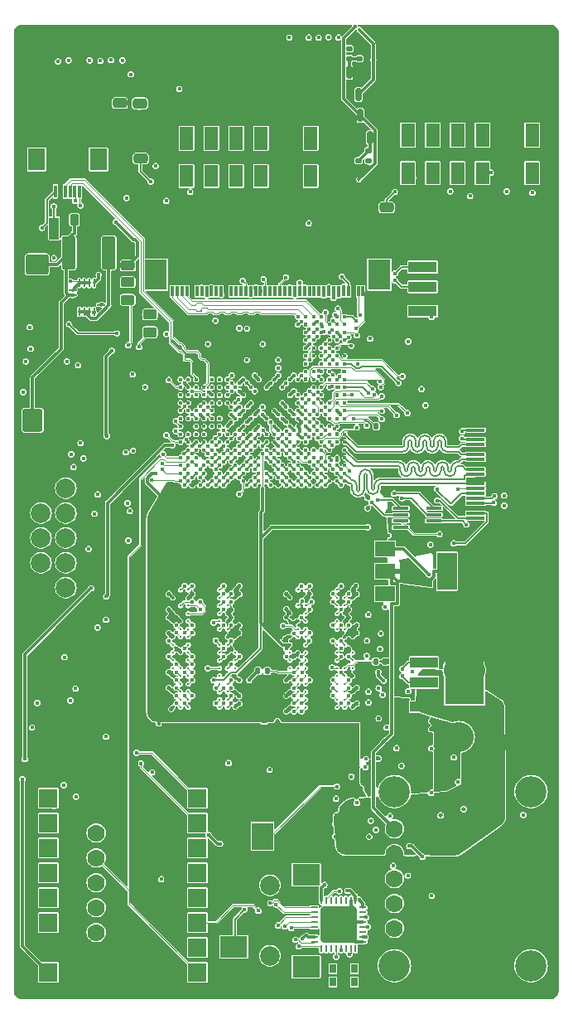
<source format=gbr>
G04 #@! TF.GenerationSoftware,KiCad,Pcbnew,7.0.1*
G04 #@! TF.CreationDate,2024-07-31T19:39:54-07:00*
G04 #@! TF.ProjectId,DFTBoard,44465442-6f61-4726-942e-6b696361645f,rev?*
G04 #@! TF.SameCoordinates,Original*
G04 #@! TF.FileFunction,Copper,L1,Top*
G04 #@! TF.FilePolarity,Positive*
%FSLAX46Y46*%
G04 Gerber Fmt 4.6, Leading zero omitted, Abs format (unit mm)*
G04 Created by KiCad (PCBNEW 7.0.1) date 2024-07-31 19:39:54*
%MOMM*%
%LPD*%
G01*
G04 APERTURE LIST*
G04 Aperture macros list*
%AMRoundRect*
0 Rectangle with rounded corners*
0 $1 Rounding radius*
0 $2 $3 $4 $5 $6 $7 $8 $9 X,Y pos of 4 corners*
0 Add a 4 corners polygon primitive as box body*
4,1,4,$2,$3,$4,$5,$6,$7,$8,$9,$2,$3,0*
0 Add four circle primitives for the rounded corners*
1,1,$1+$1,$2,$3*
1,1,$1+$1,$4,$5*
1,1,$1+$1,$6,$7*
1,1,$1+$1,$8,$9*
0 Add four rect primitives between the rounded corners*
20,1,$1+$1,$2,$3,$4,$5,0*
20,1,$1+$1,$4,$5,$6,$7,0*
20,1,$1+$1,$6,$7,$8,$9,0*
20,1,$1+$1,$8,$9,$2,$3,0*%
G04 Aperture macros list end*
G04 #@! TA.AperFunction,EtchedComponent*
%ADD10C,3.000000*%
G04 #@! TD*
G04 #@! TA.AperFunction,SMDPad,CuDef*
%ADD11R,2.880360X1.120140*%
G04 #@! TD*
G04 #@! TA.AperFunction,ComponentPad*
%ADD12C,3.048000*%
G04 #@! TD*
G04 #@! TA.AperFunction,SMDPad,CuDef*
%ADD13RoundRect,0.147500X0.147500X0.172500X-0.147500X0.172500X-0.147500X-0.172500X0.147500X-0.172500X0*%
G04 #@! TD*
G04 #@! TA.AperFunction,ConnectorPad*
%ADD14R,4.000000X3.000000*%
G04 #@! TD*
G04 #@! TA.AperFunction,SMDPad,CuDef*
%ADD15RoundRect,0.147500X-0.147500X-0.172500X0.147500X-0.172500X0.147500X0.172500X-0.147500X0.172500X0*%
G04 #@! TD*
G04 #@! TA.AperFunction,SMDPad,CuDef*
%ADD16C,0.330000*%
G04 #@! TD*
G04 #@! TA.AperFunction,SMDPad,CuDef*
%ADD17RoundRect,0.062500X-0.312500X-0.062500X0.312500X-0.062500X0.312500X0.062500X-0.312500X0.062500X0*%
G04 #@! TD*
G04 #@! TA.AperFunction,SMDPad,CuDef*
%ADD18RoundRect,0.062500X-0.062500X-0.312500X0.062500X-0.312500X0.062500X0.312500X-0.062500X0.312500X0*%
G04 #@! TD*
G04 #@! TA.AperFunction,SMDPad,CuDef*
%ADD19RoundRect,0.249999X-1.575001X-1.575001X1.575001X-1.575001X1.575001X1.575001X-1.575001X1.575001X0*%
G04 #@! TD*
G04 #@! TA.AperFunction,ComponentPad*
%ADD20C,2.000000*%
G04 #@! TD*
G04 #@! TA.AperFunction,SMDPad,CuDef*
%ADD21R,1.900000X0.300000*%
G04 #@! TD*
G04 #@! TA.AperFunction,ComponentPad*
%ADD22C,1.600000*%
G04 #@! TD*
G04 #@! TA.AperFunction,SMDPad,CuDef*
%ADD23R,2.800000X2.200000*%
G04 #@! TD*
G04 #@! TA.AperFunction,SMDPad,CuDef*
%ADD24R,2.200000X2.800000*%
G04 #@! TD*
G04 #@! TA.AperFunction,SMDPad,CuDef*
%ADD25C,0.400000*%
G04 #@! TD*
G04 #@! TA.AperFunction,SMDPad,CuDef*
%ADD26R,1.600000X0.300000*%
G04 #@! TD*
G04 #@! TA.AperFunction,SMDPad,CuDef*
%ADD27RoundRect,0.147500X-0.172500X0.147500X-0.172500X-0.147500X0.172500X-0.147500X0.172500X0.147500X0*%
G04 #@! TD*
G04 #@! TA.AperFunction,SMDPad,CuDef*
%ADD28R,0.660000X0.900000*%
G04 #@! TD*
G04 #@! TA.AperFunction,SMDPad,CuDef*
%ADD29RoundRect,0.062500X0.062500X-0.117500X0.062500X0.117500X-0.062500X0.117500X-0.062500X-0.117500X0*%
G04 #@! TD*
G04 #@! TA.AperFunction,SMDPad,CuDef*
%ADD30RoundRect,0.250000X0.475000X-0.250000X0.475000X0.250000X-0.475000X0.250000X-0.475000X-0.250000X0*%
G04 #@! TD*
G04 #@! TA.AperFunction,SMDPad,CuDef*
%ADD31RoundRect,0.135000X-0.185000X0.135000X-0.185000X-0.135000X0.185000X-0.135000X0.185000X0.135000X0*%
G04 #@! TD*
G04 #@! TA.AperFunction,SMDPad,CuDef*
%ADD32RoundRect,0.250000X0.450000X-0.262500X0.450000X0.262500X-0.450000X0.262500X-0.450000X-0.262500X0*%
G04 #@! TD*
G04 #@! TA.AperFunction,SMDPad,CuDef*
%ADD33RoundRect,0.150000X-0.150000X0.512500X-0.150000X-0.512500X0.150000X-0.512500X0.150000X0.512500X0*%
G04 #@! TD*
G04 #@! TA.AperFunction,SMDPad,CuDef*
%ADD34RoundRect,0.250000X-0.925000X0.787500X-0.925000X-0.787500X0.925000X-0.787500X0.925000X0.787500X0*%
G04 #@! TD*
G04 #@! TA.AperFunction,SMDPad,CuDef*
%ADD35RoundRect,0.062500X0.062500X-0.350000X0.062500X0.350000X-0.062500X0.350000X-0.062500X-0.350000X0*%
G04 #@! TD*
G04 #@! TA.AperFunction,SMDPad,CuDef*
%ADD36RoundRect,0.062500X0.350000X-0.062500X0.350000X0.062500X-0.350000X0.062500X-0.350000X-0.062500X0*%
G04 #@! TD*
G04 #@! TA.AperFunction,ComponentPad*
%ADD37C,0.500000*%
G04 #@! TD*
G04 #@! TA.AperFunction,SMDPad,CuDef*
%ADD38R,1.680000X1.680000*%
G04 #@! TD*
G04 #@! TA.AperFunction,SMDPad,CuDef*
%ADD39RoundRect,0.250000X-0.787500X-0.925000X0.787500X-0.925000X0.787500X0.925000X-0.787500X0.925000X0*%
G04 #@! TD*
G04 #@! TA.AperFunction,SMDPad,CuDef*
%ADD40RoundRect,0.250000X-0.475000X0.250000X-0.475000X-0.250000X0.475000X-0.250000X0.475000X0.250000X0*%
G04 #@! TD*
G04 #@! TA.AperFunction,SMDPad,CuDef*
%ADD41C,1.778000*%
G04 #@! TD*
G04 #@! TA.AperFunction,SMDPad,CuDef*
%ADD42C,3.200000*%
G04 #@! TD*
G04 #@! TA.AperFunction,SMDPad,CuDef*
%ADD43RoundRect,0.135000X0.185000X-0.135000X0.185000X0.135000X-0.185000X0.135000X-0.185000X-0.135000X0*%
G04 #@! TD*
G04 #@! TA.AperFunction,SMDPad,CuDef*
%ADD44R,0.300000X1.300000*%
G04 #@! TD*
G04 #@! TA.AperFunction,SMDPad,CuDef*
%ADD45R,1.800000X2.200000*%
G04 #@! TD*
G04 #@! TA.AperFunction,SMDPad,CuDef*
%ADD46R,0.300000X1.100000*%
G04 #@! TD*
G04 #@! TA.AperFunction,SMDPad,CuDef*
%ADD47R,2.300000X3.100000*%
G04 #@! TD*
G04 #@! TA.AperFunction,SMDPad,CuDef*
%ADD48RoundRect,0.062500X-0.062500X0.117500X-0.062500X-0.117500X0.062500X-0.117500X0.062500X0.117500X0*%
G04 #@! TD*
G04 #@! TA.AperFunction,SMDPad,CuDef*
%ADD49R,1.420010X2.340000*%
G04 #@! TD*
G04 #@! TA.AperFunction,SMDPad,CuDef*
%ADD50R,1.420010X2.240000*%
G04 #@! TD*
G04 #@! TA.AperFunction,SMDPad,CuDef*
%ADD51R,1.000000X2.200000*%
G04 #@! TD*
G04 #@! TA.AperFunction,SMDPad,CuDef*
%ADD52R,1.000000X1.000000*%
G04 #@! TD*
G04 #@! TA.AperFunction,SMDPad,CuDef*
%ADD53RoundRect,0.150000X0.150000X-0.512500X0.150000X0.512500X-0.150000X0.512500X-0.150000X-0.512500X0*%
G04 #@! TD*
G04 #@! TA.AperFunction,SMDPad,CuDef*
%ADD54R,2.000000X1.500000*%
G04 #@! TD*
G04 #@! TA.AperFunction,SMDPad,CuDef*
%ADD55R,2.000000X3.800000*%
G04 #@! TD*
G04 #@! TA.AperFunction,SMDPad,CuDef*
%ADD56R,1.905000X1.905000*%
G04 #@! TD*
G04 #@! TA.AperFunction,SMDPad,CuDef*
%ADD57RoundRect,0.249999X0.450001X1.450001X-0.450001X1.450001X-0.450001X-1.450001X0.450001X-1.450001X0*%
G04 #@! TD*
G04 #@! TA.AperFunction,SMDPad,CuDef*
%ADD58RoundRect,0.225000X-0.225000X-0.375000X0.225000X-0.375000X0.225000X0.375000X-0.225000X0.375000X0*%
G04 #@! TD*
G04 #@! TA.AperFunction,ComponentPad*
%ADD59C,1.778000*%
G04 #@! TD*
G04 #@! TA.AperFunction,ViaPad*
%ADD60C,0.450000*%
G04 #@! TD*
G04 #@! TA.AperFunction,Conductor*
%ADD61C,0.102000*%
G04 #@! TD*
G04 #@! TA.AperFunction,Conductor*
%ADD62C,0.300000*%
G04 #@! TD*
G04 #@! TA.AperFunction,Conductor*
%ADD63C,0.200000*%
G04 #@! TD*
G04 #@! TA.AperFunction,Conductor*
%ADD64C,0.130000*%
G04 #@! TD*
G04 #@! TA.AperFunction,Conductor*
%ADD65C,0.120000*%
G04 #@! TD*
G04 #@! TA.AperFunction,Conductor*
%ADD66C,0.150000*%
G04 #@! TD*
G04 APERTURE END LIST*
D10*
X145570000Y-129290000D02*
X146840000Y-129290000D01*
D11*
X142064130Y-133015120D03*
X142064130Y-130515760D03*
X142064130Y-128514240D03*
X142064130Y-126014880D03*
D12*
X145645530Y-136085980D03*
X145645530Y-122944020D03*
D13*
X126060000Y-129375000D03*
X125090000Y-129375000D03*
D14*
X146205000Y-127290000D03*
X146205000Y-131290000D03*
D15*
X137140000Y-128375000D03*
X138110000Y-128375000D03*
D16*
X116375000Y-121075000D03*
X117175000Y-121075000D03*
X117975000Y-121075000D03*
X121175000Y-121075000D03*
X121975000Y-121075000D03*
X122775000Y-121075000D03*
X116375000Y-121875000D03*
X117175000Y-121875000D03*
X117975000Y-121875000D03*
X121175000Y-121875000D03*
X121975000Y-121875000D03*
X122775000Y-121875000D03*
X116375000Y-122675000D03*
X117175000Y-122675000D03*
X117975000Y-122675000D03*
X121175000Y-122675000D03*
X121975000Y-122675000D03*
X122775000Y-122675000D03*
X116375000Y-123475000D03*
X117175000Y-123475000D03*
X117975000Y-123475000D03*
X121175000Y-123475000D03*
X121975000Y-123475000D03*
X122775000Y-123475000D03*
X116375000Y-124275000D03*
X117175000Y-124275000D03*
X117975000Y-124275000D03*
X121175000Y-124275000D03*
X121975000Y-124275000D03*
X122775000Y-124275000D03*
X116375000Y-125075000D03*
X117175000Y-125075000D03*
X117975000Y-125075000D03*
X121175000Y-125075000D03*
X121975000Y-125075000D03*
X122775000Y-125075000D03*
X116375000Y-125875000D03*
X117175000Y-125875000D03*
X117975000Y-125875000D03*
X121175000Y-125875000D03*
X121975000Y-125875000D03*
X122775000Y-125875000D03*
X116375000Y-126675000D03*
X117175000Y-126675000D03*
X117975000Y-126675000D03*
X121175000Y-126675000D03*
X121975000Y-126675000D03*
X122775000Y-126675000D03*
X116375000Y-127475000D03*
X117175000Y-127475000D03*
X117975000Y-127475000D03*
X121175000Y-127475000D03*
X121975000Y-127475000D03*
X122775000Y-127475000D03*
X116375000Y-128275000D03*
X117175000Y-128275000D03*
X117975000Y-128275000D03*
X121175000Y-128275000D03*
X121975000Y-128275000D03*
X122775000Y-128275000D03*
X116375000Y-129075000D03*
X117175000Y-129075000D03*
X117975000Y-129075000D03*
X121175000Y-129075000D03*
X121975000Y-129075000D03*
X122775000Y-129075000D03*
X116375000Y-129875000D03*
X117175000Y-129875000D03*
X117975000Y-129875000D03*
X121175000Y-129875000D03*
X121975000Y-129875000D03*
X122775000Y-129875000D03*
X116375000Y-130675000D03*
X117175000Y-130675000D03*
X117975000Y-130675000D03*
X121175000Y-130675000D03*
X121975000Y-130675000D03*
X122775000Y-130675000D03*
X116375000Y-131475000D03*
X117175000Y-131475000D03*
X117975000Y-131475000D03*
X121175000Y-131475000D03*
X121975000Y-131475000D03*
X122775000Y-131475000D03*
X116375000Y-132275000D03*
X117175000Y-132275000D03*
X117975000Y-132275000D03*
X121175000Y-132275000D03*
X121975000Y-132275000D03*
X122775000Y-132275000D03*
X116375000Y-133075000D03*
X117175000Y-133075000D03*
X117975000Y-133075000D03*
X121175000Y-133075000D03*
X121975000Y-133075000D03*
X122775000Y-133075000D03*
X128375000Y-121075000D03*
X129175000Y-121075000D03*
X129975000Y-121075000D03*
X133175000Y-121075000D03*
X133975000Y-121075000D03*
X134775000Y-121075000D03*
X128375000Y-121875000D03*
X129175000Y-121875000D03*
X129975000Y-121875000D03*
X133175000Y-121875000D03*
X133975000Y-121875000D03*
X134775000Y-121875000D03*
X128375000Y-122675000D03*
X129175000Y-122675000D03*
X129975000Y-122675000D03*
X133175000Y-122675000D03*
X133975000Y-122675000D03*
X134775000Y-122675000D03*
X128375000Y-123475000D03*
X129175000Y-123475000D03*
X129975000Y-123475000D03*
X133175000Y-123475000D03*
X133975000Y-123475000D03*
X134775000Y-123475000D03*
X128375000Y-124275000D03*
X129175000Y-124275000D03*
X129975000Y-124275000D03*
X133175000Y-124275000D03*
X133975000Y-124275000D03*
X134775000Y-124275000D03*
X128375000Y-125075000D03*
X129175000Y-125075000D03*
X129975000Y-125075000D03*
X133175000Y-125075000D03*
X133975000Y-125075000D03*
X134775000Y-125075000D03*
X128375000Y-125875000D03*
X129175000Y-125875000D03*
X129975000Y-125875000D03*
X133175000Y-125875000D03*
X133975000Y-125875000D03*
X134775000Y-125875000D03*
X128375000Y-126675000D03*
X129175000Y-126675000D03*
X129975000Y-126675000D03*
X133175000Y-126675000D03*
X133975000Y-126675000D03*
X134775000Y-126675000D03*
X128375000Y-127475000D03*
X129175000Y-127475000D03*
X129975000Y-127475000D03*
X133175000Y-127475000D03*
X133975000Y-127475000D03*
X134775000Y-127475000D03*
X128375000Y-128275000D03*
X129175000Y-128275000D03*
X129975000Y-128275000D03*
X133175000Y-128275000D03*
X133975000Y-128275000D03*
X134775000Y-128275000D03*
X128375000Y-129075000D03*
X129175000Y-129075000D03*
X129975000Y-129075000D03*
X133175000Y-129075000D03*
X133975000Y-129075000D03*
X134775000Y-129075000D03*
X128375000Y-129875000D03*
X129175000Y-129875000D03*
X129975000Y-129875000D03*
X133175000Y-129875000D03*
X133975000Y-129875000D03*
X134775000Y-129875000D03*
X128375000Y-130675000D03*
X129175000Y-130675000D03*
X129975000Y-130675000D03*
X133175000Y-130675000D03*
X133975000Y-130675000D03*
X134775000Y-130675000D03*
X128375000Y-131475000D03*
X129175000Y-131475000D03*
X129975000Y-131475000D03*
X133175000Y-131475000D03*
X133975000Y-131475000D03*
X134775000Y-131475000D03*
X128375000Y-132275000D03*
X129175000Y-132275000D03*
X129975000Y-132275000D03*
X133175000Y-132275000D03*
X133975000Y-132275000D03*
X134775000Y-132275000D03*
X128375000Y-133075000D03*
X129175000Y-133075000D03*
X129975000Y-133075000D03*
X133175000Y-133075000D03*
X133975000Y-133075000D03*
X134775000Y-133075000D03*
D17*
X130855000Y-153505000D03*
X130855000Y-154005000D03*
X130855000Y-154505000D03*
X130855000Y-155005000D03*
X130855000Y-155505000D03*
X130855000Y-156005000D03*
X130855000Y-156505000D03*
X130855000Y-157005000D03*
D18*
X131580000Y-157730000D03*
X132080000Y-157730000D03*
X132580000Y-157730000D03*
X133080000Y-157730000D03*
X133580000Y-157730000D03*
X134080000Y-157730000D03*
X134580000Y-157730000D03*
X135080000Y-157730000D03*
D17*
X135805000Y-157005000D03*
X135805000Y-156505000D03*
X135805000Y-156005000D03*
X135805000Y-155505000D03*
X135805000Y-155005000D03*
X135805000Y-154505000D03*
X135805000Y-154005000D03*
X135805000Y-153505000D03*
D18*
X135080000Y-152780000D03*
X134580000Y-152780000D03*
X134080000Y-152780000D03*
X133580000Y-152780000D03*
X133080000Y-152780000D03*
X132580000Y-152780000D03*
X132080000Y-152780000D03*
X131580000Y-152780000D03*
D19*
X133330000Y-155255000D03*
D20*
X105450000Y-120845000D03*
X102910000Y-120845000D03*
X105450000Y-118305000D03*
X102910000Y-118305000D03*
X105450000Y-115765000D03*
X102910000Y-115765000D03*
X105450000Y-113225000D03*
X102910000Y-113225000D03*
X105450000Y-110685000D03*
X102910000Y-110685000D03*
D15*
X137190000Y-104375000D03*
X138160000Y-104375000D03*
D21*
X147340000Y-104740000D03*
X147340000Y-105240000D03*
X147340000Y-105740000D03*
X147340000Y-106240000D03*
X147340000Y-106740000D03*
X147340000Y-107240000D03*
X147340000Y-107740000D03*
X147340000Y-108240000D03*
X147340000Y-108740000D03*
X147340000Y-109240000D03*
X147340000Y-109740000D03*
X147340000Y-110240000D03*
X147340000Y-110740000D03*
X147340000Y-111240000D03*
X147340000Y-111740000D03*
X147340000Y-112240000D03*
X147340000Y-112740000D03*
X147340000Y-113240000D03*
X147340000Y-113740000D03*
D22*
X153290000Y-117340000D03*
X148340000Y-116740000D03*
X148340000Y-102240000D03*
X153290000Y-101640000D03*
D23*
X130025000Y-159537500D03*
X130025000Y-150137500D03*
X122625000Y-157537500D03*
D24*
X125575000Y-146237500D03*
D20*
X126325000Y-158437500D03*
X126325000Y-151237500D03*
D25*
X117175000Y-109975000D03*
X117175000Y-109175000D03*
X117175000Y-108375000D03*
X117175000Y-107575000D03*
X117175000Y-106775000D03*
X117175000Y-105975000D03*
X117175000Y-105175000D03*
X117175000Y-104375000D03*
X117175000Y-103575000D03*
X117175000Y-102775000D03*
X117175000Y-101975000D03*
X117175000Y-101175000D03*
X117175000Y-100375000D03*
X117175000Y-99575000D03*
X117175000Y-98775000D03*
X117175000Y-97975000D03*
X117175000Y-97175000D03*
X117175000Y-96375000D03*
X117175000Y-95575000D03*
X117175000Y-94775000D03*
X117175000Y-93975000D03*
X117175000Y-93175000D03*
X133175000Y-109975000D03*
X133175000Y-109175000D03*
X133175000Y-108375000D03*
X133175000Y-107575000D03*
X133175000Y-106775000D03*
X133175000Y-105975000D03*
X133175000Y-105175000D03*
X133175000Y-104375000D03*
X133175000Y-103575000D03*
X133175000Y-102775000D03*
X133175000Y-101975000D03*
X133175000Y-101175000D03*
X133175000Y-100375000D03*
X133175000Y-99575000D03*
X133175000Y-98775000D03*
X133175000Y-97975000D03*
X133175000Y-97175000D03*
X133175000Y-96375000D03*
X133175000Y-95575000D03*
X133175000Y-94775000D03*
X133175000Y-93975000D03*
X133175000Y-93175000D03*
X133975000Y-109975000D03*
X133975000Y-109175000D03*
X133975000Y-108375000D03*
X133975000Y-107575000D03*
X133975000Y-106775000D03*
X133975000Y-105975000D03*
X133975000Y-105175000D03*
X133975000Y-104375000D03*
X133975000Y-103575000D03*
X133975000Y-102775000D03*
X133975000Y-101975000D03*
X133975000Y-101175000D03*
X133975000Y-100375000D03*
X133975000Y-99575000D03*
X133975000Y-98775000D03*
X133975000Y-97975000D03*
X133975000Y-97175000D03*
X133975000Y-96375000D03*
X133975000Y-95575000D03*
X133975000Y-94775000D03*
X133975000Y-93975000D03*
X133975000Y-93175000D03*
X117975000Y-109975000D03*
X117975000Y-109175000D03*
X117975000Y-108375000D03*
X117975000Y-107575000D03*
X117975000Y-106775000D03*
X117975000Y-105975000D03*
X117975000Y-105175000D03*
X117975000Y-104375000D03*
X117975000Y-103575000D03*
X117975000Y-102775000D03*
X117975000Y-101975000D03*
X117975000Y-101175000D03*
X117975000Y-100375000D03*
X117975000Y-99575000D03*
X117975000Y-98775000D03*
X117975000Y-97975000D03*
X117975000Y-97175000D03*
X117975000Y-96375000D03*
X117975000Y-95575000D03*
X117975000Y-94775000D03*
X117975000Y-93975000D03*
X117975000Y-93175000D03*
X118775000Y-109975000D03*
X118775000Y-109175000D03*
X118775000Y-108375000D03*
X118775000Y-107575000D03*
X118775000Y-106775000D03*
X118775000Y-105975000D03*
X118775000Y-105175000D03*
X118775000Y-104375000D03*
X118775000Y-103575000D03*
X118775000Y-102775000D03*
X118775000Y-101975000D03*
X118775000Y-101175000D03*
X118775000Y-100375000D03*
X118775000Y-99575000D03*
X118775000Y-98775000D03*
X118775000Y-97975000D03*
X118775000Y-97175000D03*
X118775000Y-96375000D03*
X118775000Y-95575000D03*
X118775000Y-94775000D03*
X118775000Y-93975000D03*
X118775000Y-93175000D03*
X119575000Y-109975000D03*
X119575000Y-109175000D03*
X119575000Y-108375000D03*
X119575000Y-107575000D03*
X119575000Y-106775000D03*
X119575000Y-105975000D03*
X119575000Y-105175000D03*
X119575000Y-104375000D03*
X119575000Y-103575000D03*
X119575000Y-102775000D03*
X119575000Y-101975000D03*
X119575000Y-101175000D03*
X119575000Y-100375000D03*
X119575000Y-99575000D03*
X119575000Y-98775000D03*
X119575000Y-97975000D03*
X119575000Y-97175000D03*
X119575000Y-96375000D03*
X119575000Y-95575000D03*
X119575000Y-94775000D03*
X119575000Y-93975000D03*
X119575000Y-93175000D03*
X120375000Y-109975000D03*
X120375000Y-109175000D03*
X120375000Y-108375000D03*
X120375000Y-107575000D03*
X120375000Y-106775000D03*
X120375000Y-105975000D03*
X120375000Y-105175000D03*
X120375000Y-104375000D03*
X120375000Y-103575000D03*
X120375000Y-102775000D03*
X120375000Y-101975000D03*
X120375000Y-101175000D03*
X120375000Y-100375000D03*
X120375000Y-99575000D03*
X120375000Y-98775000D03*
X120375000Y-97975000D03*
X120375000Y-97175000D03*
X120375000Y-96375000D03*
X120375000Y-95575000D03*
X120375000Y-94775000D03*
X120375000Y-93975000D03*
X120375000Y-93175000D03*
X121175000Y-109975000D03*
X121175000Y-109175000D03*
X121175000Y-108375000D03*
X121175000Y-107575000D03*
X121175000Y-106775000D03*
X121175000Y-105975000D03*
X121175000Y-105175000D03*
X121175000Y-104375000D03*
X121175000Y-103575000D03*
X121175000Y-102775000D03*
X121175000Y-101975000D03*
X121175000Y-101175000D03*
X121175000Y-100375000D03*
X121175000Y-99575000D03*
X121175000Y-98775000D03*
X121175000Y-97975000D03*
X121175000Y-97175000D03*
X121175000Y-96375000D03*
X121175000Y-95575000D03*
X121175000Y-94775000D03*
X121175000Y-93975000D03*
X121175000Y-93175000D03*
X121975000Y-109975000D03*
X121975000Y-109175000D03*
X121975000Y-108375000D03*
X121975000Y-107575000D03*
X121975000Y-106775000D03*
X121975000Y-105975000D03*
X121975000Y-105175000D03*
X121975000Y-104375000D03*
X121975000Y-103575000D03*
X121975000Y-102775000D03*
X121975000Y-101975000D03*
X121975000Y-101175000D03*
X121975000Y-100375000D03*
X121975000Y-99575000D03*
X121975000Y-98775000D03*
X121975000Y-97975000D03*
X121975000Y-97175000D03*
X121975000Y-96375000D03*
X121975000Y-95575000D03*
X121975000Y-94775000D03*
X121975000Y-93975000D03*
X121975000Y-93175000D03*
X122775000Y-109975000D03*
X122775000Y-109175000D03*
X122775000Y-108375000D03*
X122775000Y-107575000D03*
X122775000Y-106775000D03*
X122775000Y-105975000D03*
X122775000Y-105175000D03*
X122775000Y-104375000D03*
X122775000Y-103575000D03*
X122775000Y-102775000D03*
X122775000Y-101975000D03*
X122775000Y-101175000D03*
X122775000Y-100375000D03*
X122775000Y-99575000D03*
X122775000Y-98775000D03*
X122775000Y-97975000D03*
X122775000Y-97175000D03*
X122775000Y-96375000D03*
X122775000Y-95575000D03*
X122775000Y-94775000D03*
X122775000Y-93975000D03*
X122775000Y-93175000D03*
X123575000Y-109975000D03*
X123575000Y-109175000D03*
X123575000Y-108375000D03*
X123575000Y-107575000D03*
X123575000Y-106775000D03*
X123575000Y-105975000D03*
X123575000Y-105175000D03*
X123575000Y-104375000D03*
X123575000Y-103575000D03*
X123575000Y-102775000D03*
X123575000Y-101975000D03*
X123575000Y-101175000D03*
X123575000Y-100375000D03*
X123575000Y-99575000D03*
X123575000Y-98775000D03*
X123575000Y-97975000D03*
X123575000Y-97175000D03*
X123575000Y-96375000D03*
X123575000Y-95575000D03*
X123575000Y-94775000D03*
X123575000Y-93975000D03*
X123575000Y-93175000D03*
X124375000Y-109975000D03*
X124375000Y-109175000D03*
X124375000Y-108375000D03*
X124375000Y-107575000D03*
X124375000Y-106775000D03*
X124375000Y-105975000D03*
X124375000Y-105175000D03*
X124375000Y-104375000D03*
X124375000Y-103575000D03*
X124375000Y-102775000D03*
X124375000Y-101975000D03*
X124375000Y-101175000D03*
X124375000Y-100375000D03*
X124375000Y-99575000D03*
X124375000Y-98775000D03*
X124375000Y-97975000D03*
X124375000Y-97175000D03*
X124375000Y-96375000D03*
X124375000Y-95575000D03*
X124375000Y-94775000D03*
X124375000Y-93975000D03*
X124375000Y-93175000D03*
X125175000Y-109975000D03*
X125175000Y-109175000D03*
X125175000Y-108375000D03*
X125175000Y-107575000D03*
X125175000Y-106775000D03*
X125175000Y-105975000D03*
X125175000Y-105175000D03*
X125175000Y-104375000D03*
X125175000Y-103575000D03*
X125175000Y-102775000D03*
X125175000Y-101975000D03*
X125175000Y-101175000D03*
X125175000Y-100375000D03*
X125175000Y-99575000D03*
X125175000Y-98775000D03*
X125175000Y-97975000D03*
X125175000Y-97175000D03*
X125175000Y-96375000D03*
X125175000Y-95575000D03*
X125175000Y-94775000D03*
X125175000Y-93975000D03*
X125175000Y-93175000D03*
X125975000Y-109975000D03*
X125975000Y-109175000D03*
X125975000Y-108375000D03*
X125975000Y-107575000D03*
X125975000Y-106775000D03*
X125975000Y-105975000D03*
X125975000Y-105175000D03*
X125975000Y-104375000D03*
X125975000Y-103575000D03*
X125975000Y-102775000D03*
X125975000Y-101975000D03*
X125975000Y-101175000D03*
X125975000Y-100375000D03*
X125975000Y-99575000D03*
X125975000Y-98775000D03*
X125975000Y-97975000D03*
X125975000Y-97175000D03*
X125975000Y-96375000D03*
X125975000Y-95575000D03*
X125975000Y-94775000D03*
X125975000Y-93975000D03*
X125975000Y-93175000D03*
X126775000Y-109975000D03*
X126775000Y-109175000D03*
X126775000Y-108375000D03*
X126775000Y-107575000D03*
X126775000Y-106775000D03*
X126775000Y-105975000D03*
X126775000Y-105175000D03*
X126775000Y-104375000D03*
X126775000Y-103575000D03*
X126775000Y-102775000D03*
X126775000Y-101975000D03*
X126775000Y-101175000D03*
X126775000Y-100375000D03*
X126775000Y-99575000D03*
X126775000Y-98775000D03*
X126775000Y-97975000D03*
X126775000Y-97175000D03*
X126775000Y-96375000D03*
X126775000Y-95575000D03*
X126775000Y-94775000D03*
X126775000Y-93975000D03*
X126775000Y-93175000D03*
X127575000Y-109975000D03*
X127575000Y-109175000D03*
X127575000Y-108375000D03*
X127575000Y-107575000D03*
X127575000Y-106775000D03*
X127575000Y-105975000D03*
X127575000Y-105175000D03*
X127575000Y-104375000D03*
X127575000Y-103575000D03*
X127575000Y-102775000D03*
X127575000Y-101975000D03*
X127575000Y-101175000D03*
X127575000Y-100375000D03*
X127575000Y-99575000D03*
X127575000Y-98775000D03*
X127575000Y-97975000D03*
X127575000Y-97175000D03*
X127575000Y-96375000D03*
X127575000Y-95575000D03*
X127575000Y-94775000D03*
X127575000Y-93975000D03*
X127575000Y-93175000D03*
X128375000Y-109975000D03*
X128375000Y-109175000D03*
X128375000Y-108375000D03*
X128375000Y-107575000D03*
X128375000Y-106775000D03*
X128375000Y-105975000D03*
X128375000Y-105175000D03*
X128375000Y-104375000D03*
X128375000Y-103575000D03*
X128375000Y-102775000D03*
X128375000Y-101975000D03*
X128375000Y-101175000D03*
X128375000Y-100375000D03*
X128375000Y-99575000D03*
X128375000Y-98775000D03*
X128375000Y-97975000D03*
X128375000Y-97175000D03*
X128375000Y-96375000D03*
X128375000Y-95575000D03*
X128375000Y-94775000D03*
X128375000Y-93975000D03*
X128375000Y-93175000D03*
X129175000Y-109975000D03*
X129175000Y-109175000D03*
X129175000Y-108375000D03*
X129175000Y-107575000D03*
X129175000Y-106775000D03*
X129175000Y-105975000D03*
X129175000Y-105175000D03*
X129175000Y-104375000D03*
X129175000Y-103575000D03*
X129175000Y-102775000D03*
X129175000Y-101975000D03*
X129175000Y-101175000D03*
X129175000Y-100375000D03*
X129175000Y-99575000D03*
X129175000Y-98775000D03*
X129175000Y-97975000D03*
X129175000Y-97175000D03*
X129175000Y-96375000D03*
X129175000Y-95575000D03*
X129175000Y-94775000D03*
X129175000Y-93975000D03*
X129175000Y-93175000D03*
X129975000Y-109975000D03*
X129975000Y-109175000D03*
X129975000Y-108375000D03*
X129975000Y-107575000D03*
X129975000Y-106775000D03*
X129975000Y-105975000D03*
X129975000Y-105175000D03*
X129975000Y-104375000D03*
X129975000Y-103575000D03*
X129975000Y-102775000D03*
X129975000Y-101975000D03*
X129975000Y-101175000D03*
X129975000Y-100375000D03*
X129975000Y-99575000D03*
X129975000Y-98775000D03*
X129975000Y-97975000D03*
X129975000Y-97175000D03*
X129975000Y-96375000D03*
X129975000Y-95575000D03*
X129975000Y-94775000D03*
X129975000Y-93975000D03*
X129975000Y-93175000D03*
X130775000Y-109975000D03*
X130775000Y-109175000D03*
X130775000Y-108375000D03*
X130775000Y-107575000D03*
X130775000Y-106775000D03*
X130775000Y-105975000D03*
X130775000Y-105175000D03*
X130775000Y-104375000D03*
X130775000Y-103575000D03*
X130775000Y-102775000D03*
X130775000Y-101975000D03*
X130775000Y-101175000D03*
X130775000Y-100375000D03*
X130775000Y-99575000D03*
X130775000Y-98775000D03*
X130775000Y-97975000D03*
X130775000Y-97175000D03*
X130775000Y-96375000D03*
X130775000Y-95575000D03*
X130775000Y-94775000D03*
X130775000Y-93975000D03*
X130775000Y-93175000D03*
X131575000Y-109975000D03*
X131575000Y-109175000D03*
X131575000Y-108375000D03*
X131575000Y-107575000D03*
X131575000Y-106775000D03*
X131575000Y-105975000D03*
X131575000Y-105175000D03*
X131575000Y-104375000D03*
X131575000Y-103575000D03*
X131575000Y-102775000D03*
X131575000Y-101975000D03*
X131575000Y-101175000D03*
X131575000Y-100375000D03*
X131575000Y-99575000D03*
X131575000Y-98775000D03*
X131575000Y-97975000D03*
X131575000Y-97175000D03*
X131575000Y-96375000D03*
X131575000Y-95575000D03*
X131575000Y-94775000D03*
X131575000Y-93975000D03*
X131575000Y-93175000D03*
X132375000Y-109975000D03*
X132375000Y-109175000D03*
X132375000Y-108375000D03*
X132375000Y-107575000D03*
X132375000Y-106775000D03*
X132375000Y-105975000D03*
X132375000Y-105175000D03*
X132375000Y-104375000D03*
X132375000Y-103575000D03*
X132375000Y-102775000D03*
X132375000Y-101975000D03*
X132375000Y-101175000D03*
X132375000Y-100375000D03*
X132375000Y-99575000D03*
X132375000Y-98775000D03*
X132375000Y-97975000D03*
X132375000Y-97175000D03*
X132375000Y-96375000D03*
X132375000Y-95575000D03*
X132375000Y-94775000D03*
X132375000Y-93975000D03*
X132375000Y-93175000D03*
D26*
X143090000Y-114695000D03*
X143090000Y-114045000D03*
X143090000Y-113395000D03*
X143090000Y-112745000D03*
X139690000Y-112745000D03*
X139690000Y-113395000D03*
X139690000Y-114045000D03*
X139690000Y-114695000D03*
D27*
X125720000Y-134425000D03*
X125720000Y-135395000D03*
D28*
X134945000Y-159737500D03*
X132755000Y-159737500D03*
X132755000Y-161087500D03*
X134945000Y-161087500D03*
D29*
X135405000Y-78362500D03*
X135405000Y-79202500D03*
D30*
X110960000Y-71350000D03*
X110960000Y-69450000D03*
D31*
X134445000Y-65800000D03*
X134445000Y-66820000D03*
D30*
X113040000Y-71380000D03*
X113040000Y-69480000D03*
X113100000Y-77010000D03*
X113100000Y-75110000D03*
D32*
X114050000Y-94762500D03*
X114050000Y-92937500D03*
D33*
X136320000Y-68222500D03*
X134420000Y-68222500D03*
X135370000Y-70497500D03*
D34*
X102525000Y-87837500D03*
X102525000Y-92762500D03*
D35*
X106840000Y-92670000D03*
X107340000Y-92670000D03*
X107840000Y-92670000D03*
X108340000Y-92670000D03*
D36*
X109052500Y-91957500D03*
X109052500Y-91457500D03*
X109052500Y-90957500D03*
X109052500Y-90457500D03*
D35*
X108340000Y-89745000D03*
X107840000Y-89745000D03*
X107340000Y-89745000D03*
X106840000Y-89745000D03*
D36*
X106127500Y-90457500D03*
X106127500Y-90957500D03*
X106127500Y-91457500D03*
X106127500Y-91957500D03*
D37*
X107000000Y-91797500D03*
X108180000Y-91797500D03*
D38*
X107590000Y-91207500D03*
D37*
X107000000Y-90617500D03*
X108180000Y-90617500D03*
D39*
X102050000Y-103750000D03*
X106975000Y-103750000D03*
D40*
X138250000Y-82030000D03*
X138250000Y-83930000D03*
D41*
X139050000Y-155637000D03*
X139050000Y-153097000D03*
X139050000Y-150557000D03*
X139050000Y-148017000D03*
X139050000Y-145477000D03*
D42*
X139050000Y-159447000D03*
X139050000Y-159447000D03*
X153020000Y-159447000D03*
X153020000Y-159447000D03*
X139050000Y-141667000D03*
X139050000Y-141667000D03*
X153020000Y-141667000D03*
D43*
X135380000Y-77245000D03*
X135380000Y-76225000D03*
D11*
X141938600Y-92621100D03*
X141938600Y-90121740D03*
X141938600Y-88120220D03*
X141938600Y-85620860D03*
D12*
X145520000Y-95691960D03*
X145520000Y-82550000D03*
D44*
X106875000Y-80375000D03*
X106375000Y-80375000D03*
X105875000Y-80375000D03*
X105375000Y-80375000D03*
X104875000Y-80375000D03*
X104375000Y-80375000D03*
D45*
X108775000Y-77125000D03*
X102475000Y-77125000D03*
D32*
X111775000Y-91462500D03*
X111775000Y-89637500D03*
D46*
X135845000Y-90575000D03*
X135345000Y-90575000D03*
X134845000Y-90575000D03*
X134345000Y-90575000D03*
X133845000Y-90575000D03*
X133345000Y-90575000D03*
X132845000Y-90575000D03*
X132345000Y-90575000D03*
X131845000Y-90575000D03*
X131345000Y-90575000D03*
X130845000Y-90575000D03*
X130345000Y-90575000D03*
X129845000Y-90575000D03*
X129345000Y-90575000D03*
X128845000Y-90575000D03*
X128345000Y-90575000D03*
X127845000Y-90575000D03*
X127345000Y-90575000D03*
X126845000Y-90575000D03*
X126345000Y-90575000D03*
X125845000Y-90575000D03*
X125345000Y-90575000D03*
X124845000Y-90575000D03*
X124345000Y-90575000D03*
X123845000Y-90575000D03*
X123345000Y-90575000D03*
X122845000Y-90575000D03*
X122345000Y-90575000D03*
X121845000Y-90575000D03*
X121345000Y-90575000D03*
X120845000Y-90575000D03*
X120345000Y-90575000D03*
X119845000Y-90575000D03*
X119345000Y-90575000D03*
X118845000Y-90575000D03*
X118345000Y-90575000D03*
X117845000Y-90575000D03*
X117345000Y-90575000D03*
X116845000Y-90575000D03*
X116345000Y-90575000D03*
D47*
X137515000Y-88875000D03*
X114675000Y-88875000D03*
D43*
X135470000Y-66830000D03*
X135470000Y-65810000D03*
D30*
X111800000Y-87950000D03*
X111800000Y-86050000D03*
D48*
X135445000Y-64710000D03*
X135445000Y-63870000D03*
D49*
X140420000Y-74647000D03*
D50*
X140420000Y-78508000D03*
D49*
X142960000Y-74647000D03*
D50*
X142960000Y-78508000D03*
D49*
X145500000Y-74647000D03*
D50*
X145500000Y-78508000D03*
D49*
X148040000Y-74647000D03*
D50*
X148040000Y-78508000D03*
D49*
X150580000Y-74647000D03*
D50*
X150580000Y-78508000D03*
D49*
X153120000Y-74647000D03*
D50*
X153120000Y-78508000D03*
D51*
X104250000Y-84175000D03*
X101350000Y-84175000D03*
D52*
X102800000Y-82675000D03*
D53*
X134630000Y-74912500D03*
X136530000Y-74912500D03*
X135580000Y-72637500D03*
D54*
X138100000Y-116875000D03*
X138100000Y-119175000D03*
D55*
X144400000Y-119175000D03*
D54*
X138100000Y-121475000D03*
D56*
X103655000Y-142345000D03*
X103655000Y-144885000D03*
X103655000Y-147425000D03*
X103655000Y-149965000D03*
X103655000Y-155045000D03*
X103655000Y-152505000D03*
X118895000Y-160125000D03*
X103655000Y-160125000D03*
X118895000Y-157585000D03*
X118895000Y-155045000D03*
X118895000Y-152505000D03*
X118895000Y-149965000D03*
X118895000Y-147425000D03*
X118895000Y-144885000D03*
X118895000Y-142345000D03*
X103655000Y-157585000D03*
D57*
X109850000Y-86650000D03*
X105750000Y-86650000D03*
D49*
X117780000Y-74950000D03*
D50*
X117780000Y-78811000D03*
D49*
X120320000Y-74950000D03*
D50*
X120320000Y-78811000D03*
D49*
X122860000Y-74950000D03*
D50*
X122860000Y-78811000D03*
D49*
X125400000Y-74950000D03*
D50*
X125400000Y-78811000D03*
D49*
X127940000Y-74950000D03*
D50*
X127940000Y-78811000D03*
D49*
X130480000Y-74950000D03*
D50*
X130480000Y-78811000D03*
D58*
X106325000Y-83275000D03*
X109625000Y-83275000D03*
D43*
X136380000Y-77245000D03*
X136380000Y-76225000D03*
D59*
X108550000Y-158600000D03*
X108550000Y-156060000D03*
X108550000Y-153520000D03*
X108550000Y-150980000D03*
X108550000Y-148440000D03*
X108550000Y-145900000D03*
D60*
X130270000Y-83640000D03*
X129547500Y-95974521D03*
X126375000Y-106375000D03*
X124830881Y-97975498D03*
X123975499Y-103192293D03*
X119536657Y-98831738D03*
X122372133Y-97592000D03*
X119975000Y-96892500D03*
X120775000Y-94375000D03*
X123154689Y-99198861D03*
X127878199Y-97962574D03*
X117820000Y-95780000D03*
X123275699Y-94931325D03*
X119975000Y-105592500D03*
X124775000Y-102375000D03*
X123992500Y-101560766D03*
X122360377Y-101564280D03*
X124017524Y-99132571D03*
X126377500Y-99172981D03*
X124758000Y-99983861D03*
X123975000Y-100773000D03*
X125567500Y-100794444D03*
X117591000Y-103960167D03*
X118642472Y-101896902D03*
X120791704Y-103175204D03*
X121569566Y-103182000D03*
X131490297Y-95646422D03*
X129033380Y-94788459D03*
X111895236Y-81861860D03*
X126375000Y-95975000D03*
X131173000Y-97606028D03*
X127975000Y-99175000D03*
X129598328Y-99968106D03*
X127173892Y-99992000D03*
X126387624Y-100817500D03*
X127189500Y-100830742D03*
X127977983Y-100792000D03*
X124714431Y-103999550D03*
X126360939Y-103155280D03*
X126475127Y-102030047D03*
X127175000Y-102375000D03*
X128788531Y-102379514D03*
X131190539Y-106357664D03*
X127976600Y-103185415D03*
X128775000Y-103975000D03*
X127180709Y-103984277D03*
X125589379Y-103960621D03*
X123959880Y-104783687D03*
X122376273Y-104786566D03*
X123203016Y-103972787D03*
X121560942Y-103972787D03*
X124775000Y-107175000D03*
X122376543Y-106375000D03*
X119192500Y-107172813D03*
X117575000Y-106375000D03*
X121575000Y-108775000D03*
X130374017Y-108783777D03*
X127975000Y-107975000D03*
X127175000Y-110375000D03*
X123975000Y-109575000D03*
X132775000Y-109575000D03*
X135175000Y-131075000D03*
X134375000Y-125475000D03*
X135175000Y-125475000D03*
X135175000Y-121475000D03*
X135175000Y-124675000D03*
X134375000Y-127075000D03*
X134375000Y-123875000D03*
X127975000Y-121475000D03*
X115975000Y-121475000D03*
X115975000Y-129475000D03*
X122375000Y-123075000D03*
X123175000Y-130275000D03*
X116215372Y-133234628D03*
X123175000Y-120675000D03*
X116775000Y-127075000D03*
X122375000Y-125475000D03*
X122375000Y-123875000D03*
X122375000Y-127075000D03*
X116775000Y-123875000D03*
X115975000Y-125475000D03*
X115975000Y-131075000D03*
X115975000Y-123875000D03*
X123175000Y-121475000D03*
X123175000Y-132675000D03*
X115975000Y-123075000D03*
X127975000Y-133475000D03*
X118375000Y-121475000D03*
X127975000Y-123875000D03*
X132375107Y-92267211D03*
X121558000Y-105573552D03*
X132792000Y-95975000D03*
X123821369Y-94982500D03*
X129589938Y-106382094D03*
X108707500Y-119540000D03*
X150580002Y-78508000D03*
X127940000Y-75020000D03*
X142796001Y-135286250D03*
X118560000Y-76900000D03*
X130375000Y-121475000D03*
X141920000Y-97610000D03*
X133192592Y-98759728D03*
X150340000Y-161680000D03*
X139100000Y-79300000D03*
X129150000Y-80330000D03*
X103960000Y-76200000D03*
X145510000Y-127330000D03*
X139747500Y-139051415D03*
X116987528Y-98023030D03*
X116730000Y-73140000D03*
X132010000Y-103975000D03*
X135175000Y-132675000D03*
X110340000Y-157960000D03*
X145447823Y-126450947D03*
X106450000Y-96830533D03*
X123704915Y-147992500D03*
X134820000Y-72900000D03*
X140930000Y-161530000D03*
X151030000Y-76200000D03*
X134375000Y-123075000D03*
X101150000Y-99960000D03*
X131225000Y-145525000D03*
X150040000Y-91170000D03*
X127950000Y-78200000D03*
X139834159Y-148410761D03*
X112600351Y-155974565D03*
X128380000Y-68840000D03*
X110387741Y-138232500D03*
X146790000Y-85265000D03*
X141200000Y-103910000D03*
X122230000Y-160820000D03*
X128451907Y-143413720D03*
X142050000Y-150027500D03*
X142490000Y-156900000D03*
X115140000Y-75250000D03*
X146220000Y-152200000D03*
X113360000Y-67690000D03*
X146127076Y-143462836D03*
X128795486Y-124469394D03*
X143765214Y-144082932D03*
X115290000Y-145840000D03*
X138420811Y-113008703D03*
X124905000Y-138915000D03*
X134713181Y-97109882D03*
X139299044Y-148586036D03*
X103800000Y-101375000D03*
X154080000Y-91290000D03*
X129367131Y-155917000D03*
X107198423Y-109042500D03*
X119480010Y-89623780D03*
X134375000Y-129475000D03*
X113140000Y-74880000D03*
X142729597Y-99251597D03*
X135470000Y-65427500D03*
X146271792Y-161351472D03*
X125695202Y-135117500D03*
X149910000Y-152150000D03*
X135310000Y-69270000D03*
X111982500Y-102027500D03*
X128776054Y-127881990D03*
X127305000Y-139515000D03*
X107475000Y-88025000D03*
X107927202Y-132835469D03*
X142796001Y-134475000D03*
X118926621Y-98221701D03*
X127975000Y-131876043D03*
X117780000Y-82020000D03*
X142342500Y-86741135D03*
X143432500Y-107510000D03*
X147670000Y-109748498D03*
X123168001Y-131875000D03*
X127981758Y-123049133D03*
X146780000Y-93025000D03*
X123730000Y-144247500D03*
X127975262Y-130281990D03*
X114790000Y-67140000D03*
X147670000Y-112748498D03*
X138164583Y-101681570D03*
X115810000Y-84070000D03*
X135089852Y-120653218D03*
X126375000Y-94375000D03*
X138059000Y-128375000D03*
X117010000Y-72080000D03*
X137319425Y-109283095D03*
X123750000Y-76850000D03*
X132420061Y-101126509D03*
X121076307Y-64277500D03*
X138581399Y-104035233D03*
X132680000Y-68500000D03*
X147006286Y-126394481D03*
X106555000Y-139415000D03*
X147380000Y-106748498D03*
X115750000Y-135800000D03*
X134550000Y-136820000D03*
X153080000Y-137520000D03*
X146258706Y-115159875D03*
X120720000Y-72150000D03*
X133084629Y-143535289D03*
X132010000Y-83540000D03*
X147420000Y-105248498D03*
X151175000Y-143275000D03*
X121330000Y-148265000D03*
X103190000Y-74750000D03*
X102524998Y-92762500D03*
X153850000Y-87090000D03*
X143400000Y-149152500D03*
X137445000Y-134193750D03*
X137416500Y-138292500D03*
X121375000Y-89425000D03*
X109560000Y-69070000D03*
X136320000Y-112735000D03*
X110917460Y-99597460D03*
X124775000Y-101559386D03*
X129980000Y-161460000D03*
X103410000Y-67000000D03*
X123805000Y-143520841D03*
X110929960Y-86345040D03*
X106680000Y-101250000D03*
X147790000Y-127410000D03*
X101495000Y-83875000D03*
X101370000Y-106280000D03*
X125650000Y-86040000D03*
X102471500Y-139275000D03*
X128170000Y-72130000D03*
X128392076Y-135097500D03*
X110620000Y-156280000D03*
X150180000Y-157080000D03*
X101500000Y-86175000D03*
X137945525Y-84208398D03*
X116970000Y-71040000D03*
X123168010Y-125479013D03*
X147300000Y-108231502D03*
X119880000Y-84350000D03*
X129890000Y-147110000D03*
X102805000Y-134131500D03*
X135510000Y-75360000D03*
X137825039Y-91919959D03*
X132330000Y-87420000D03*
X109079961Y-84495041D03*
X123974617Y-93645502D03*
X120360000Y-68440000D03*
X144292500Y-101471139D03*
X135627076Y-141337836D03*
X107460000Y-133980000D03*
X138552688Y-97292232D03*
X112450000Y-157960000D03*
X104200000Y-95525000D03*
X134596264Y-104355500D03*
X106820000Y-67050000D03*
X124110000Y-68350000D03*
X134836502Y-90600000D03*
X108761000Y-130115000D03*
X127090000Y-134480033D03*
X136314503Y-111653311D03*
X120280000Y-80340000D03*
X152710000Y-126870000D03*
X150410000Y-84330000D03*
X152541515Y-120294714D03*
X112082500Y-104314818D03*
X123660000Y-82780000D03*
X102020000Y-123830000D03*
X112250645Y-110323734D03*
X139730000Y-68270000D03*
X108575000Y-141850000D03*
X149970000Y-87090000D03*
X141620000Y-95740000D03*
X154250000Y-78590000D03*
X106555000Y-137340000D03*
X136464587Y-146272539D03*
X146320000Y-157160000D03*
X104360000Y-103120000D03*
X109992500Y-93875000D03*
X118393010Y-110377075D03*
X123175000Y-124680510D03*
X107575000Y-86350000D03*
X134650000Y-74740000D03*
X127875000Y-126075000D03*
X120110584Y-93693084D03*
X132050000Y-76000000D03*
X133557027Y-103187119D03*
X130375255Y-104809176D03*
X111651872Y-81061000D03*
X125589540Y-95977540D03*
X130362223Y-95957144D03*
X123189431Y-94356257D03*
X123972006Y-97592000D03*
X120038000Y-100884628D03*
X127155909Y-97587169D03*
X133553413Y-95186818D03*
X118348000Y-106375000D03*
X119174409Y-103145743D03*
X117577540Y-108777540D03*
X119992500Y-95975000D03*
X120760313Y-93589687D03*
X123975000Y-94375000D03*
X130467500Y-74608480D03*
X145122500Y-138181250D03*
X137830000Y-131790000D03*
X102529275Y-132625500D03*
X126280000Y-139440000D03*
X131170000Y-103170000D03*
X138100000Y-122820000D03*
X146410000Y-114390000D03*
X112294941Y-99049979D03*
X131281761Y-99292853D03*
X130087251Y-156379875D03*
X109000000Y-67040000D03*
X141925000Y-148325000D03*
X133652279Y-89077801D03*
X131958500Y-97592703D03*
X150260000Y-111430000D03*
X136100000Y-156525000D03*
X145545000Y-140681250D03*
X108707500Y-111315000D03*
X142796001Y-141801880D03*
X136090000Y-139187500D03*
X134236290Y-151778790D03*
X136388500Y-132560000D03*
X101850000Y-96450533D03*
X117590474Y-99974500D03*
X136360000Y-123600000D03*
X153070000Y-79371500D03*
X134470371Y-108939629D03*
X136399669Y-100977355D03*
X106230617Y-108528923D03*
X105775000Y-93950000D03*
X150280000Y-112470000D03*
X105912810Y-132362810D03*
X117574999Y-102339999D03*
X129580000Y-107182500D03*
X152224998Y-144059999D03*
X104250000Y-87175000D03*
X131120000Y-93680000D03*
X153120000Y-74646998D03*
X135436960Y-152727960D03*
X122091657Y-138761577D03*
X130467500Y-78699939D03*
X106450000Y-131150000D03*
X129637425Y-156707640D03*
X140565040Y-147240040D03*
X110675000Y-94875000D03*
X138582962Y-144154164D03*
X131190000Y-107970000D03*
X131192100Y-105557900D03*
X135224782Y-142819702D03*
X103000000Y-84100000D03*
X111742500Y-112211187D03*
X111979000Y-113012428D03*
X142861442Y-93204184D03*
X103655000Y-160125000D03*
X101980000Y-135115000D03*
X109650000Y-105375000D03*
X121206074Y-146997500D03*
X105950000Y-89575000D03*
X120066427Y-146099596D03*
X101000000Y-140410002D03*
X138330000Y-121649380D03*
X108405000Y-113290000D03*
X107325000Y-89745000D03*
X110167008Y-96647833D03*
X111842500Y-116020758D03*
X145130000Y-116320000D03*
X107780000Y-116890000D03*
X132619960Y-155544960D03*
X133480000Y-154450000D03*
X147695000Y-132330000D03*
X133530000Y-156430000D03*
X134750000Y-156425000D03*
X134982540Y-155682540D03*
X129955151Y-159682500D03*
X131866591Y-156298329D03*
X132825000Y-159752500D03*
X134673636Y-153491284D03*
X132780000Y-161090000D03*
X133150000Y-141150000D03*
X133575000Y-157825000D03*
X134875000Y-159775000D03*
X134482460Y-158282460D03*
X133100000Y-158525000D03*
X134900000Y-160975000D03*
X104216054Y-143128341D03*
X140456210Y-131408710D03*
X137760000Y-103631415D03*
X115975000Y-126275000D03*
X133575000Y-129475000D03*
X136305000Y-114665000D03*
X127175230Y-105601183D03*
X127977143Y-127081990D03*
X125575000Y-107175000D03*
X122381892Y-105592500D03*
X120575000Y-130275000D03*
X127175000Y-107975000D03*
X133575000Y-127075000D03*
X121575000Y-127075000D03*
X127175000Y-107175000D03*
X133575000Y-127875000D03*
X121575000Y-127875000D03*
X128759482Y-107175725D03*
X118375000Y-127875000D03*
X129570512Y-127881990D03*
X128775000Y-107975000D03*
X118375000Y-129475000D03*
X129600633Y-129481990D03*
X131174298Y-108783777D03*
X123175000Y-127875000D03*
X134375000Y-127875000D03*
X127975000Y-108775000D03*
X118375000Y-128675000D03*
X129575000Y-128650000D03*
X124775000Y-106375000D03*
X122375000Y-130275000D03*
X134375000Y-130275000D03*
X124769494Y-105595466D03*
X116775000Y-129475000D03*
X128775000Y-130281990D03*
X118375000Y-130275000D03*
X130375000Y-130275000D03*
X126369667Y-107968010D03*
X123975000Y-107975000D03*
X118375000Y-131875000D03*
X129575000Y-131875000D03*
X126375000Y-107175000D03*
X121575000Y-131075000D03*
X132781990Y-131076598D03*
X123175000Y-108775000D03*
X119975000Y-129075000D03*
X132648254Y-128988488D03*
X123975000Y-106375000D03*
X122375000Y-131075000D03*
X134375000Y-131075000D03*
X123175000Y-105592500D03*
X134375000Y-131875000D03*
X122375000Y-131875000D03*
X123975000Y-107175000D03*
X128775000Y-131876043D03*
X116775000Y-131075000D03*
X124775000Y-107975000D03*
X116775000Y-130275000D03*
X128774381Y-131081990D03*
X123175000Y-107175000D03*
X122375000Y-132675000D03*
X134375000Y-132675000D03*
X120775000Y-132675000D03*
X132775000Y-131875000D03*
X121586368Y-107175525D03*
X122375000Y-107175000D03*
X117575000Y-131875000D03*
X129575000Y-132675000D03*
X123175000Y-106375000D03*
X116775000Y-131875000D03*
X128775000Y-132675000D03*
X122375000Y-107975000D03*
X120775000Y-131075000D03*
X132775000Y-130275000D03*
X127975000Y-107175000D03*
X115975000Y-127875000D03*
X127975000Y-127875000D03*
X127175000Y-106375000D03*
X117575000Y-127875000D03*
X127975000Y-122275000D03*
X123175000Y-110375000D03*
X135175000Y-123875000D03*
X121557500Y-106362208D03*
X128775000Y-109575000D03*
X126375000Y-108775000D03*
X123975000Y-105592500D03*
X112308885Y-106856195D03*
X130775000Y-110975000D03*
X137450000Y-135314143D03*
X129575000Y-121475000D03*
X137255000Y-115275000D03*
X135172726Y-123121704D03*
X123175000Y-122275000D03*
X127975000Y-120675000D03*
X114625000Y-109200000D03*
X129581990Y-123068203D03*
X135168010Y-122281528D03*
X133575000Y-121475000D03*
X114938625Y-134711526D03*
X122375000Y-120675000D03*
X117579913Y-121468010D03*
X113575000Y-100375000D03*
X116781990Y-123062268D03*
X138343632Y-137222500D03*
X136399622Y-141208301D03*
X136300000Y-116725000D03*
X136255000Y-115615000D03*
X133575000Y-125475000D03*
X138420811Y-115530187D03*
X115975000Y-120675000D03*
X116775000Y-126275000D03*
X123175000Y-107975000D03*
X137416500Y-139187500D03*
X119975000Y-108775000D03*
X115975000Y-122275000D03*
X123175000Y-123093010D03*
X122377500Y-102375531D03*
X122405118Y-99174937D03*
X122405255Y-99983861D03*
X122392897Y-100768861D03*
X131836502Y-90990000D03*
X131957900Y-95992100D03*
X134658653Y-96152552D03*
X133840000Y-90100000D03*
X132010000Y-96775000D03*
X127970000Y-89160000D03*
X131538508Y-96396562D03*
X125680000Y-89350000D03*
X112084701Y-68419781D03*
X116692187Y-103847813D03*
X121170000Y-101990000D03*
X111220000Y-67000000D03*
X110050000Y-66970000D03*
X119960000Y-103190000D03*
X119162500Y-106355680D03*
X107880000Y-67000000D03*
X116690000Y-104850000D03*
X105730000Y-67000000D03*
X119982841Y-102418784D03*
X104660000Y-67110000D03*
X115990290Y-99635210D03*
X115700000Y-94950000D03*
X114630000Y-77780000D03*
X120576032Y-124393912D03*
X117557956Y-110377543D03*
X117575000Y-109575000D03*
X116775000Y-124675000D03*
X122375000Y-124675000D03*
X120775000Y-110375000D03*
X119175000Y-108775000D03*
X116775000Y-125475000D03*
X119975000Y-110375000D03*
X122375000Y-126275000D03*
X120775000Y-126275000D03*
X119179021Y-110375000D03*
X122375000Y-108775000D03*
X119175000Y-122275000D03*
X123975000Y-108775000D03*
X122375000Y-121475000D03*
X121575000Y-110375000D03*
X118375000Y-120675000D03*
X118375000Y-125475000D03*
X119175000Y-109575000D03*
X120775000Y-109575000D03*
X121575000Y-124675000D03*
X120775000Y-108775000D03*
X128775000Y-133475000D03*
X116775000Y-132675000D03*
X118375000Y-109575000D03*
X117575000Y-125475000D03*
X118375000Y-124675000D03*
X118380000Y-107990000D03*
X119975000Y-107975000D03*
X117569000Y-127075000D03*
X117575000Y-132675000D03*
X129575000Y-133475000D03*
X120763766Y-107979814D03*
X124775000Y-108775000D03*
X121575000Y-123075000D03*
X124775000Y-110375000D03*
X119175000Y-123075000D03*
X133387096Y-100412000D03*
X126930660Y-153187500D03*
X123175000Y-109575000D03*
X121575000Y-121475000D03*
X121575000Y-132675000D03*
X133575000Y-132675000D03*
X121579903Y-107975000D03*
X124775000Y-109575000D03*
X122375000Y-122275000D03*
X122375000Y-109575000D03*
X121575000Y-122275000D03*
X121575000Y-109575000D03*
X117575000Y-120675000D03*
X118375000Y-122275000D03*
X123175000Y-111275000D03*
X123975000Y-110375000D03*
X121575000Y-120675000D03*
X126375000Y-110375000D03*
X127650000Y-124750000D03*
X129575000Y-110375000D03*
X133575000Y-124675000D03*
X127175000Y-109575000D03*
X129575000Y-125475000D03*
X127979044Y-106376374D03*
X116775000Y-128675000D03*
X128768007Y-129487317D03*
X129578207Y-108773833D03*
X129575000Y-123875000D03*
X129575000Y-109575000D03*
X134375000Y-124675000D03*
X127975000Y-110375000D03*
X132725000Y-124675000D03*
X127975000Y-109575000D03*
X130375000Y-125475000D03*
X126375000Y-109575000D03*
X130338314Y-126268010D03*
X117575000Y-129475000D03*
X125575000Y-106375000D03*
X129575000Y-130275000D03*
X133879994Y-98790000D03*
X128500000Y-155600000D03*
X133464133Y-99273936D03*
X127850000Y-155450000D03*
X127130000Y-155340000D03*
X137583937Y-99788937D03*
X132634344Y-100330881D03*
X126361028Y-153070604D03*
X125575000Y-102375000D03*
X127975000Y-103975000D03*
X124037323Y-102342243D03*
X123975000Y-103972787D03*
X128775778Y-100802000D03*
X129587378Y-103182784D03*
X125588859Y-103154780D03*
X129575000Y-103975000D03*
X129589139Y-105558000D03*
X129379370Y-104858743D03*
X124777500Y-100772856D03*
X135298622Y-98014500D03*
X138907460Y-149257460D03*
X109567500Y-136054211D03*
X133065202Y-142399194D03*
X141810000Y-100560000D03*
X127166318Y-98400706D03*
X123172000Y-102410457D03*
X140419040Y-150246040D03*
X142207500Y-102226863D03*
X131878285Y-151197341D03*
X114267540Y-139702460D03*
X123145377Y-101625457D03*
X124775000Y-104785050D03*
X123980479Y-99983861D03*
X124758000Y-99187253D03*
X126376437Y-99992000D03*
X127958892Y-99992000D03*
X122375000Y-103972787D03*
X123194478Y-99983861D03*
X132788671Y-97560765D03*
X123177343Y-103195457D03*
X123175030Y-104779027D03*
X127175000Y-99186377D03*
X128762804Y-99192500D03*
X122375000Y-103175000D03*
X108675000Y-124900000D03*
X128774998Y-104775000D03*
X136560709Y-95424210D03*
X109580000Y-121740000D03*
X106480000Y-142190000D03*
X123148000Y-100770095D03*
X105250000Y-141000000D03*
X116318510Y-106289834D03*
X109567500Y-124125000D03*
X127187266Y-104787964D03*
X140447773Y-95701301D03*
X136321500Y-155475000D03*
X136157540Y-154507540D03*
X142896489Y-146350002D03*
X146255000Y-146090000D03*
X133005000Y-144965000D03*
X133003396Y-146241525D03*
X118402151Y-107178584D03*
X128925000Y-156800000D03*
X118374999Y-103142500D03*
X105290000Y-127940000D03*
X115720000Y-81350000D03*
X104230000Y-81920000D03*
X120337002Y-78358500D03*
X130333547Y-105497500D03*
X125604416Y-104798040D03*
X126383013Y-103950069D03*
X134877134Y-103562000D03*
X101244990Y-138344988D03*
X108025000Y-120900000D03*
X117556941Y-107174021D03*
X129580500Y-102368426D03*
X129549142Y-99166981D03*
X137642470Y-100367486D03*
X101775000Y-94250000D03*
X120773000Y-105600000D03*
X115378090Y-107196288D03*
X106950000Y-106075000D03*
X115296500Y-108800000D03*
X107250000Y-107650000D03*
X106700000Y-98125000D03*
X120761378Y-107194058D03*
X105550000Y-97750000D03*
X120795267Y-106316467D03*
X115332753Y-108184789D03*
X106003186Y-107213490D03*
X101092000Y-100875000D03*
X119972663Y-107172663D03*
X119957283Y-106368000D03*
X135191639Y-104486152D03*
X111590000Y-107020000D03*
X114250000Y-109875000D03*
X101375000Y-97750000D03*
X118895000Y-157585002D03*
X121567315Y-104757787D03*
X136809452Y-100564774D03*
X133405020Y-151840060D03*
X135200000Y-95080000D03*
X129370000Y-89710000D03*
X128852616Y-91007500D03*
X132797171Y-93562905D03*
X132022437Y-92729563D03*
X128337813Y-90177813D03*
X133270000Y-92360000D03*
X129850000Y-90190000D03*
X132670000Y-94570000D03*
X127852000Y-90920000D03*
X125351685Y-90576606D03*
X131150477Y-94412640D03*
X133336502Y-90990000D03*
X132813035Y-95177749D03*
X134340000Y-95260000D03*
X132820000Y-91260000D03*
X132770000Y-96766500D03*
X132350000Y-90150000D03*
X133160453Y-103612411D03*
X139827500Y-129150000D03*
X132891674Y-104652119D03*
X139827500Y-129880000D03*
X131175000Y-110375000D03*
X129581990Y-122206990D03*
X131975000Y-110375000D03*
X130575000Y-122275000D03*
X133575000Y-110360073D03*
X133575000Y-120675000D03*
X130375000Y-123075000D03*
X133575000Y-109575000D03*
X131175000Y-109575000D03*
X132775000Y-122275000D03*
X131975000Y-109575000D03*
X132775000Y-121475000D03*
X130375000Y-110375000D03*
X129575000Y-120675000D03*
X132757500Y-108777540D03*
X134375000Y-122275000D03*
X130375000Y-109575000D03*
X130375000Y-120675000D03*
X134375000Y-121475000D03*
X131975000Y-108783777D03*
X133592000Y-108781540D03*
X133575000Y-123075000D03*
X128775000Y-110375000D03*
X133575000Y-126275000D03*
X128775000Y-108775000D03*
X132768010Y-126281990D03*
X127175000Y-108775000D03*
X128775000Y-125525000D03*
X130810000Y-102810000D03*
X120430000Y-74500000D03*
X139050001Y-155637001D03*
X142592500Y-119487258D03*
X142870000Y-152310000D03*
X136622460Y-144652460D03*
X139874678Y-99250401D03*
X145550000Y-110800000D03*
X131952829Y-107962905D03*
X132582544Y-107791830D03*
X143432500Y-110771906D03*
X133171627Y-107832400D03*
X143432500Y-111940373D03*
X133190000Y-105970000D03*
X145978402Y-105605000D03*
X133180000Y-105160000D03*
X145978402Y-104875000D03*
X139240000Y-137222500D03*
X136105686Y-138348006D03*
X129289960Y-157464960D03*
X115725616Y-105257500D03*
X137432500Y-131112500D03*
X137941600Y-130352697D03*
X137421500Y-129450000D03*
X136388500Y-131460000D03*
X136215000Y-127810000D03*
X137585000Y-127090000D03*
X137630000Y-125530000D03*
X136260000Y-126250000D03*
X124175000Y-130275000D03*
X142796001Y-137250000D03*
X117737340Y-105717741D03*
X138219431Y-135123396D03*
X122375000Y-128675000D03*
X132999906Y-93006680D03*
X139137496Y-88755980D03*
X130370087Y-97545713D03*
X123560000Y-89510000D03*
X124350000Y-90970000D03*
X131151086Y-95174107D03*
X124836502Y-90200000D03*
X130333643Y-94461265D03*
X124768508Y-103189687D03*
X127175000Y-103175000D03*
X127962092Y-102392069D03*
X128762460Y-103187540D03*
X131958000Y-102377455D03*
X135106001Y-93599061D03*
X139137496Y-89485980D03*
X136740000Y-112120000D03*
X149300000Y-111480000D03*
X149173587Y-112162743D03*
X137330000Y-111880000D03*
X138989000Y-111245134D03*
X132690000Y-106280000D03*
X131950000Y-106373999D03*
X139812500Y-111730000D03*
X117773028Y-78822810D03*
X127987215Y-104823854D03*
X139465919Y-99948600D03*
X137163563Y-145573563D03*
X123735027Y-153692500D03*
X130200000Y-150400000D03*
X145580000Y-74670000D03*
X133205061Y-101196518D03*
X131173096Y-104807924D03*
X117830000Y-74920000D03*
X135102000Y-94393561D03*
X131834295Y-94737160D03*
X135547501Y-93025348D03*
X131681671Y-94176044D03*
X130332540Y-95246993D03*
X121352187Y-90977813D03*
X147970000Y-74580000D03*
X134692557Y-101123057D03*
X129634627Y-101521137D03*
X145219965Y-79064530D03*
X131174999Y-104010001D03*
X125420000Y-78800000D03*
X125480000Y-74380000D03*
X131193060Y-101587079D03*
X122890000Y-78790000D03*
X131957900Y-104792100D03*
X129994220Y-99542178D03*
X120336502Y-90170000D03*
X119853498Y-91010000D03*
X130003124Y-93995410D03*
X130390000Y-103180000D03*
X142753575Y-78688979D03*
X131970000Y-103140000D03*
X122830000Y-74960000D03*
X148891500Y-78470000D03*
X130410000Y-103975000D03*
X119337632Y-90187583D03*
X129519482Y-93667155D03*
X130298000Y-101610461D03*
X140952500Y-78971732D03*
X130407700Y-100783638D03*
X140560000Y-74680000D03*
X142593634Y-74483022D03*
X131227056Y-100862135D03*
X139080000Y-80430000D03*
X108825000Y-88875000D03*
X114130000Y-79380000D03*
X106300000Y-84600000D03*
X118170000Y-80430000D03*
X105825000Y-88050000D03*
X106025000Y-86575000D03*
X106127500Y-90957500D03*
X112970000Y-71760000D03*
X110960000Y-71380000D03*
X110546372Y-83488716D03*
X150530000Y-80368500D03*
X144760861Y-80365300D03*
X153160000Y-80520000D03*
X146780000Y-80860000D03*
X136877460Y-66922540D03*
X135010000Y-63579500D03*
X134500000Y-65820000D03*
X118910000Y-152530000D03*
X140368530Y-103013611D03*
X136416288Y-77331497D03*
X118890000Y-150272500D03*
X139290000Y-103220000D03*
X113150000Y-138775000D03*
X111850000Y-96075000D03*
X128310000Y-64670000D03*
X111790000Y-89500000D03*
X112952540Y-96252540D03*
X112700000Y-137700000D03*
X113560000Y-92960000D03*
X108326869Y-92791000D03*
X109150000Y-91950000D03*
X117050000Y-69930000D03*
X130280000Y-64670000D03*
X128050000Y-105630000D03*
X131280000Y-64680000D03*
X128807500Y-106377295D03*
X130325248Y-107187979D03*
X132300000Y-64640000D03*
X133320000Y-64670000D03*
X130368243Y-108002730D03*
X137790000Y-102800000D03*
X140920000Y-129430000D03*
X103710000Y-144890000D03*
X142720000Y-116460000D03*
X103560000Y-149880000D03*
X137739521Y-101284749D03*
X115190000Y-150610000D03*
X137000000Y-101158500D03*
X103800000Y-152540000D03*
X131320258Y-98712626D03*
X125120000Y-153830000D03*
X132730000Y-99120000D03*
X118990000Y-148050000D03*
X136230000Y-104290000D03*
X103730000Y-147460000D03*
X134660000Y-140140000D03*
X106950000Y-81820000D03*
X118375000Y-100775000D03*
X119180000Y-102340000D03*
X106410000Y-81350000D03*
X143645650Y-115390570D03*
D61*
X122775000Y-129875000D02*
X123175000Y-130275000D01*
X128375000Y-124275000D02*
X127975000Y-123875000D01*
D62*
X117591000Y-103991000D02*
X117591000Y-103960167D01*
X125555556Y-100794444D02*
X125567500Y-100794444D01*
X130738375Y-155888375D02*
X129883665Y-155888375D01*
X125175000Y-106775000D02*
X124775000Y-107175000D01*
X123975499Y-103174501D02*
X123975499Y-103192293D01*
X134775000Y-121075000D02*
X134775000Y-120968070D01*
X113040000Y-68010000D02*
X113360000Y-67690000D01*
X127571432Y-104375000D02*
X127180709Y-103984277D01*
X116375000Y-124275000D02*
X115975000Y-123875000D01*
X117175000Y-98210502D02*
X116987528Y-98023030D01*
X121175000Y-102775000D02*
X120791704Y-103158296D01*
X117175000Y-98775000D02*
X117175000Y-98210502D01*
X132375000Y-109175000D02*
X132775000Y-109575000D01*
X131575000Y-95575000D02*
X131503578Y-95646422D01*
X134775000Y-121875000D02*
X135175000Y-121475000D01*
X128375000Y-123442375D02*
X127981758Y-123049133D01*
X118775000Y-101975000D02*
X118696902Y-101896902D01*
X133975000Y-125875000D02*
X134375000Y-125475000D01*
X133975000Y-127475000D02*
X134375000Y-127075000D01*
X123575000Y-103575000D02*
X123203016Y-103946984D01*
X134510764Y-104270000D02*
X134596264Y-104355500D01*
D63*
X129598328Y-99998328D02*
X129598328Y-99968106D01*
D62*
X119975000Y-105575000D02*
X119975000Y-105592500D01*
X119192500Y-107192500D02*
X119192500Y-107172813D01*
D63*
X102800000Y-80850000D02*
X102800000Y-82675000D01*
D62*
X130855000Y-156005000D02*
X130738375Y-155888375D01*
X136320000Y-68222500D02*
X136320000Y-66277500D01*
X128779514Y-102379514D02*
X128788531Y-102379514D01*
X121975000Y-125875000D02*
X122375000Y-125475000D01*
D63*
X128574999Y-100175001D02*
X128375000Y-100375000D01*
D62*
X118775000Y-97975000D02*
X118926621Y-98126621D01*
X129581894Y-99968106D02*
X129598328Y-99968106D01*
X122775000Y-121075000D02*
X123175000Y-120675000D01*
X124375000Y-101175000D02*
X124759386Y-101559386D01*
X126775000Y-93975000D02*
X126375000Y-94375000D01*
X134630000Y-74912500D02*
X134630000Y-76347500D01*
X134500000Y-104270000D02*
X134510764Y-104270000D01*
X125175000Y-101175000D02*
X125555556Y-100794444D01*
X126775000Y-101175000D02*
X127119258Y-100830742D01*
X125975000Y-102775000D02*
X126355280Y-103155280D01*
X122775000Y-101175000D02*
X122385720Y-101564280D01*
X122775000Y-105975000D02*
X122376543Y-106373457D01*
X116375000Y-125875000D02*
X115975000Y-125475000D01*
X126775000Y-100375000D02*
X127158000Y-99992000D01*
X116375000Y-123475000D02*
X115975000Y-123075000D01*
X122775000Y-99575000D02*
X123151139Y-99198861D01*
X116375000Y-131475000D02*
X115975000Y-131075000D01*
X127976600Y-103176600D02*
X127976600Y-103185415D01*
X121577213Y-103972787D02*
X121560942Y-103972787D01*
X126775000Y-103575000D02*
X127180709Y-103980709D01*
X124759386Y-101559386D02*
X124775000Y-101559386D01*
X122775000Y-125872023D02*
X123168010Y-125479013D01*
X136320000Y-66277500D02*
X135470000Y-65427500D01*
X116375000Y-121875000D02*
X115975000Y-121475000D01*
X134430000Y-76547500D02*
X134430000Y-77387500D01*
X127958000Y-100792000D02*
X127977983Y-100792000D01*
X132513937Y-92406041D02*
X132375107Y-92267211D01*
X123575000Y-95230626D02*
X123275699Y-94931325D01*
X129175000Y-100375000D02*
X129581894Y-99968106D01*
X128375000Y-103575000D02*
X128775000Y-103975000D01*
X131610000Y-103575000D02*
X132010000Y-103975000D01*
X121975000Y-124275000D02*
X122375000Y-123875000D01*
X109625000Y-83950002D02*
X109079961Y-84495041D01*
X127575000Y-99575000D02*
X127975000Y-99175000D01*
X129975000Y-108375000D02*
X130374017Y-108774017D01*
X121975000Y-127475000D02*
X122375000Y-127075000D01*
X117877501Y-96277501D02*
X117877501Y-95837501D01*
X124017524Y-99217524D02*
X124017524Y-99132571D01*
X128075000Y-125875000D02*
X127875000Y-126075000D01*
D63*
X104875000Y-80375000D02*
X104875000Y-79525000D01*
D62*
X134752500Y-76225000D02*
X134430000Y-76547500D01*
X129175000Y-94775000D02*
X129046839Y-94775000D01*
X109052500Y-90957500D02*
X107840000Y-90957500D01*
X127575000Y-101175000D02*
X127958000Y-100792000D01*
D63*
X129975000Y-100375000D02*
X129598328Y-99998328D01*
D62*
X128375000Y-101975000D02*
X128779514Y-102379514D01*
X125175000Y-103575000D02*
X124750450Y-103999550D01*
X125975000Y-96375000D02*
X126375000Y-95975000D01*
X122775000Y-104375000D02*
X122376273Y-104773727D01*
X128375000Y-97175000D02*
X128375000Y-97465773D01*
X124375000Y-99575000D02*
X124017524Y-99217524D01*
D64*
X125175000Y-100375000D02*
X124783861Y-99983861D01*
D62*
X134709882Y-97109882D02*
X134713181Y-97109882D01*
D63*
X104873000Y-79523000D02*
X104127000Y-79523000D01*
D62*
X117175000Y-124275000D02*
X116775000Y-123875000D01*
X121975000Y-102775000D02*
X121569566Y-103180434D01*
X117975000Y-104375000D02*
X117591000Y-103991000D01*
X121569566Y-103180434D02*
X121569566Y-103182000D01*
D61*
X133583000Y-106367000D02*
X134167000Y-106367000D01*
D62*
X119575000Y-98775000D02*
X118775000Y-98775000D01*
D64*
X124783861Y-99983861D02*
X124758000Y-99983861D01*
D62*
X119575000Y-107575000D02*
X119192500Y-107192500D01*
X126420080Y-101975000D02*
X126475127Y-102030047D01*
D63*
X129175000Y-100375000D02*
X128975001Y-100175001D01*
D62*
X109625000Y-83275000D02*
X109625000Y-83950002D01*
X125175000Y-101975000D02*
X124775000Y-102375000D01*
D63*
X104127000Y-79523000D02*
X102800000Y-80850000D01*
D62*
X127575000Y-102775000D02*
X127976600Y-103176600D01*
X132375000Y-93175000D02*
X132375000Y-93072086D01*
X136295000Y-68545000D02*
X136105000Y-68545000D01*
X122385720Y-101564280D02*
X122360377Y-101564280D01*
X122775000Y-121875000D02*
X123175000Y-121475000D01*
X106975000Y-103750000D02*
X104600000Y-101375000D01*
X129855040Y-155917000D02*
X129367131Y-155917000D01*
X125175000Y-98319617D02*
X124830881Y-97975498D01*
X126377019Y-99172981D02*
X126377500Y-99172981D01*
X132375000Y-93072086D02*
X132513937Y-92933149D01*
X124375000Y-93175000D02*
X123974617Y-93575383D01*
X142693040Y-126037990D02*
X145479294Y-126037990D01*
X129175000Y-127483044D02*
X128776054Y-127881990D01*
X128375000Y-125875000D02*
X128075000Y-125875000D01*
D61*
X117175000Y-98775000D02*
X117975000Y-98775000D01*
D62*
X125975000Y-104375000D02*
X125589379Y-103989379D01*
X121975000Y-108375000D02*
X121575000Y-108775000D01*
X121975000Y-103575000D02*
X121577213Y-103972787D01*
X128375000Y-133075000D02*
X127975000Y-133475000D01*
X123575000Y-101975000D02*
X123989234Y-101560766D01*
D63*
X118345000Y-89691000D02*
X118412220Y-89623780D01*
X121845000Y-89895000D02*
X121375000Y-89425000D01*
D62*
X120092500Y-96892500D02*
X119975000Y-96892500D01*
X130775000Y-105975000D02*
X131157664Y-106357664D01*
X117175000Y-106775000D02*
X117575000Y-106375000D01*
X119828668Y-93975000D02*
X120110584Y-93693084D01*
X104600000Y-101375000D02*
X103800000Y-101375000D01*
X122392000Y-97592000D02*
X122372133Y-97592000D01*
X122775000Y-97975000D02*
X122392000Y-97592000D01*
X125175000Y-98775000D02*
X125175000Y-98319617D01*
X120375000Y-105175000D02*
X119975000Y-105575000D01*
X122775000Y-133075000D02*
X123175000Y-132675000D01*
X118775000Y-93975000D02*
X119828668Y-93975000D01*
D61*
X133175000Y-106775000D02*
X133583000Y-106367000D01*
D62*
X138499767Y-104035233D02*
X138581399Y-104035233D01*
X129175000Y-124275000D02*
X128989880Y-124275000D01*
X125589379Y-103989379D02*
X125589379Y-103960621D01*
X116375000Y-133075000D02*
X116215372Y-133234628D01*
D61*
X134167000Y-106367000D02*
X135310000Y-107510000D01*
D63*
X118412220Y-89623780D02*
X119480010Y-89623780D01*
D62*
X131503578Y-95646422D02*
X131490297Y-95646422D01*
X134630000Y-76347500D02*
X134430000Y-76547500D01*
X126775000Y-109975000D02*
X127175000Y-110375000D01*
X128375000Y-97465773D02*
X127878199Y-97962574D01*
X120791704Y-103158296D02*
X120791704Y-103175204D01*
X123973000Y-100773000D02*
X123975000Y-100773000D01*
X129883665Y-155888375D02*
X129855040Y-155917000D01*
X123575000Y-95575000D02*
X123575000Y-95230626D01*
X135380000Y-76225000D02*
X134752500Y-76225000D01*
X130374017Y-108774017D02*
X130374017Y-108783777D01*
X124375000Y-104375000D02*
X123966313Y-104783687D01*
X128989880Y-124275000D02*
X128795486Y-124469394D01*
X135445000Y-64710000D02*
X135445000Y-65785000D01*
X106127500Y-91725000D02*
X106127500Y-91957500D01*
X132513937Y-92933149D02*
X132513937Y-92406041D01*
X121975000Y-123475000D02*
X122375000Y-123075000D01*
X128375000Y-121875000D02*
X127975000Y-121475000D01*
X134775000Y-129875000D02*
X134375000Y-129475000D01*
X124375000Y-109175000D02*
X123975000Y-109575000D01*
X134775000Y-133075000D02*
X135175000Y-132675000D01*
X127158000Y-99992000D02*
X127173892Y-99992000D01*
X127180709Y-103980709D02*
X127180709Y-103984277D01*
X133975000Y-123475000D02*
X134375000Y-123075000D01*
X117175000Y-127475000D02*
X116775000Y-127075000D01*
D61*
X150580000Y-75750000D02*
X151030000Y-76200000D01*
D62*
X110960000Y-69450000D02*
X109940000Y-69450000D01*
X123989234Y-101560766D02*
X123992500Y-101560766D01*
X118926621Y-98126621D02*
X118926621Y-98221701D01*
X126332500Y-100817500D02*
X126387624Y-100817500D01*
X106127500Y-91457500D02*
X106127500Y-91725000D01*
X128375000Y-123475000D02*
X128375000Y-123442375D01*
X129046839Y-94775000D02*
X129033380Y-94788459D01*
X134395000Y-104375000D02*
X134500000Y-104270000D01*
X125975000Y-101175000D02*
X126332500Y-100817500D01*
X122376543Y-106373457D02*
X122376543Y-106375000D01*
X123974617Y-93575383D02*
X123974617Y-93645502D01*
X124375000Y-102775000D02*
X123975499Y-103174501D01*
X117975000Y-121875000D02*
X118375000Y-121475000D01*
X130775000Y-97975000D02*
X131143972Y-97606028D01*
X117877501Y-95837501D02*
X117820000Y-95780000D01*
D61*
X135310000Y-107510000D02*
X143432500Y-107510000D01*
D62*
X116375000Y-129875000D02*
X115975000Y-129475000D01*
X133975000Y-124275000D02*
X134375000Y-123875000D01*
X134775000Y-131475000D02*
X135175000Y-131075000D01*
X133975000Y-104375000D02*
X134395000Y-104375000D01*
X124750450Y-103999550D02*
X124714431Y-103999550D01*
X133975000Y-96375000D02*
X134709882Y-97109882D01*
X120375000Y-97175000D02*
X120092500Y-96892500D01*
X131157664Y-106357664D02*
X131190539Y-106357664D01*
D63*
X118345000Y-90575000D02*
X118345000Y-89691000D01*
D62*
X126775000Y-101975000D02*
X127175000Y-102375000D01*
X121175000Y-94775000D02*
X120775000Y-94375000D01*
D61*
X122775000Y-131475000D02*
X123168001Y-131868001D01*
D62*
X106127500Y-91725000D02*
X107072500Y-91725000D01*
X123203016Y-103946984D02*
X123203016Y-103972787D01*
X125975000Y-99575000D02*
X126377019Y-99172981D01*
X123151139Y-99198861D02*
X123154689Y-99198861D01*
X127119258Y-100830742D02*
X127189500Y-100830742D01*
X109052500Y-91457500D02*
X109052500Y-90457500D01*
X134775000Y-120968070D02*
X135089852Y-120653218D01*
X131143972Y-97606028D02*
X131173000Y-97606028D01*
X122376273Y-104773727D02*
X122376273Y-104786566D01*
X118696902Y-101896902D02*
X118642472Y-101896902D01*
D63*
X128975001Y-100175001D02*
X128574999Y-100175001D01*
D62*
X109940000Y-69450000D02*
X109560000Y-69070000D01*
X123575000Y-100375000D02*
X123973000Y-100773000D01*
X138160000Y-104375000D02*
X138499767Y-104035233D01*
X134775000Y-125075000D02*
X135175000Y-124675000D01*
X134775000Y-125875000D02*
X135175000Y-125475000D01*
X134430000Y-77387500D02*
X135405000Y-78362500D01*
X126355280Y-103155280D02*
X126360939Y-103155280D01*
X128375000Y-131476043D02*
X127975000Y-131876043D01*
X127575000Y-107575000D02*
X127975000Y-107975000D01*
X122775000Y-131481999D02*
X123168001Y-131875000D01*
X117975000Y-96375000D02*
X117877501Y-96277501D01*
D63*
X121845000Y-90575000D02*
X121845000Y-89895000D01*
D62*
X123966313Y-104783687D02*
X123959880Y-104783687D01*
X128375000Y-129882252D02*
X127975262Y-130281990D01*
X129975000Y-121875000D02*
X130375000Y-121475000D01*
X122780510Y-125075000D02*
X123175000Y-124680510D01*
X113040000Y-69480000D02*
X113040000Y-68010000D01*
X125975000Y-101975000D02*
X126420080Y-101975000D01*
D63*
X104875000Y-79525000D02*
X104873000Y-79523000D01*
X146065000Y-114045000D02*
X146410000Y-114390000D01*
D61*
X117577540Y-108772460D02*
X117577540Y-108777540D01*
D63*
X103520000Y-81230000D02*
X103520000Y-83580000D01*
D61*
X117975000Y-108375000D02*
X117577540Y-108772460D01*
D62*
X133975000Y-100375000D02*
X134047906Y-100375000D01*
X129975000Y-104375000D02*
X130375255Y-104775255D01*
X129965190Y-156379875D02*
X130087251Y-156379875D01*
X118375000Y-106375000D02*
X118348000Y-106375000D01*
D61*
X131160000Y-103100000D02*
X131203000Y-103057000D01*
D62*
X129975000Y-96375000D02*
X130362223Y-95987777D01*
D61*
X130775000Y-101975000D02*
X131203000Y-102403000D01*
D63*
X104375000Y-80375000D02*
X103520000Y-81230000D01*
X117574999Y-102375001D02*
X117175000Y-102775000D01*
X133975000Y-100375000D02*
X135797314Y-100375000D01*
D61*
X134470371Y-108870371D02*
X134470371Y-108939629D01*
X131203000Y-103057000D02*
X131203000Y-102403000D01*
D62*
X120084628Y-100884628D02*
X120038000Y-100884628D01*
X118775000Y-105975000D02*
X118375000Y-106375000D01*
D63*
X143090000Y-114045000D02*
X146065000Y-114045000D01*
D61*
X133975000Y-108375000D02*
X134470371Y-108870371D01*
D63*
X103520000Y-83580000D02*
X103000000Y-84100000D01*
D62*
X129580000Y-107180000D02*
X129580000Y-107182500D01*
X117975000Y-100375000D02*
X117590474Y-99990474D01*
D61*
X132074218Y-105175000D02*
X131691318Y-105557900D01*
D62*
X135805000Y-153505000D02*
X135805000Y-153096000D01*
X140840040Y-147240040D02*
X140565040Y-147240040D01*
D63*
X135797314Y-100375000D02*
X136399669Y-100977355D01*
D62*
X119575000Y-103575000D02*
X119174409Y-103174409D01*
X135805000Y-153096000D02*
X135436960Y-152727960D01*
X135080000Y-152332951D02*
X134525839Y-151778790D01*
X130847499Y-156497499D02*
X130204875Y-156497499D01*
D61*
X131691318Y-105557900D02*
X131192100Y-105557900D01*
D63*
X106700000Y-94875000D02*
X105775000Y-93950000D01*
D62*
X133175000Y-102775000D02*
X133557027Y-103157027D01*
D63*
X110675000Y-94875000D02*
X106700000Y-94875000D01*
D62*
X130855000Y-156505000D02*
X130847499Y-156497499D01*
D61*
X131575000Y-107585000D02*
X131190000Y-107970000D01*
X132375000Y-105175000D02*
X132074218Y-105175000D01*
D62*
X130775000Y-93975000D02*
X131070000Y-93680000D01*
X133557027Y-103157027D02*
X133557027Y-103187119D01*
X133553413Y-95153413D02*
X133553413Y-95186818D01*
X130362223Y-95987777D02*
X130362223Y-95957144D01*
D61*
X153120000Y-78508000D02*
X153120000Y-79321500D01*
D62*
X131070000Y-93680000D02*
X131120000Y-93680000D01*
D61*
X131575000Y-99575000D02*
X131292853Y-99292853D01*
D62*
X133175000Y-94775000D02*
X133553413Y-95153413D01*
X134525839Y-151778790D02*
X134236290Y-151778790D01*
X119174409Y-103174409D02*
X119174409Y-103145743D01*
X120375000Y-101175000D02*
X120084628Y-100884628D01*
X117590474Y-99990474D02*
X117590474Y-99974500D01*
D63*
X132375000Y-97176203D02*
X131958500Y-97592703D01*
X134345000Y-89770522D02*
X133652279Y-89077801D01*
D62*
X135825000Y-156525000D02*
X135805000Y-156505000D01*
X130204875Y-156497499D02*
X130087251Y-156379875D01*
X136100000Y-156525000D02*
X135825000Y-156525000D01*
X129637425Y-156707640D02*
X129965190Y-156379875D01*
D63*
X117574999Y-102339999D02*
X117574999Y-102375001D01*
D61*
X131292853Y-99292853D02*
X131281761Y-99292853D01*
D62*
X129175000Y-106775000D02*
X129580000Y-107180000D01*
D61*
X153120000Y-79321500D02*
X153070000Y-79371500D01*
D62*
X135080000Y-152780000D02*
X135080000Y-152332951D01*
D63*
X134345000Y-90575000D02*
X134345000Y-89770522D01*
D62*
X130375255Y-104775255D02*
X130375255Y-104809176D01*
X141925000Y-148325000D02*
X140840040Y-147240040D01*
X101000000Y-157470000D02*
X101000000Y-140410002D01*
X109650000Y-105375000D02*
X109537651Y-105262651D01*
X107325000Y-89745000D02*
X107840000Y-89745000D01*
D63*
X148492000Y-113242000D02*
X148492000Y-114092000D01*
D62*
X109537651Y-105262651D02*
X109537651Y-97277190D01*
X106127500Y-90457500D02*
X106840000Y-89745000D01*
D61*
X106855000Y-89575000D02*
X107025000Y-89745000D01*
X105950000Y-89575000D02*
X106855000Y-89575000D01*
D63*
X146264000Y-116320000D02*
X145130000Y-116320000D01*
D62*
X103655000Y-160125000D02*
X101000000Y-157470000D01*
X107025000Y-89745000D02*
X107325000Y-89745000D01*
X109537651Y-97277190D02*
X110167008Y-96647833D01*
X106840000Y-89745000D02*
X107025000Y-89745000D01*
X120964331Y-146997500D02*
X121206074Y-146997500D01*
X120066427Y-146099596D02*
X120964331Y-146997500D01*
D63*
X148490000Y-113240000D02*
X148492000Y-113242000D01*
X148492000Y-114092000D02*
X146264000Y-116320000D01*
D62*
X120066427Y-146099596D02*
X120099500Y-146132669D01*
D63*
X147340000Y-113240000D02*
X148490000Y-113240000D01*
D62*
X107340000Y-89745000D02*
X107325000Y-89745000D01*
X133530000Y-155455000D02*
X133330000Y-155255000D01*
X133580000Y-155005000D02*
X133330000Y-155255000D01*
X133530000Y-156430000D02*
X133530000Y-155455000D01*
X134580000Y-152780000D02*
X134580000Y-154005000D01*
X135080000Y-157005000D02*
X133330000Y-155255000D01*
X135805000Y-157005000D02*
X135080000Y-157005000D01*
X135805000Y-155005000D02*
X133580000Y-155005000D01*
D61*
X131462500Y-141150000D02*
X133150000Y-141150000D01*
X125675000Y-146937500D02*
X131462500Y-141150000D01*
X134600000Y-158164920D02*
X134482460Y-158282460D01*
X134600000Y-157750000D02*
X134600000Y-158164920D01*
X133100000Y-158525000D02*
X133100000Y-157750000D01*
X137298085Y-103169500D02*
X137760000Y-103631415D01*
X104216054Y-143128341D02*
X104216054Y-142906054D01*
X133975000Y-103575000D02*
X134380500Y-103169500D01*
X104216054Y-142906054D02*
X103655000Y-142345000D01*
X134380500Y-103169500D02*
X137298085Y-103169500D01*
X116375000Y-126675000D02*
X115975000Y-126275000D01*
D63*
X122885163Y-129507999D02*
X122342001Y-129507999D01*
D62*
X126520000Y-114665000D02*
X136305000Y-114665000D01*
D61*
X127575000Y-105175000D02*
X127175230Y-105574770D01*
X122381892Y-105568108D02*
X122381892Y-105592500D01*
D65*
X125575000Y-110675000D02*
X125575000Y-107175000D01*
D63*
X125360000Y-127033162D02*
X122885163Y-129507999D01*
D62*
X125360000Y-124464847D02*
X125360000Y-115825000D01*
D66*
X133975000Y-129875000D02*
X133575000Y-129475000D01*
D62*
X125360000Y-115825000D02*
X126520000Y-114665000D01*
D61*
X122775000Y-105175000D02*
X122381892Y-105568108D01*
D62*
X125360000Y-124464847D02*
X127570153Y-126675000D01*
D63*
X122342001Y-129507999D02*
X121975000Y-129875000D01*
D62*
X125360000Y-115825000D02*
X125360000Y-113190000D01*
D61*
X127175230Y-105574770D02*
X127175230Y-105601183D01*
D62*
X125360000Y-113190000D02*
X125555000Y-112995000D01*
D63*
X121975000Y-129875000D02*
X121575000Y-130275000D01*
D62*
X127570153Y-126675000D02*
X128375000Y-126675000D01*
X125555000Y-112995000D02*
X125555000Y-110695000D01*
D63*
X121575000Y-130275000D02*
X120575000Y-130275000D01*
D62*
X128375000Y-126684133D02*
X127977143Y-127081990D01*
D63*
X125360000Y-124464847D02*
X125360000Y-127033162D01*
D62*
X125555000Y-110695000D02*
X125575000Y-110675000D01*
D64*
X126775000Y-107575000D02*
X127175000Y-107975000D01*
D61*
X133175000Y-127475000D02*
X133575000Y-127075000D01*
X121175000Y-127475000D02*
X121575000Y-127075000D01*
D64*
X126775000Y-106775000D02*
X127175000Y-107175000D01*
D61*
X133175000Y-128275000D02*
X133575000Y-127875000D01*
X121175000Y-128275000D02*
X121575000Y-127875000D01*
X117975000Y-127475000D02*
X118375000Y-127875000D01*
X129975000Y-127475000D02*
X129570512Y-127879488D01*
X129570512Y-127879488D02*
X129570512Y-127881990D01*
D64*
X128375000Y-106775000D02*
X128759482Y-107159482D01*
X128759482Y-107159482D02*
X128759482Y-107175725D01*
X128375000Y-107575000D02*
X128775000Y-107975000D01*
D61*
X117975000Y-129075000D02*
X118375000Y-129475000D01*
X129975000Y-129075000D02*
X129600633Y-129449367D01*
X122775000Y-128275000D02*
X123175000Y-127875000D01*
X134775000Y-128275000D02*
X134375000Y-127875000D01*
D64*
X130775000Y-108375000D02*
X131174298Y-108774298D01*
X131174298Y-108774298D02*
X131174298Y-108783777D01*
X127575000Y-108375000D02*
X127975000Y-108775000D01*
D61*
X117975000Y-128275000D02*
X118375000Y-128675000D01*
X129950000Y-128275000D02*
X129575000Y-128650000D01*
D64*
X125175000Y-105975000D02*
X124775000Y-106375000D01*
D61*
X133975000Y-130675000D02*
X134375000Y-130275000D01*
X121975000Y-130675000D02*
X122375000Y-130275000D01*
X117175000Y-129875000D02*
X116775000Y-129475000D01*
X129175000Y-129875000D02*
X128775000Y-130275000D01*
X128775000Y-130275000D02*
X128775000Y-130281990D01*
D64*
X124769494Y-105580506D02*
X124769494Y-105595466D01*
X125175000Y-105175000D02*
X124769494Y-105580506D01*
D61*
X117975000Y-130675000D02*
X118375000Y-130275000D01*
X129975000Y-130675000D02*
X130375000Y-130275000D01*
D64*
X126368010Y-107968010D02*
X126369667Y-107968010D01*
X125975000Y-107575000D02*
X126368010Y-107968010D01*
X124375000Y-107575000D02*
X123975000Y-107975000D01*
D61*
X117975000Y-131475000D02*
X118375000Y-131875000D01*
X129975000Y-131475000D02*
X129575000Y-131875000D01*
D64*
X125975000Y-106775000D02*
X126375000Y-107175000D01*
D61*
X121175000Y-131475000D02*
X121575000Y-131075000D01*
X133175000Y-131475000D02*
X132781990Y-131081990D01*
D64*
X123575000Y-108375000D02*
X123175000Y-108775000D01*
D61*
X132734766Y-129075000D02*
X132648254Y-128988488D01*
X133175000Y-129075000D02*
X132734766Y-129075000D01*
X121175000Y-129075000D02*
X119975000Y-129075000D01*
D64*
X124375000Y-105975000D02*
X123975000Y-106375000D01*
D61*
X121975000Y-131475000D02*
X122375000Y-131075000D01*
X133975000Y-131475000D02*
X134375000Y-131075000D01*
X133975000Y-132275000D02*
X134375000Y-131875000D01*
D64*
X123575000Y-105175000D02*
X123175000Y-105575000D01*
X123175000Y-105575000D02*
X123175000Y-105592500D01*
D61*
X121975000Y-132275000D02*
X122375000Y-131875000D01*
D64*
X124375000Y-106775000D02*
X123975000Y-107175000D01*
D61*
X129175000Y-131475000D02*
X128775000Y-131875000D01*
X117175000Y-131475000D02*
X116775000Y-131075000D01*
X128775000Y-131875000D02*
X128775000Y-131876043D01*
D64*
X125175000Y-107575000D02*
X124775000Y-107975000D01*
D61*
X117175000Y-130675000D02*
X116775000Y-130275000D01*
X129175000Y-130675000D02*
X128774381Y-131075619D01*
X128774381Y-131075619D02*
X128774381Y-131081990D01*
D64*
X123575000Y-106775000D02*
X123175000Y-107175000D01*
D61*
X121975000Y-133075000D02*
X122375000Y-132675000D01*
X133975000Y-133075000D02*
X134375000Y-132675000D01*
X121175000Y-132275000D02*
X120775000Y-132675000D01*
D64*
X121586368Y-107163632D02*
X121586368Y-107175525D01*
X121975000Y-106775000D02*
X121586368Y-107163632D01*
D61*
X133175000Y-132275000D02*
X132775000Y-131875000D01*
D64*
X122775000Y-106775000D02*
X122375000Y-107175000D01*
D61*
X117975000Y-132275000D02*
X117575000Y-131875000D01*
X129975000Y-132275000D02*
X129575000Y-132675000D01*
D64*
X123575000Y-105975000D02*
X123175000Y-106375000D01*
D61*
X117175000Y-132275000D02*
X116775000Y-131875000D01*
X129175000Y-132275000D02*
X128775000Y-132675000D01*
D64*
X122775000Y-107575000D02*
X122375000Y-107975000D01*
D61*
X121175000Y-130675000D02*
X120775000Y-131075000D01*
X132775000Y-130275000D02*
X133181401Y-130668599D01*
D64*
X127575000Y-106775000D02*
X127975000Y-107175000D01*
D61*
X116375000Y-128275000D02*
X115975000Y-127875000D01*
X128375000Y-128275000D02*
X127975000Y-127875000D01*
X121975000Y-128275000D02*
X122375000Y-127875000D01*
X133975000Y-128275000D02*
X133575000Y-128675000D01*
D62*
X134775000Y-123475000D02*
X134819430Y-123475000D01*
X128375000Y-125075000D02*
X128175000Y-125075000D01*
X121175000Y-106775000D02*
X121557500Y-106392500D01*
X126775000Y-105975000D02*
X127175000Y-106375000D01*
X115200000Y-111525000D02*
X115475000Y-111525000D01*
X122775000Y-123475000D02*
X122793010Y-123475000D01*
X128375000Y-121075000D02*
X127975000Y-120675000D01*
X115975000Y-122275000D02*
X116375000Y-122675000D01*
X117175000Y-123455278D02*
X116781990Y-123062268D01*
X128175000Y-125075000D02*
X127775000Y-125475000D01*
X117175000Y-123475000D02*
X117175000Y-123455278D01*
X113758000Y-109671206D02*
X113758000Y-110083000D01*
X117175000Y-126675000D02*
X116775000Y-126275000D01*
D61*
X121175000Y-125875000D02*
X121575000Y-125475000D01*
D62*
X125975000Y-108375000D02*
X126375000Y-108775000D01*
D61*
X122775000Y-130675000D02*
X123171252Y-131071252D01*
D62*
X124375000Y-105175000D02*
X123975000Y-105575000D01*
X116375000Y-125075000D02*
X115975000Y-124675000D01*
X129175000Y-128281990D02*
X128775000Y-128681990D01*
X133175000Y-125875000D02*
X133575000Y-125475000D01*
D61*
X122775000Y-132275000D02*
X123475000Y-132275000D01*
D62*
X128375000Y-109175000D02*
X128775000Y-109575000D01*
X123575000Y-107575000D02*
X123175000Y-107975000D01*
X129175000Y-126675000D02*
X129175000Y-126691183D01*
X123975000Y-105575000D02*
X123975000Y-105592500D01*
X120375000Y-109175000D02*
X119975000Y-108775000D01*
X116375000Y-130675000D02*
X115975000Y-130275000D01*
X133975000Y-121075000D02*
X133575000Y-121475000D01*
X128375000Y-122675000D02*
X127975000Y-122275000D01*
D61*
X130775000Y-109975000D02*
X130775000Y-110975000D01*
X134775000Y-126675000D02*
X135175000Y-126275000D01*
D62*
X134775000Y-124275000D02*
X135175000Y-123875000D01*
X122779021Y-124275000D02*
X123175000Y-123879021D01*
X117575000Y-127875000D02*
X117175000Y-128275000D01*
X122775000Y-126675000D02*
X123175000Y-126275000D01*
X122775000Y-109975000D02*
X123175000Y-110375000D01*
X129175000Y-121875000D02*
X129575000Y-121475000D01*
X122775000Y-130677600D02*
X123171252Y-131073852D01*
D61*
X123475000Y-132275000D02*
X123875000Y-131875000D01*
D62*
X134775000Y-122674538D02*
X135168010Y-122281528D01*
X122775000Y-122675000D02*
X123175000Y-122275000D01*
X116375000Y-121075000D02*
X115975000Y-120675000D01*
X114625000Y-109200000D02*
X114229206Y-109200000D01*
X121975000Y-121075000D02*
X122375000Y-120675000D01*
X114229206Y-109200000D02*
X113758000Y-109671206D01*
X121557500Y-106392500D02*
X121557500Y-106362208D01*
X117175000Y-121872923D02*
X117579913Y-121468010D01*
X122793010Y-123475000D02*
X123175000Y-123093010D01*
X129175193Y-123475000D02*
X129581990Y-123068203D01*
X113758000Y-110083000D02*
X115200000Y-111525000D01*
X134819430Y-123475000D02*
X135172726Y-123121704D01*
D61*
X121975000Y-101975000D02*
X122375531Y-102375531D01*
X122375531Y-102375531D02*
X122377500Y-102375531D01*
X122375063Y-99174937D02*
X122405118Y-99174937D01*
X121975000Y-99575000D02*
X122375063Y-99174937D01*
X122775000Y-100375000D02*
X122405255Y-100005255D01*
X122405255Y-100005255D02*
X122405255Y-99983861D01*
X121975000Y-101175000D02*
X122381139Y-100768861D01*
X122381139Y-100768861D02*
X122392897Y-100768861D01*
X131957900Y-95992100D02*
X132375000Y-95575000D01*
X134528101Y-96022000D02*
X134658653Y-96152552D01*
X133175000Y-96375000D02*
X133528000Y-96022000D01*
X133528000Y-96022000D02*
X134528101Y-96022000D01*
X127345000Y-89785000D02*
X127345000Y-90575000D01*
X131610000Y-97175000D02*
X132010000Y-96775000D01*
X127970000Y-89160000D02*
X127345000Y-89785000D01*
X131575000Y-97175000D02*
X131610000Y-97175000D01*
X125845000Y-89515000D02*
X125680000Y-89350000D01*
X125845000Y-90575000D02*
X125845000Y-89515000D01*
X117175000Y-104375000D02*
X116692187Y-103892187D01*
X116692187Y-103892187D02*
X116692187Y-103847813D01*
X120345000Y-103575000D02*
X119960000Y-103190000D01*
X119194320Y-106355680D02*
X119162500Y-106355680D01*
X119575000Y-105975000D02*
X119194320Y-106355680D01*
X117175000Y-105175000D02*
X117015000Y-105175000D01*
X117015000Y-105175000D02*
X116690000Y-104850000D01*
X120339057Y-102775000D02*
X119982841Y-102418784D01*
X116730080Y-100375000D02*
X115990290Y-99635210D01*
X117175000Y-100375000D02*
X116730080Y-100375000D01*
X120694944Y-124275000D02*
X120576032Y-124393912D01*
X121175000Y-124275000D02*
X120694944Y-124275000D01*
D64*
X117572457Y-110377543D02*
X117557956Y-110377543D01*
X117975000Y-109975000D02*
X117572457Y-110377543D01*
D61*
X117175000Y-125075000D02*
X116775000Y-124675000D01*
X117975000Y-109175000D02*
X117575000Y-109575000D01*
X121975000Y-125075000D02*
X122375000Y-124675000D01*
D64*
X121175000Y-109975000D02*
X120775000Y-110375000D01*
X119575000Y-108375000D02*
X119175000Y-108775000D01*
D61*
X117175000Y-125875000D02*
X116775000Y-125475000D01*
D64*
X120375000Y-109975000D02*
X119975000Y-110375000D01*
D61*
X121975000Y-126675000D02*
X122375000Y-126275000D01*
X121175000Y-126675000D02*
X120775000Y-126275000D01*
D64*
X119179021Y-110370979D02*
X119179021Y-110375000D01*
X119575000Y-109975000D02*
X119179021Y-110370979D01*
X122775000Y-108375000D02*
X122375000Y-108775000D01*
D61*
X119375000Y-123475000D02*
X119675000Y-123175000D01*
X117975000Y-123475000D02*
X119375000Y-123475000D01*
X119675000Y-122775000D02*
X119175000Y-122275000D01*
X119675000Y-123175000D02*
X119675000Y-122775000D01*
D64*
X124375000Y-108375000D02*
X123975000Y-108775000D01*
D61*
X121975000Y-121875000D02*
X122375000Y-121475000D01*
D64*
X121975000Y-109975000D02*
X121575000Y-110375000D01*
X117975000Y-121075000D02*
X118375000Y-120675000D01*
X119575000Y-109175000D02*
X119175000Y-109575000D01*
D61*
X117975000Y-125875000D02*
X118375000Y-125475000D01*
D64*
X121175000Y-109175000D02*
X120775000Y-109575000D01*
D61*
X121175000Y-125075000D02*
X121575000Y-124675000D01*
D64*
X121175000Y-108375000D02*
X120775000Y-108775000D01*
D61*
X129175000Y-133075000D02*
X128775000Y-133475000D01*
X117175000Y-133075000D02*
X116775000Y-132675000D01*
D64*
X118775000Y-109175000D02*
X118375000Y-109575000D01*
D61*
X117975000Y-125075000D02*
X117575000Y-125475000D01*
X117975000Y-124275000D02*
X118375000Y-124675000D01*
X118775000Y-108375000D02*
X118765000Y-108375000D01*
X118765000Y-108375000D02*
X118380000Y-107990000D01*
D64*
X120375000Y-108375000D02*
X119975000Y-107975000D01*
D61*
X117575000Y-127075000D02*
X117569000Y-127075000D01*
X117975000Y-126675000D02*
X117575000Y-127075000D01*
X117975000Y-133075000D02*
X117575000Y-132675000D01*
X129975000Y-133075000D02*
X129575000Y-133475000D01*
D64*
X120770186Y-107979814D02*
X120763766Y-107979814D01*
X121175000Y-107575000D02*
X120770186Y-107979814D01*
X125175000Y-108375000D02*
X124775000Y-108775000D01*
D61*
X121175000Y-123475000D02*
X121575000Y-123075000D01*
D64*
X125175000Y-109975000D02*
X124775000Y-110375000D01*
D61*
X117975000Y-122675000D02*
X118775000Y-122675000D01*
X118775000Y-122675000D02*
X119175000Y-123075000D01*
X127748160Y-154005000D02*
X126930660Y-153187500D01*
X130855000Y-154005000D02*
X127748160Y-154005000D01*
X133175000Y-100375000D02*
X133350096Y-100375000D01*
X133350096Y-100375000D02*
X133387096Y-100412000D01*
D64*
X123575000Y-109175000D02*
X123175000Y-109575000D01*
D61*
X121175000Y-121875000D02*
X121575000Y-121475000D01*
X121175000Y-133075000D02*
X121575000Y-132675000D01*
X133175000Y-133075000D02*
X133575000Y-132675000D01*
D64*
X121975000Y-107575000D02*
X121579903Y-107970097D01*
X121579903Y-107970097D02*
X121579903Y-107975000D01*
X125175000Y-109175000D02*
X124775000Y-109575000D01*
D61*
X121975000Y-122675000D02*
X122375000Y-122275000D01*
D64*
X122775000Y-109175000D02*
X122375000Y-109575000D01*
D61*
X121175000Y-122675000D02*
X121575000Y-122275000D01*
D64*
X121975000Y-109175000D02*
X121575000Y-109575000D01*
D61*
X117175000Y-121075000D02*
X117575000Y-120675000D01*
X117175000Y-122675000D02*
X117575000Y-122275000D01*
X123575000Y-109975000D02*
X123575000Y-110875000D01*
X117575000Y-122275000D02*
X118375000Y-122275000D01*
X123575000Y-110875000D02*
X123175000Y-111275000D01*
D64*
X124375000Y-109975000D02*
X123975000Y-110375000D01*
D61*
X121175000Y-121075000D02*
X121575000Y-120675000D01*
X128215360Y-124750000D02*
X128222359Y-124756999D01*
X128222359Y-124756999D02*
X128527641Y-124756999D01*
X128845642Y-125075000D02*
X129175000Y-125075000D01*
X128527641Y-124756999D02*
X128845642Y-125075000D01*
X127650000Y-124750000D02*
X128215360Y-124750000D01*
X125975000Y-109975000D02*
X126375000Y-110375000D01*
D64*
X129175000Y-109975000D02*
X129575000Y-110375000D01*
D61*
X133175000Y-125075000D02*
X133575000Y-124675000D01*
D64*
X126775000Y-109175000D02*
X127175000Y-109575000D01*
D61*
X129975000Y-125075000D02*
X129575000Y-125475000D01*
X117175000Y-129075000D02*
X116775000Y-128675000D01*
D64*
X127575000Y-105975000D02*
X127976374Y-106376374D01*
D61*
X128768007Y-129487317D02*
X127122317Y-129487317D01*
X129175000Y-129075000D02*
X128768007Y-129481993D01*
D64*
X127976374Y-106376374D02*
X127979044Y-106376374D01*
D61*
X128768007Y-129481993D02*
X128768007Y-129487317D01*
X127122317Y-129487317D02*
X127010000Y-129375000D01*
X127010000Y-129375000D02*
X126060000Y-129375000D01*
D64*
X129573833Y-108773833D02*
X129578207Y-108773833D01*
X129175000Y-108375000D02*
X129573833Y-108773833D01*
D61*
X129975000Y-124275000D02*
X129575000Y-123875000D01*
D64*
X129175000Y-109175000D02*
X129575000Y-109575000D01*
D61*
X133975000Y-125075000D02*
X134375000Y-124675000D01*
D64*
X127575000Y-109975000D02*
X127975000Y-110375000D01*
D61*
X133175000Y-124275000D02*
X132725000Y-124675000D01*
D64*
X127575000Y-109175000D02*
X127975000Y-109575000D01*
D61*
X129975000Y-125875000D02*
X130375000Y-125475000D01*
D64*
X125975000Y-109175000D02*
X126375000Y-109575000D01*
D61*
X129975000Y-126675000D02*
X130338314Y-126311686D01*
X117975000Y-129875000D02*
X117575000Y-129475000D01*
D64*
X125975000Y-105975000D02*
X125575000Y-106375000D01*
D61*
X129975000Y-129875000D02*
X129575000Y-130275000D01*
X128595000Y-155505000D02*
X128500000Y-155600000D01*
X133910017Y-98820023D02*
X133879994Y-98790000D01*
X133975000Y-98820023D02*
X133910017Y-98820023D01*
X130855000Y-155505000D02*
X128595000Y-155505000D01*
X128295000Y-155005000D02*
X127850000Y-155450000D01*
X133175000Y-99575000D02*
X133464133Y-99285867D01*
X130855000Y-155005000D02*
X128295000Y-155005000D01*
X133464133Y-99285867D02*
X133464133Y-99273936D01*
X133975000Y-99575000D02*
X137370000Y-99575000D01*
X127965000Y-154505000D02*
X127130000Y-155340000D01*
X137370000Y-99575000D02*
X137583937Y-99788937D01*
X130855000Y-154505000D02*
X127965000Y-154505000D01*
X127803239Y-153505000D02*
X127093239Y-152795000D01*
X126426632Y-153005000D02*
X126361028Y-153070604D01*
X132419119Y-100330881D02*
X132634344Y-100330881D01*
X126768081Y-152795000D02*
X126558081Y-153005000D01*
X126558081Y-153005000D02*
X126426632Y-153005000D01*
X127093239Y-152795000D02*
X126768081Y-152795000D01*
X130855000Y-153505000D02*
X127803239Y-153505000D01*
D62*
X127975000Y-103975000D02*
X127575000Y-103575000D01*
X128375000Y-101175000D02*
X128748000Y-100802000D01*
X125588859Y-103188859D02*
X125588859Y-103154780D01*
X129175000Y-103575000D02*
X129575000Y-103975000D01*
X129175000Y-104375000D02*
X129379370Y-104579370D01*
X128748000Y-100802000D02*
X128775778Y-100802000D01*
X129175000Y-105175000D02*
X129558000Y-105558000D01*
X124375000Y-101975000D02*
X124037323Y-102312677D01*
X131580000Y-151495626D02*
X131878285Y-151197341D01*
X124375000Y-103575000D02*
X123977213Y-103972787D01*
X129175000Y-104375000D02*
X129575000Y-103975000D01*
X124037323Y-102312677D02*
X124037323Y-102342243D01*
X129558000Y-105558000D02*
X129589139Y-105558000D01*
X129379370Y-104579370D02*
X129379370Y-104858743D01*
X129175000Y-102775000D02*
X129582784Y-103182784D01*
X123977213Y-103972787D02*
X123975000Y-103972787D01*
X129582784Y-103182784D02*
X129587378Y-103182784D01*
X123139543Y-102410457D02*
X123172000Y-102410457D01*
X125975000Y-103575000D02*
X125588859Y-103188859D01*
X131580000Y-152780000D02*
X131580000Y-151495626D01*
X122775000Y-102775000D02*
X123139543Y-102410457D01*
X125975000Y-100375000D02*
X126358000Y-99992000D01*
X126775000Y-99575000D02*
X127163623Y-99186377D01*
X116318510Y-106289834D02*
X115589458Y-106289834D01*
X123575000Y-101175000D02*
X123170095Y-100770095D01*
X124775000Y-104775000D02*
X124775000Y-104785050D01*
X115589458Y-106289834D02*
X109690000Y-112189292D01*
X125175000Y-104375000D02*
X124775000Y-104775000D01*
X127163623Y-99186377D02*
X127175000Y-99186377D01*
X128375000Y-99575000D02*
X128757500Y-99192500D01*
X123177343Y-103172657D02*
X123177343Y-103195457D01*
X123175030Y-104774970D02*
X123175030Y-104779027D01*
D64*
X127575000Y-100375000D02*
X127958000Y-99992000D01*
D62*
X122375000Y-103975000D02*
X122375000Y-103972787D01*
X123170095Y-100770095D02*
X123148000Y-100770095D01*
X122375000Y-103175000D02*
X122775000Y-103575000D01*
X121975000Y-104375000D02*
X122375000Y-103975000D01*
D64*
X127958000Y-99992000D02*
X127958892Y-99992000D01*
D62*
X123194478Y-99955522D02*
X123194478Y-99983861D01*
D64*
X122775000Y-101975000D02*
X123124543Y-101625457D01*
D62*
X128375000Y-104375000D02*
X128774998Y-104775000D01*
X127187266Y-104787266D02*
X127187266Y-104787964D01*
X109690000Y-121630000D02*
X109580000Y-121740000D01*
X109690000Y-112189292D02*
X109690000Y-121630000D01*
X124787253Y-99187253D02*
X124758000Y-99187253D01*
D64*
X123983861Y-99983861D02*
X123980479Y-99983861D01*
X124375000Y-100375000D02*
X123983861Y-99983861D01*
D62*
X123575000Y-102775000D02*
X123177343Y-103172657D01*
X126775000Y-104375000D02*
X127187266Y-104787266D01*
X125175000Y-99575000D02*
X124787253Y-99187253D01*
X128757500Y-99192500D02*
X128762804Y-99192500D01*
X123575000Y-104375000D02*
X123175030Y-104774970D01*
X126358000Y-99992000D02*
X126376437Y-99992000D01*
X123575000Y-99575000D02*
X123194478Y-99955522D01*
D64*
X123124543Y-101625457D02*
X123145377Y-101625457D01*
D63*
X135805000Y-155505000D02*
X136291500Y-155505000D01*
X136291500Y-155505000D02*
X136321500Y-155475000D01*
X135805000Y-154505000D02*
X136155000Y-154505000D01*
X136155000Y-154505000D02*
X136157540Y-154507540D01*
D61*
X130759860Y-157100140D02*
X129474846Y-157100140D01*
X118402151Y-107147849D02*
X118402151Y-107178584D01*
X129174706Y-156800000D02*
X128925000Y-156800000D01*
X130855000Y-157005000D02*
X130759860Y-157100140D01*
X129474846Y-157100140D02*
X129174706Y-156800000D01*
X118775000Y-106775000D02*
X118402151Y-107147849D01*
X118377500Y-103142500D02*
X118374999Y-103142500D01*
X118775000Y-103540000D02*
X118377500Y-103142500D01*
D63*
X104250000Y-81940000D02*
X104230000Y-81920000D01*
X104250000Y-84175000D02*
X104250000Y-81940000D01*
D61*
X130297500Y-105497500D02*
X130333547Y-105497500D01*
X129975000Y-105175000D02*
X130297500Y-105497500D01*
X125604416Y-104804416D02*
X125604416Y-104798040D01*
X125975000Y-105175000D02*
X125604416Y-104804416D01*
X126383013Y-104783013D02*
X126383013Y-103950069D01*
X137190000Y-104375000D02*
X137145000Y-104375000D01*
X126775000Y-105175000D02*
X126383013Y-104783013D01*
X137145000Y-104375000D02*
X136332000Y-103562000D01*
X136332000Y-103562000D02*
X134877134Y-103562000D01*
D62*
X101244990Y-127680010D02*
X101244990Y-138344988D01*
X108025000Y-120900000D02*
X101244990Y-127680010D01*
D63*
X117955962Y-106775000D02*
X117556941Y-107174021D01*
D61*
X117556941Y-107163059D02*
X117556941Y-107174021D01*
X117945000Y-106775000D02*
X117556941Y-107163059D01*
X129568426Y-102368426D02*
X129580500Y-102368426D01*
X129175000Y-101975000D02*
X129568426Y-102368426D01*
D64*
X129175000Y-99575000D02*
X129549142Y-99200858D01*
X129549142Y-99200858D02*
X129549142Y-99166981D01*
D61*
X130775000Y-99565000D02*
X130410000Y-99200000D01*
X137763000Y-100164953D02*
X137763000Y-100246956D01*
X137976437Y-99951516D02*
X137763000Y-100164953D01*
X135011157Y-98708501D02*
X137058580Y-98708501D01*
X137763000Y-100246956D02*
X137642470Y-100367486D01*
X130410000Y-98640782D02*
X130715760Y-98335022D01*
X137058580Y-98708501D02*
X137976437Y-99626358D01*
X131497733Y-98335022D02*
X134637678Y-98335022D01*
X134637678Y-98335022D02*
X135011157Y-98708501D01*
X131142783Y-98335022D02*
X131157679Y-98320126D01*
X131482837Y-98320126D02*
X131497733Y-98335022D01*
X130410000Y-99200000D02*
X130410000Y-98640782D01*
X131157679Y-98320126D02*
X131482837Y-98320126D01*
X137976437Y-99626358D02*
X137976437Y-99951516D01*
X130715760Y-98335022D02*
X131142783Y-98335022D01*
X121175000Y-105175000D02*
X120773000Y-105577000D01*
X120773000Y-105577000D02*
X120773000Y-105600000D01*
X117175000Y-107575000D02*
X115756802Y-107575000D01*
X115756802Y-107575000D02*
X115378090Y-107196288D01*
X117175000Y-109175000D02*
X115671500Y-109175000D01*
X115671500Y-109175000D02*
X115296500Y-108800000D01*
X120755942Y-107194058D02*
X120761378Y-107194058D01*
X120375000Y-107575000D02*
X120755942Y-107194058D01*
X121136734Y-105975000D02*
X120795267Y-106316467D01*
X115522964Y-108375000D02*
X115332753Y-108184789D01*
X117175000Y-108375000D02*
X115522964Y-108375000D01*
X119575000Y-106775000D02*
X119972663Y-107172663D01*
X120368001Y-106775000D02*
X119961001Y-106368000D01*
X119961001Y-106368000D02*
X119957283Y-106368000D01*
X134929791Y-104748000D02*
X135191639Y-104486152D01*
X131973000Y-105577000D02*
X133318786Y-105577000D01*
X133622000Y-105028782D02*
X133902782Y-104748000D01*
X133902782Y-104748000D02*
X134929791Y-104748000D01*
X133622000Y-105273786D02*
X133622000Y-105028782D01*
X131575000Y-105975000D02*
X131973000Y-105577000D01*
X133318786Y-105577000D02*
X133622000Y-105273786D01*
X114250000Y-109875000D02*
X116462013Y-109875000D01*
X117175000Y-109975000D02*
X116562013Y-109975000D01*
X116462013Y-109875000D02*
X116562013Y-109975000D01*
X113075000Y-116475000D02*
X111900000Y-117650000D01*
X115755000Y-107975000D02*
X115509960Y-107729960D01*
X113075000Y-109755000D02*
X113075000Y-116475000D01*
X111900000Y-153050000D02*
X111900000Y-153130000D01*
X117975000Y-107600000D02*
X117600000Y-107975000D01*
X111900000Y-117650000D02*
X111900000Y-153050000D01*
X108550000Y-148440000D02*
X111900000Y-151790000D01*
X115100040Y-107729960D02*
X113075000Y-109755000D01*
X111900000Y-151790000D02*
X111900000Y-153050000D01*
X117600000Y-107975000D02*
X115755000Y-107975000D01*
X115509960Y-107729960D02*
X115100040Y-107729960D01*
X111900000Y-153130000D02*
X118895000Y-160125000D01*
X121975000Y-105175000D02*
X121567315Y-104767315D01*
X121567315Y-104767315D02*
X121567315Y-104757787D01*
X133549087Y-99937382D02*
X136182060Y-99937382D01*
X132080000Y-152600237D02*
X132840177Y-151840060D01*
X131575000Y-100375000D02*
X132014038Y-99935962D01*
X136182060Y-99937382D02*
X136809452Y-100564774D01*
X132014038Y-99935962D02*
X133547667Y-99935962D01*
X132840177Y-151840060D02*
X133405020Y-151840060D01*
X133547667Y-99935962D02*
X133549087Y-99937382D01*
X134895000Y-94775000D02*
X135200000Y-95080000D01*
X129345000Y-90575000D02*
X129345000Y-89735000D01*
X133975000Y-94775000D02*
X134895000Y-94775000D01*
X129345000Y-89735000D02*
X129370000Y-89710000D01*
X133175000Y-93940734D02*
X132797171Y-93562905D01*
X132022437Y-93622437D02*
X132022437Y-92729563D01*
X132375000Y-93975000D02*
X132022437Y-93622437D01*
X133528000Y-93528000D02*
X133528000Y-92618000D01*
X133528000Y-92618000D02*
X133270000Y-92360000D01*
X133975000Y-93975000D02*
X133528000Y-93528000D01*
X132375000Y-94775000D02*
X132580000Y-94570000D01*
X132580000Y-94570000D02*
X132670000Y-94570000D01*
X130775000Y-94775000D02*
X131137360Y-94412640D01*
X131137360Y-94412640D02*
X131150477Y-94412640D01*
X132813035Y-95177749D02*
X132813035Y-95213035D01*
X132813035Y-95213035D02*
X133175000Y-95575000D01*
X134290000Y-95260000D02*
X133975000Y-95575000D01*
X132845000Y-91235000D02*
X132820000Y-91260000D01*
X132845000Y-90575000D02*
X132845000Y-91235000D01*
X134340000Y-95260000D02*
X134290000Y-95260000D01*
X132770000Y-96766500D02*
X132766500Y-96766500D01*
X132766500Y-96766500D02*
X132375000Y-96375000D01*
D63*
X139827500Y-129110690D02*
X139827500Y-129150000D01*
X142064130Y-128514240D02*
X140423950Y-128514240D01*
X140423950Y-128514240D02*
X139827500Y-129110690D01*
X132897881Y-104652119D02*
X132891674Y-104652119D01*
X139827500Y-129919310D02*
X139827500Y-129880000D01*
X140423950Y-130515760D02*
X139827500Y-129919310D01*
X133175000Y-104375000D02*
X132897881Y-104652119D01*
X142064130Y-130515760D02*
X140423950Y-130515760D01*
D64*
X131575000Y-109975000D02*
X131175000Y-110375000D01*
D61*
X129581990Y-122268010D02*
X129581990Y-122206990D01*
X129175000Y-122675000D02*
X129581990Y-122268010D01*
D64*
X132375000Y-109975000D02*
X131975000Y-110375000D01*
D61*
X129975000Y-122675000D02*
X130575000Y-122275000D01*
X133175000Y-121075000D02*
X133575000Y-120675000D01*
D64*
X133175000Y-109975000D02*
X133560073Y-110360073D01*
X133560073Y-110360073D02*
X133575000Y-110360073D01*
X133175000Y-109175000D02*
X133575000Y-109575000D01*
D61*
X129975000Y-123475000D02*
X130475000Y-123075000D01*
X133175000Y-122675000D02*
X132775000Y-122275000D01*
X130775000Y-109175000D02*
X131175000Y-109575000D01*
D64*
X131575000Y-109175000D02*
X131975000Y-109575000D01*
D61*
X133175000Y-121875000D02*
X132775000Y-121475000D01*
D64*
X129975000Y-109975000D02*
X130375000Y-110375000D01*
D61*
X129175000Y-121075000D02*
X129575000Y-120675000D01*
D64*
X132375000Y-108375000D02*
X132757500Y-108757500D01*
D61*
X133975000Y-122675000D02*
X134375000Y-122275000D01*
D64*
X132757500Y-108757500D02*
X132757500Y-108777540D01*
X129975000Y-109175000D02*
X130375000Y-109575000D01*
D61*
X129975000Y-121075000D02*
X130375000Y-120675000D01*
X133975000Y-121875000D02*
X134375000Y-121475000D01*
D64*
X131575000Y-108375000D02*
X131975000Y-108775000D01*
X131975000Y-108775000D02*
X131975000Y-108783777D01*
X133175000Y-108375000D02*
X133581540Y-108781540D01*
X133581540Y-108781540D02*
X133592000Y-108781540D01*
D61*
X133175000Y-123475000D02*
X133575000Y-123075000D01*
D64*
X128375000Y-109975000D02*
X128775000Y-110375000D01*
D61*
X133975000Y-126675000D02*
X133575000Y-126275000D01*
D64*
X128375000Y-108375000D02*
X128775000Y-108775000D01*
D61*
X133161020Y-126675000D02*
X132768010Y-126281990D01*
D64*
X126775000Y-108375000D02*
X127175000Y-108775000D01*
D61*
X128775000Y-125525000D02*
X129125000Y-125875000D01*
D62*
X139980242Y-116875000D02*
X142592500Y-119487258D01*
X138100000Y-116875000D02*
X139980242Y-116875000D01*
D61*
X139396187Y-99250401D02*
X139874678Y-99250401D01*
X137767786Y-97622000D02*
X139396187Y-99250401D01*
X133175000Y-97175000D02*
X133622000Y-97622000D01*
X133622000Y-97622000D02*
X137767786Y-97622000D01*
D63*
X146188000Y-109789999D02*
X146188000Y-109388000D01*
X133975000Y-109175000D02*
X134589999Y-109790000D01*
X146188000Y-109388000D02*
X147192000Y-109388000D01*
X137597999Y-109790000D02*
X146188000Y-109789999D01*
X135492999Y-110864000D02*
X135492999Y-109366000D01*
X147192000Y-109388000D02*
X147340000Y-109240000D01*
X136694999Y-109366000D02*
X136694999Y-110714000D01*
X136996999Y-110714000D02*
X136996999Y-110391000D01*
X135190999Y-110391000D02*
X135190999Y-110864000D01*
X135191000Y-110864000D02*
G75*
G03*
X135341999Y-111015000I151000J0D01*
G01*
X136695000Y-109366000D02*
G75*
G03*
X136093999Y-108765000I-601000J0D01*
G01*
X135341999Y-111014999D02*
G75*
G03*
X135492999Y-110864000I1J150999D01*
G01*
X136695000Y-110714000D02*
G75*
G03*
X136845999Y-110865000I151000J0D01*
G01*
X135191000Y-110391000D02*
G75*
G03*
X134589999Y-109790000I-601000J0D01*
G01*
X137597999Y-109789999D02*
G75*
G03*
X136996999Y-110391000I1J-601001D01*
G01*
X136093999Y-108764999D02*
G75*
G03*
X135492999Y-109366000I1J-601001D01*
G01*
X136845999Y-110864999D02*
G75*
G03*
X136996999Y-110714000I1J150999D01*
G01*
X134740999Y-110391000D02*
X134740999Y-110864000D01*
X135942999Y-110864000D02*
X135942999Y-109366000D01*
X134403603Y-110240000D02*
X134589999Y-110240000D01*
X136244999Y-109366000D02*
X136244999Y-110714000D01*
X137597999Y-110240000D02*
X147340000Y-110240000D01*
X134138603Y-109975000D02*
X134403603Y-110240000D01*
X133975000Y-109975000D02*
X134138603Y-109975000D01*
X137446999Y-110714000D02*
X137446999Y-110391000D01*
X136245000Y-109366000D02*
G75*
G03*
X136093999Y-109215000I-151000J0D01*
G01*
X136093999Y-109214999D02*
G75*
G03*
X135942999Y-109366000I1J-151001D01*
G01*
X134741000Y-110864000D02*
G75*
G03*
X135341999Y-111465000I601000J0D01*
G01*
X137597999Y-110239999D02*
G75*
G03*
X137446999Y-110391000I1J-151001D01*
G01*
X135341999Y-111464999D02*
G75*
G03*
X135942999Y-110864000I1J600999D01*
G01*
X134741000Y-110391000D02*
G75*
G03*
X134589999Y-110240000I-151000J0D01*
G01*
X136245000Y-110714000D02*
G75*
G03*
X136845999Y-111315000I601000J0D01*
G01*
X136845999Y-111314999D02*
G75*
G03*
X137446999Y-110714000I1J600999D01*
G01*
D61*
X131952829Y-107152829D02*
X131952829Y-107962905D01*
X145610000Y-110740000D02*
X147340000Y-110740000D01*
X145550000Y-110800000D02*
X145610000Y-110740000D01*
X131575000Y-106775000D02*
X131952829Y-107152829D01*
D63*
X145914999Y-111240000D02*
X144889999Y-112265000D01*
X143432500Y-110924301D02*
X143432500Y-110771906D01*
X144773199Y-112265000D02*
X143432500Y-110924301D01*
X144889999Y-112265000D02*
X144773199Y-112265000D01*
X147340000Y-111240000D02*
X145914999Y-111240000D01*
X143704779Y-111940373D02*
X143432500Y-111940373D01*
X147340000Y-113740000D02*
X145504406Y-113740000D01*
X145504406Y-113740000D02*
X143704779Y-111940373D01*
D61*
X133175000Y-107829027D02*
X133171627Y-107832400D01*
X133175000Y-107575000D02*
X133175000Y-107829027D01*
D63*
X134858500Y-108458500D02*
X133975000Y-107575000D01*
X147340000Y-108740000D02*
X146336000Y-108740000D01*
X141138000Y-108885750D02*
X141138000Y-108609500D01*
X142327000Y-108609500D02*
X142327000Y-108885750D01*
X144120000Y-108885750D02*
X144120000Y-108609500D01*
X139647000Y-108885750D02*
X139647000Y-108609500D01*
X134858500Y-108458500D02*
X139496000Y-108458500D01*
X142629000Y-108885750D02*
X142629000Y-108609500D01*
X146054500Y-108458500D02*
X145460000Y-108458500D01*
X143818000Y-108609500D02*
X143818000Y-108885750D01*
X145309000Y-108609500D02*
X145309000Y-108885750D01*
X140836000Y-108609500D02*
X140836000Y-108885750D01*
X146336000Y-108740000D02*
X146054500Y-108458500D01*
X141138050Y-108885750D02*
G75*
G03*
X141732500Y-109480250I594450J-50D01*
G01*
X144120050Y-108885750D02*
G75*
G03*
X144714500Y-109480250I594450J-50D01*
G01*
X141732500Y-109480300D02*
G75*
G03*
X142327000Y-108885750I0J594500D01*
G01*
X143223500Y-109480300D02*
G75*
G03*
X143818000Y-108885750I0J594500D01*
G01*
X139647050Y-108885750D02*
G75*
G03*
X140241500Y-109480250I594450J-50D01*
G01*
X141138000Y-108609500D02*
G75*
G03*
X140987000Y-108458500I-151000J0D01*
G01*
X144120000Y-108609500D02*
G75*
G03*
X143969000Y-108458500I-151000J0D01*
G01*
X142629000Y-108609500D02*
G75*
G03*
X142478000Y-108458500I-151000J0D01*
G01*
X144714500Y-109480300D02*
G75*
G03*
X145309000Y-108885750I0J594500D01*
G01*
X145460000Y-108458500D02*
G75*
G03*
X145309000Y-108609500I0J-151000D01*
G01*
X140241500Y-109480300D02*
G75*
G03*
X140836000Y-108885750I0J594500D01*
G01*
X143969000Y-108458500D02*
G75*
G03*
X143818000Y-108609500I0J-151000D01*
G01*
X139647000Y-108609500D02*
G75*
G03*
X139496000Y-108458500I-151000J0D01*
G01*
X140987000Y-108458500D02*
G75*
G03*
X140836000Y-108609500I0J-151000D01*
G01*
X142478000Y-108458500D02*
G75*
G03*
X142327000Y-108609500I0J-151000D01*
G01*
X142629050Y-108885750D02*
G75*
G03*
X143223500Y-109480250I594450J-50D01*
G01*
X135215000Y-108015000D02*
X139496000Y-108015000D01*
X144865500Y-108609500D02*
X144865500Y-108885750D01*
X135215000Y-108015000D02*
X133975000Y-106775000D01*
X141581500Y-108885750D02*
X141581500Y-108609500D01*
X141883500Y-108609500D02*
X141883500Y-108885750D01*
X145914999Y-107740000D02*
X145639999Y-108015000D01*
X144563500Y-108885750D02*
X144563500Y-108609500D01*
X140392500Y-108609500D02*
X140392500Y-108885750D01*
X140090500Y-108885750D02*
X140090500Y-108609500D01*
X145639999Y-108015000D02*
X145460000Y-108015000D01*
X143072500Y-108885750D02*
X143072500Y-108609500D01*
X143374500Y-108609500D02*
X143374500Y-108885750D01*
X147340000Y-107740000D02*
X145914999Y-107740000D01*
X142478000Y-108015000D02*
G75*
G03*
X141883500Y-108609500I0J-594500D01*
G01*
X141581450Y-108885750D02*
G75*
G03*
X141732500Y-109036750I151050J50D01*
G01*
X140090500Y-108609500D02*
G75*
G03*
X139496000Y-108015000I-594500J0D01*
G01*
X144563450Y-108885750D02*
G75*
G03*
X144714500Y-109036750I151050J50D01*
G01*
X141732500Y-109036700D02*
G75*
G03*
X141883500Y-108885750I0J151000D01*
G01*
X141581500Y-108609500D02*
G75*
G03*
X140987000Y-108015000I-594500J0D01*
G01*
X140090450Y-108885750D02*
G75*
G03*
X140241500Y-109036750I151050J50D01*
G01*
X143072450Y-108885750D02*
G75*
G03*
X143223500Y-109036750I151050J50D01*
G01*
X143072500Y-108609500D02*
G75*
G03*
X142478000Y-108015000I-594500J0D01*
G01*
X144714500Y-109036700D02*
G75*
G03*
X144865500Y-108885750I0J151000D01*
G01*
X140241500Y-109036700D02*
G75*
G03*
X140392500Y-108885750I0J151000D01*
G01*
X145460000Y-108015000D02*
G75*
G03*
X144865500Y-108609500I0J-594500D01*
G01*
X143223500Y-109036700D02*
G75*
G03*
X143374500Y-108885750I0J151000D01*
G01*
X144563500Y-108609500D02*
G75*
G03*
X143969000Y-108015000I-594500J0D01*
G01*
X143969000Y-108015000D02*
G75*
G03*
X143374500Y-108609500I0J-594500D01*
G01*
X140987000Y-108015000D02*
G75*
G03*
X140392500Y-108609500I0J-594500D01*
G01*
X142005000Y-106364000D02*
X142005000Y-105891000D01*
X134138603Y-105975000D02*
X135128603Y-106965000D01*
X144412000Y-106965000D02*
X145639999Y-106965000D01*
X145639999Y-106965000D02*
X145914999Y-107240000D01*
X140501000Y-106364000D02*
X140501000Y-105891000D01*
X145914999Y-107240000D02*
X147340000Y-107240000D01*
X143811000Y-105891000D02*
X143811000Y-106364000D01*
X140803000Y-105891000D02*
X140803000Y-106364000D01*
X143509000Y-106364000D02*
X143509000Y-105891000D01*
X135128603Y-106965000D02*
X139900000Y-106965000D01*
X133975000Y-105975000D02*
X134138603Y-105975000D01*
X142307000Y-105891000D02*
X142307000Y-106364000D01*
X142307000Y-105891000D02*
G75*
G03*
X142156000Y-105740000I-151000J0D01*
G01*
X142908000Y-106965000D02*
G75*
G03*
X143509000Y-106364000I0J601000D01*
G01*
X140652000Y-105740000D02*
G75*
G03*
X140501000Y-105891000I0J-151000D01*
G01*
X143811000Y-106364000D02*
G75*
G03*
X144412000Y-106965000I601000J0D01*
G01*
X140803000Y-105891000D02*
G75*
G03*
X140652000Y-105740000I-151000J0D01*
G01*
X142307000Y-106364000D02*
G75*
G03*
X142908000Y-106965000I601000J0D01*
G01*
X140803000Y-106364000D02*
G75*
G03*
X141404000Y-106965000I601000J0D01*
G01*
X139900000Y-106965000D02*
G75*
G03*
X140501000Y-106364000I0J601000D01*
G01*
X141404000Y-106965000D02*
G75*
G03*
X142005000Y-106364000I0J601000D01*
G01*
X142156000Y-105740000D02*
G75*
G03*
X142005000Y-105891000I0J-151000D01*
G01*
X143660000Y-105740000D02*
G75*
G03*
X143509000Y-105891000I0J-151000D01*
G01*
X143811000Y-105891000D02*
G75*
G03*
X143660000Y-105740000I-151000J0D01*
G01*
X145914999Y-106240000D02*
X147340000Y-106240000D01*
X133975000Y-105175000D02*
X135315000Y-106515000D01*
X144412000Y-106515000D02*
X145639999Y-106515000D01*
X141555000Y-106364000D02*
X141555000Y-105891000D01*
X143059000Y-106364000D02*
X143059000Y-105891000D01*
X145639999Y-106515000D02*
X145914999Y-106240000D01*
X135315000Y-106515000D02*
X139900000Y-106515000D01*
X142757000Y-105891000D02*
X142757000Y-106364000D01*
X141253000Y-105891000D02*
X141253000Y-106364000D01*
X140051000Y-106364000D02*
X140051000Y-105891000D01*
X144261000Y-105891000D02*
X144261000Y-106364000D01*
X144261000Y-106364000D02*
G75*
G03*
X144412000Y-106515000I151000J0D01*
G01*
X140652000Y-105290000D02*
G75*
G03*
X140051000Y-105891000I0J-601000D01*
G01*
X142156000Y-105290000D02*
G75*
G03*
X141555000Y-105891000I0J-601000D01*
G01*
X141253000Y-106364000D02*
G75*
G03*
X141404000Y-106515000I151000J0D01*
G01*
X142757000Y-105891000D02*
G75*
G03*
X142156000Y-105290000I-601000J0D01*
G01*
X141404000Y-106515000D02*
G75*
G03*
X141555000Y-106364000I0J151000D01*
G01*
X144261000Y-105891000D02*
G75*
G03*
X143660000Y-105290000I-601000J0D01*
G01*
X141253000Y-105891000D02*
G75*
G03*
X140652000Y-105290000I-601000J0D01*
G01*
X139900000Y-106515000D02*
G75*
G03*
X140051000Y-106364000I0J151000D01*
G01*
X142757000Y-106364000D02*
G75*
G03*
X142908000Y-106515000I151000J0D01*
G01*
X142908000Y-106515000D02*
G75*
G03*
X143059000Y-106364000I0J151000D01*
G01*
X143660000Y-105290000D02*
G75*
G03*
X143059000Y-105891000I0J-601000D01*
G01*
X146048000Y-105535402D02*
X145978402Y-105605000D01*
X147332000Y-105732000D02*
X146048000Y-105732000D01*
X146048000Y-105732000D02*
X146048000Y-105535402D01*
X146048000Y-104748000D02*
X146048000Y-104944598D01*
X147332000Y-104748000D02*
X146048000Y-104748000D01*
X146048000Y-104944598D02*
X145978402Y-104875000D01*
D61*
X116365450Y-105897334D02*
X115725616Y-105257500D01*
X117175000Y-105975000D02*
X116558755Y-105975000D01*
X116558755Y-105975000D02*
X116481089Y-105897334D01*
X116481089Y-105897334D02*
X116365450Y-105897334D01*
X131580000Y-157730000D02*
X131314960Y-157464960D01*
X131314960Y-157464960D02*
X129289960Y-157464960D01*
D62*
X137421500Y-129832597D02*
X137421500Y-129450000D01*
X125075000Y-129375000D02*
X124175000Y-130275000D01*
X137941600Y-130352697D02*
X137421500Y-129832597D01*
D61*
X117975000Y-105958252D02*
X117737340Y-105720592D01*
X117737340Y-105720592D02*
X117737340Y-105717741D01*
X135145642Y-128375000D02*
X134763643Y-128756999D01*
X134763643Y-128756999D02*
X134293001Y-128756999D01*
X134293001Y-128756999D02*
X133975000Y-129075000D01*
X137140000Y-128375000D02*
X135145642Y-128375000D01*
X121975000Y-129075000D02*
X122375000Y-128675000D01*
D63*
X133054181Y-93006680D02*
X132999906Y-93006680D01*
X141938600Y-88120220D02*
X139773256Y-88120220D01*
X139773256Y-88120220D02*
X139137496Y-88755980D01*
X133175000Y-93127499D02*
X133054181Y-93006680D01*
D61*
X130775000Y-96375000D02*
X130370087Y-96779913D01*
X130370087Y-96779913D02*
X130370087Y-97545713D01*
X123845000Y-90575000D02*
X123845000Y-89795000D01*
X123845000Y-89795000D02*
X123560000Y-89510000D01*
X131151086Y-95198914D02*
X131151086Y-95174107D01*
X130775000Y-95575000D02*
X131151086Y-95198914D01*
X130019908Y-94775000D02*
X130333643Y-94461265D01*
D62*
X124768508Y-103181492D02*
X124768508Y-103189687D01*
X128762460Y-103162460D02*
X128762460Y-103187540D01*
X127175000Y-103175000D02*
X126775000Y-102775000D01*
X128375000Y-102775000D02*
X128762460Y-103162460D01*
X127575000Y-101975000D02*
X127962092Y-102362092D01*
X125175000Y-102775000D02*
X124768508Y-103181492D01*
X127962092Y-102362092D02*
X127962092Y-102392069D01*
D63*
X133975000Y-93175000D02*
X134681940Y-93175000D01*
X141938600Y-90121740D02*
X139773256Y-90121740D01*
X139773256Y-90121740D02*
X139137496Y-89485980D01*
X134681940Y-93175000D02*
X135106001Y-93599061D01*
X138220278Y-113450203D02*
X138192274Y-113422199D01*
X138042199Y-113422199D02*
X136740000Y-112120000D01*
X149040000Y-111740000D02*
X147340000Y-111740000D01*
X139690000Y-113395000D02*
X139634797Y-113450203D01*
X138192274Y-113422199D02*
X138042199Y-113422199D01*
X149300000Y-111480000D02*
X149040000Y-111740000D01*
X139634797Y-113450203D02*
X138220278Y-113450203D01*
X138825000Y-111880000D02*
X137330000Y-111880000D01*
X149096330Y-112240000D02*
X149173587Y-112162743D01*
X147340000Y-112240000D02*
X149096330Y-112240000D01*
X139690000Y-112745000D02*
X138825000Y-111880000D01*
X132385000Y-105975000D02*
X132690000Y-106280000D01*
X141590134Y-111245134D02*
X138989000Y-111245134D01*
X143090000Y-112745000D02*
X141590134Y-111245134D01*
X131950000Y-106380000D02*
X131950000Y-106373999D01*
X142440000Y-113395000D02*
X140775000Y-111730000D01*
X132345000Y-106775000D02*
X131950000Y-106380000D01*
X140775000Y-111730000D02*
X139812500Y-111730000D01*
D61*
X128338361Y-105175000D02*
X127987215Y-104823854D01*
D63*
X134634746Y-97975000D02*
X135115746Y-98456000D01*
X135481498Y-98456000D02*
X135677498Y-98260000D01*
X133975000Y-97975000D02*
X134634746Y-97975000D01*
X135677498Y-98260000D02*
X137777319Y-98260000D01*
X137777319Y-98260000D02*
X139465919Y-99948600D01*
X135115746Y-98456000D02*
X135481498Y-98456000D01*
X122725000Y-158237500D02*
X122725000Y-154702527D01*
X122725000Y-154702527D02*
X123735027Y-153692500D01*
D61*
X130775000Y-104409828D02*
X131173096Y-104807924D01*
X135940001Y-93555560D02*
X135102000Y-94393561D01*
X135940001Y-90670001D02*
X135940001Y-93555560D01*
X135345000Y-92822847D02*
X135547501Y-93025348D01*
X131681671Y-94141768D02*
X131681671Y-94176044D01*
X135345000Y-90575000D02*
X135345000Y-92822847D01*
X131575000Y-94035097D02*
X131681671Y-94141768D01*
X129975000Y-95575000D02*
X130303007Y-95246993D01*
X130303007Y-95246993D02*
X130332540Y-95246993D01*
X133975000Y-101175000D02*
X134640614Y-101175000D01*
X134640614Y-101175000D02*
X134692557Y-101123057D01*
X129975000Y-101175000D02*
X129634627Y-101515373D01*
X129634627Y-101515373D02*
X129634627Y-101521137D01*
X130775000Y-103610002D02*
X131174999Y-104010001D01*
X131575000Y-101975000D02*
X131193060Y-101593060D01*
X131193060Y-101593060D02*
X131193060Y-101587079D01*
X131575000Y-104409200D02*
X131957900Y-104792100D01*
X129985000Y-102775000D02*
X130390000Y-103180000D01*
X131605000Y-102775000D02*
X131970000Y-103140000D01*
X148040000Y-78508000D02*
X148853500Y-78508000D01*
X148853500Y-78508000D02*
X148891500Y-78470000D01*
X130010000Y-103575000D02*
X130410000Y-103975000D01*
X129175000Y-93975000D02*
X129211637Y-93975000D01*
X129211637Y-93975000D02*
X129519482Y-93667155D01*
X130298000Y-101652000D02*
X130298000Y-101610461D01*
X129975000Y-101975000D02*
X130298000Y-101652000D01*
X130775000Y-101175000D02*
X130407700Y-100807700D01*
X130407700Y-100807700D02*
X130407700Y-100783638D01*
X131575000Y-101175000D02*
X131262135Y-100862135D01*
X131262135Y-100862135D02*
X131227056Y-100862135D01*
D63*
X138250000Y-82030000D02*
X138250000Y-81260000D01*
X138250000Y-81260000D02*
X139080000Y-80430000D01*
D62*
X108825000Y-88875000D02*
X108825000Y-89260000D01*
X108825000Y-89260000D02*
X108340000Y-89745000D01*
X105682500Y-90957500D02*
X106127500Y-90957500D01*
X105770230Y-90957500D02*
X106127500Y-90957500D01*
X112777000Y-86973000D02*
X112777000Y-85592066D01*
X102050000Y-99375000D02*
X104950000Y-96475000D01*
X106325000Y-83275000D02*
X106325000Y-84575000D01*
X104950000Y-91777730D02*
X105770230Y-90957500D01*
X104950000Y-96475000D02*
X104950000Y-91777730D01*
X112355656Y-85298000D02*
X110546372Y-83488716D01*
X106325000Y-84575000D02*
X106300000Y-84600000D01*
D63*
X113100000Y-77010000D02*
X113100000Y-78350000D01*
D62*
X102525000Y-87837500D02*
X104562500Y-87837500D01*
X112482935Y-85298000D02*
X112355656Y-85298000D01*
X105458500Y-86941500D02*
X105458500Y-90733500D01*
X102050000Y-103750000D02*
X102050000Y-99375000D01*
X111800000Y-87950000D02*
X112777000Y-86973000D01*
D63*
X113100000Y-78350000D02*
X114130000Y-79380000D01*
D62*
X105458500Y-90733500D02*
X105682500Y-90957500D01*
X112777000Y-85592066D02*
X112482935Y-85298000D01*
X104562500Y-87837500D02*
X105750000Y-86650000D01*
X105750000Y-85150000D02*
X106300000Y-84600000D01*
D61*
X117845000Y-91081000D02*
X118324000Y-91560000D01*
X117845000Y-90575000D02*
X117845000Y-91081000D01*
X129960000Y-91560000D02*
X131575000Y-93175000D01*
X118324000Y-91560000D02*
X129960000Y-91560000D01*
D62*
X136872000Y-65297000D02*
X135445000Y-63870000D01*
X136872000Y-68995500D02*
X136872000Y-65850000D01*
X136872000Y-65850000D02*
X136872000Y-65297000D01*
D63*
X136872000Y-66917080D02*
X136877460Y-66922540D01*
X136872000Y-65850000D02*
X136872000Y-66917080D01*
D62*
X135370000Y-70497500D02*
X136872000Y-68995500D01*
X135580000Y-72637500D02*
X137082000Y-74139500D01*
X137082000Y-74139500D02*
X137082000Y-77483000D01*
X133868000Y-70925500D02*
X133868000Y-64721500D01*
X137082000Y-77483000D02*
X135405000Y-79160000D01*
X133868000Y-64721500D02*
X135010000Y-63579500D01*
X135580000Y-72637500D02*
X133868000Y-70925500D01*
X108540500Y-93334500D02*
X109850000Y-92025000D01*
X109850000Y-92025000D02*
X109850000Y-86650000D01*
X108004500Y-93334500D02*
X108540500Y-93334500D01*
X107340000Y-92670000D02*
X108004500Y-93334500D01*
X107840000Y-92670000D02*
X106840000Y-92670000D01*
X135470000Y-66830000D02*
X134455000Y-66830000D01*
X134420000Y-68222500D02*
X134420000Y-66845000D01*
X136530000Y-74912500D02*
X136530000Y-76075000D01*
X136530000Y-76075000D02*
X136380000Y-76225000D01*
X135380000Y-77225000D02*
X136380000Y-76225000D01*
D61*
X133975000Y-101975000D02*
X134123252Y-102123252D01*
X139478171Y-102123252D02*
X140368530Y-103013611D01*
X118910000Y-152520000D02*
X118895000Y-152505000D01*
X118910000Y-152530000D02*
X118910000Y-152520000D01*
X134123252Y-102123252D02*
X139478171Y-102123252D01*
X134445000Y-65800000D02*
X134480000Y-65800000D01*
X134480000Y-65800000D02*
X134500000Y-65820000D01*
X133528000Y-102328000D02*
X138398000Y-102328000D01*
X138398000Y-102328000D02*
X139290000Y-103220000D01*
X136380000Y-77295209D02*
X136416288Y-77331497D01*
X136380000Y-77245000D02*
X136380000Y-77295209D01*
X133175000Y-101975000D02*
X133528000Y-102328000D01*
X113150000Y-139140000D02*
X118895000Y-144885000D01*
X113150000Y-138775000D02*
X113150000Y-139140000D01*
X112075000Y-95850000D02*
X112075000Y-91462500D01*
X111850000Y-96075000D02*
X112075000Y-95850000D01*
X114250000Y-137700000D02*
X118895000Y-142345000D01*
X112952540Y-95859960D02*
X114050000Y-94762500D01*
X112700000Y-137700000D02*
X114250000Y-137700000D01*
X112952540Y-96252540D02*
X112952540Y-95859960D01*
D62*
X108340000Y-92670000D02*
X108340000Y-92777869D01*
X108340000Y-92777869D02*
X108326869Y-92791000D01*
X109150000Y-91950000D02*
X109060000Y-91950000D01*
X109060000Y-91950000D02*
X109052500Y-91957500D01*
D61*
X128375000Y-105955000D02*
X128050000Y-105630000D01*
X129175000Y-106009795D02*
X128807500Y-106377295D01*
X129975000Y-107538227D02*
X130325248Y-107187979D01*
X129175000Y-107575000D02*
X129602730Y-108002730D01*
X129602730Y-108002730D02*
X130368243Y-108002730D01*
X137765000Y-102775000D02*
X137790000Y-102800000D01*
X103710000Y-144890000D02*
X103660000Y-144890000D01*
X133975000Y-102775000D02*
X137765000Y-102775000D01*
X103660000Y-144890000D02*
X103655000Y-144885000D01*
X132822000Y-102328000D02*
X132822000Y-101828782D01*
X137432047Y-101592223D02*
X137739521Y-101284749D01*
X132375000Y-102775000D02*
X132822000Y-102328000D01*
X133058559Y-101592223D02*
X137432047Y-101592223D01*
X132822000Y-101828782D02*
X133058559Y-101592223D01*
X133624912Y-100729263D02*
X135362763Y-100729263D01*
X132999214Y-100795000D02*
X133215017Y-100795000D01*
X133549675Y-100804500D02*
X133624912Y-100729263D01*
X133224517Y-100804500D02*
X133549675Y-100804500D01*
X132375000Y-101975000D02*
X132812561Y-101537439D01*
X132812561Y-100981653D02*
X132999214Y-100795000D01*
X132812561Y-101537439D02*
X132812561Y-100981653D01*
X135362763Y-100729263D02*
X136003355Y-101369855D01*
X133215017Y-100795000D02*
X133224517Y-100804500D01*
X136788645Y-101369855D02*
X137000000Y-101158500D01*
X136003355Y-101369855D02*
X136788645Y-101369855D01*
X125120000Y-153830000D02*
X124590000Y-153300000D01*
X124590000Y-153300000D02*
X122550000Y-153300000D01*
X131382632Y-98775000D02*
X131320258Y-98712626D01*
X120805000Y-155045000D02*
X118895000Y-155045000D01*
X122550000Y-153300000D02*
X120805000Y-155045000D01*
X131575000Y-98775000D02*
X131382632Y-98775000D01*
X132375000Y-98775000D02*
X132385000Y-98775000D01*
X132385000Y-98775000D02*
X132730000Y-99120000D01*
X118895000Y-147425000D02*
X118895000Y-147955000D01*
X118895000Y-147955000D02*
X118990000Y-148050000D01*
X133364943Y-103963000D02*
X135903000Y-103963000D01*
X135903000Y-103963000D02*
X136230000Y-104290000D01*
X103690000Y-147460000D02*
X103655000Y-147425000D01*
X103660000Y-147430000D02*
X103655000Y-147425000D01*
X133323032Y-104004911D02*
X133364943Y-103963000D01*
X132804911Y-104004911D02*
X133323032Y-104004911D01*
X132375000Y-103575000D02*
X132804911Y-104004911D01*
X103730000Y-147460000D02*
X103690000Y-147460000D01*
X103680000Y-147430000D02*
X103660000Y-147430000D01*
D62*
X143100000Y-119175000D02*
X143084000Y-119191000D01*
X142746086Y-119978758D02*
X142499844Y-120225000D01*
X137852132Y-136646732D02*
X137852132Y-136697868D01*
X138780000Y-122477000D02*
X138780000Y-135761439D01*
X138140046Y-136358818D02*
X137852132Y-136646732D01*
X144400000Y-119175000D02*
X143100000Y-119175000D01*
X143084000Y-119690844D02*
X142796086Y-119978758D01*
X143084000Y-119191000D02*
X143084000Y-119690844D01*
X139352000Y-120473000D02*
X139352000Y-122477000D01*
X136925000Y-137625000D02*
X136925000Y-141244419D01*
X139400000Y-120225000D02*
X138350000Y-119175000D01*
X142499844Y-120225000D02*
X139400000Y-120225000D01*
X138100000Y-119175000D02*
X138780000Y-119855000D01*
X142796086Y-119978758D02*
X142746086Y-119978758D01*
X138780000Y-120473000D02*
X139352000Y-120473000D01*
X137852132Y-136697868D02*
X136925000Y-137625000D01*
X138780000Y-135761439D02*
X138182621Y-136358818D01*
X136885228Y-143312228D02*
X139050000Y-145477000D01*
X136925000Y-141244419D02*
X136885228Y-141284191D01*
X138350000Y-119175000D02*
X138100000Y-119175000D01*
X139352000Y-122477000D02*
X138780000Y-122477000D01*
X138182621Y-136358818D02*
X138140046Y-136358818D01*
X138780000Y-119855000D02*
X138780000Y-120473000D01*
X136885228Y-141284191D02*
X136885228Y-143312228D01*
D61*
X117345000Y-91081000D02*
X118284000Y-92020000D01*
X117345000Y-90575000D02*
X117345000Y-91081000D01*
X119530000Y-92020000D02*
X129620000Y-92020000D01*
X129620000Y-92020000D02*
X130775000Y-93175000D01*
X118930000Y-91770000D02*
X119280000Y-91770000D01*
X118284000Y-92020000D02*
X118680000Y-92020000D01*
X118680000Y-92020000D02*
G75*
G03*
X118805000Y-91895000I0J125000D01*
G01*
X118930000Y-91770000D02*
G75*
G03*
X118805000Y-91895000I0J-125000D01*
G01*
X119405000Y-91895000D02*
G75*
G03*
X119280000Y-91770000I-125000J0D01*
G01*
X119405000Y-91895000D02*
G75*
G03*
X119530000Y-92020000I125000J0D01*
G01*
X129220000Y-92420000D02*
X129975000Y-93175000D01*
X119335000Y-92495000D02*
X119335000Y-92345000D01*
X120010000Y-92420000D02*
X129220000Y-92420000D01*
X119410000Y-92270000D02*
X119860000Y-92270000D01*
X118038000Y-92420000D02*
X118660000Y-92420000D01*
X116845000Y-91227000D02*
X118038000Y-92420000D01*
X118810000Y-92570000D02*
X119260000Y-92570000D01*
X116845000Y-90575000D02*
X116845000Y-91227000D01*
X119410000Y-92270000D02*
G75*
G03*
X119335000Y-92345000I0J-75000D01*
G01*
X118735000Y-92495000D02*
G75*
G03*
X118810000Y-92570000I75000J0D01*
G01*
X118735000Y-92495000D02*
G75*
G03*
X118660000Y-92420000I-75000J0D01*
G01*
X119260000Y-92570000D02*
G75*
G03*
X119335000Y-92495000I0J75000D01*
G01*
X119935000Y-92345000D02*
G75*
G03*
X120010000Y-92420000I75000J0D01*
G01*
X119935000Y-92345000D02*
G75*
G03*
X119860000Y-92270000I-75000J0D01*
G01*
X121200000Y-92672000D02*
X121650000Y-92672000D01*
X117940000Y-92822000D02*
X119850000Y-92822000D01*
X125400000Y-92822000D02*
X128822000Y-92822000D01*
X122400000Y-92672000D02*
X122850000Y-92672000D01*
X120600000Y-92822000D02*
X121050000Y-92822000D01*
X121800000Y-92822000D02*
X122250000Y-92822000D01*
X124800000Y-92672000D02*
X125250000Y-92672000D01*
X123600000Y-92672000D02*
X124050000Y-92672000D01*
X128822000Y-92822000D02*
X129175000Y-93175000D01*
X120000000Y-92672000D02*
X120450000Y-92672000D01*
X116345000Y-90575000D02*
X116345000Y-91227000D01*
X123000000Y-92822000D02*
X123450000Y-92822000D01*
X116345000Y-91227000D02*
X117940000Y-92822000D01*
X124200000Y-92822000D02*
X124650000Y-92822000D01*
X124125000Y-92747000D02*
G75*
G03*
X124050000Y-92672000I-75000J0D01*
G01*
X121200000Y-92672000D02*
G75*
G03*
X121125000Y-92747000I0J-75000D01*
G01*
X123450000Y-92822000D02*
G75*
G03*
X123525000Y-92747000I0J75000D01*
G01*
X121725000Y-92747000D02*
G75*
G03*
X121800000Y-92822000I75000J0D01*
G01*
X122925000Y-92747000D02*
G75*
G03*
X123000000Y-92822000I75000J0D01*
G01*
X124125000Y-92747000D02*
G75*
G03*
X124200000Y-92822000I75000J0D01*
G01*
X121050000Y-92822000D02*
G75*
G03*
X121125000Y-92747000I0J75000D01*
G01*
X122400000Y-92672000D02*
G75*
G03*
X122325000Y-92747000I0J-75000D01*
G01*
X120525000Y-92747000D02*
G75*
G03*
X120600000Y-92822000I75000J0D01*
G01*
X121725000Y-92747000D02*
G75*
G03*
X121650000Y-92672000I-75000J0D01*
G01*
X124800000Y-92672000D02*
G75*
G03*
X124725000Y-92747000I0J-75000D01*
G01*
X122250000Y-92822000D02*
G75*
G03*
X122325000Y-92747000I0J75000D01*
G01*
X124650000Y-92822000D02*
G75*
G03*
X124725000Y-92747000I0J75000D01*
G01*
X120525000Y-92747000D02*
G75*
G03*
X120450000Y-92672000I-75000J0D01*
G01*
X122925000Y-92747000D02*
G75*
G03*
X122850000Y-92672000I-75000J0D01*
G01*
X123600000Y-92672000D02*
G75*
G03*
X123525000Y-92747000I0J-75000D01*
G01*
X125325000Y-92747000D02*
G75*
G03*
X125400000Y-92822000I75000J0D01*
G01*
X120000000Y-92672000D02*
G75*
G03*
X119925000Y-92747000I0J-75000D01*
G01*
X125325000Y-92747000D02*
G75*
G03*
X125250000Y-92672000I-75000J0D01*
G01*
X119850000Y-92822000D02*
G75*
G03*
X119925000Y-92747000I0J75000D01*
G01*
X106950000Y-81820000D02*
X106875000Y-81745000D01*
X118375000Y-100775000D02*
X119175000Y-100775000D01*
X106875000Y-81745000D02*
X106875000Y-80375000D01*
X119175000Y-100775000D02*
X119575000Y-101175000D01*
X106410000Y-81350000D02*
X106410000Y-80410000D01*
X119210000Y-102340000D02*
X119180000Y-102340000D01*
X119575000Y-101975000D02*
X119210000Y-102340000D01*
X118328000Y-99000200D02*
X118328000Y-97828782D01*
X118902800Y-99575000D02*
X118328000Y-99000200D01*
X117249218Y-96750000D02*
X117050782Y-96750000D01*
X107184736Y-79572000D02*
X106072000Y-79572000D01*
X118328000Y-97828782D02*
X118074218Y-97575000D01*
X113079501Y-90645295D02*
X113079501Y-85466765D01*
X118074218Y-97575000D02*
X117562718Y-97575000D01*
X113079501Y-85466765D02*
X107184736Y-79572000D01*
X117050782Y-96750000D02*
X116125000Y-95824218D01*
X116125000Y-93690794D02*
X113079501Y-90645295D01*
X117562718Y-97063500D02*
X117249218Y-96750000D01*
X117562718Y-97575000D02*
X117562718Y-97063500D01*
X106072000Y-79572000D02*
X105875001Y-79768999D01*
X105875001Y-79768999D02*
X105875001Y-80375001D01*
X116125000Y-95824218D02*
X116125000Y-93690794D01*
X118849218Y-96750000D02*
X117850782Y-96750000D01*
X119575000Y-100375000D02*
X119994277Y-99955723D01*
X117850782Y-96750000D02*
X117528000Y-96427218D01*
X116375000Y-95275000D02*
X116375000Y-93581000D01*
X117528000Y-96229255D02*
X117226745Y-95928000D01*
X117226745Y-95928000D02*
X117028000Y-95928000D01*
X117528000Y-96427218D02*
X117528000Y-96229255D01*
X119128000Y-97321218D02*
X119128000Y-97028782D01*
X119994277Y-97895059D02*
X119627218Y-97528000D01*
X113372000Y-85203478D02*
X107347522Y-79179000D01*
X119627218Y-97528000D02*
X119334782Y-97528000D01*
X119128000Y-97028782D02*
X118849218Y-96750000D01*
X113372000Y-90578000D02*
X113372000Y-85203478D01*
X119994277Y-99955723D02*
X119994277Y-97895059D01*
X105965000Y-79179000D02*
X105374999Y-79769001D01*
X119334782Y-97528000D02*
X119128000Y-97321218D01*
X107347522Y-79179000D02*
X105965000Y-79179000D01*
X117028000Y-95928000D02*
X116375000Y-95275000D01*
X116375000Y-93581000D02*
X113372000Y-90578000D01*
X140340000Y-114695000D02*
X140927500Y-115282500D01*
X141035570Y-115390570D02*
X143645650Y-115390570D01*
X139690000Y-114045000D02*
X140927500Y-115282500D01*
X140927500Y-115282500D02*
X141035570Y-115390570D01*
X139690000Y-114695000D02*
X140340000Y-114695000D01*
G04 #@! TA.AperFunction,Conductor*
G36*
X136511661Y-146055553D02*
G01*
X136568002Y-146076060D01*
X136583037Y-146084741D01*
X136628961Y-146123274D01*
X136640125Y-146136578D01*
X136670100Y-146188498D01*
X136676037Y-146204813D01*
X136677540Y-146213335D01*
X136686449Y-146263855D01*
X136686449Y-146281220D01*
X136676039Y-146340259D01*
X136670100Y-146356578D01*
X136640122Y-146408500D01*
X136628961Y-146421801D01*
X136606000Y-146441067D01*
X136592858Y-146452096D01*
X136583039Y-146460335D01*
X136568001Y-146469017D01*
X136511664Y-146489523D01*
X136494562Y-146492539D01*
X136434611Y-146492539D01*
X136417514Y-146489524D01*
X136361168Y-146469016D01*
X136346137Y-146460337D01*
X136300206Y-146421798D01*
X136289048Y-146408500D01*
X136259069Y-146356573D01*
X136253134Y-146340264D01*
X136242723Y-146281215D01*
X136242723Y-146263861D01*
X136253134Y-146204809D01*
X136259072Y-146188498D01*
X136289050Y-146136573D01*
X136300208Y-146123276D01*
X136346132Y-146084741D01*
X136361166Y-146076061D01*
X136389340Y-146065807D01*
X136417513Y-146055554D01*
X136434613Y-146052539D01*
X136494561Y-146052539D01*
X136511661Y-146055553D01*
G37*
G04 #@! TD.AperFunction*
G04 #@! TA.AperFunction,Conductor*
G36*
X143812288Y-143865946D02*
G01*
X143868629Y-143886453D01*
X143883665Y-143895135D01*
X143929590Y-143933670D01*
X143940752Y-143946972D01*
X143970726Y-143998889D01*
X143976665Y-144015206D01*
X143987076Y-144074248D01*
X143987076Y-144091613D01*
X143976666Y-144150652D01*
X143970727Y-144166971D01*
X143940749Y-144218893D01*
X143929588Y-144232194D01*
X143911072Y-144247731D01*
X143887033Y-144267903D01*
X143883666Y-144270728D01*
X143868628Y-144279410D01*
X143812291Y-144299916D01*
X143795189Y-144302932D01*
X143735238Y-144302932D01*
X143718141Y-144299917D01*
X143661795Y-144279409D01*
X143646764Y-144270730D01*
X143600833Y-144232191D01*
X143589675Y-144218893D01*
X143559696Y-144166966D01*
X143553761Y-144150657D01*
X143543350Y-144091608D01*
X143543350Y-144074254D01*
X143553761Y-144015202D01*
X143559697Y-143998894D01*
X143589677Y-143946966D01*
X143600835Y-143933669D01*
X143646759Y-143895134D01*
X143661793Y-143886454D01*
X143689967Y-143876200D01*
X143718140Y-143865947D01*
X143735240Y-143862932D01*
X143795188Y-143862932D01*
X143812288Y-143865946D01*
G37*
G04 #@! TD.AperFunction*
G04 #@! TA.AperFunction,Conductor*
G36*
X146174150Y-143245850D02*
G01*
X146230491Y-143266357D01*
X146245526Y-143275038D01*
X146291450Y-143313571D01*
X146302612Y-143326873D01*
X146328318Y-143371398D01*
X146332589Y-143378795D01*
X146338527Y-143395111D01*
X146348938Y-143454152D01*
X146348938Y-143471517D01*
X146338528Y-143530556D01*
X146332589Y-143546875D01*
X146302611Y-143598797D01*
X146291450Y-143612098D01*
X146245528Y-143650632D01*
X146230490Y-143659314D01*
X146174153Y-143679820D01*
X146157051Y-143682836D01*
X146097100Y-143682836D01*
X146080003Y-143679821D01*
X146023657Y-143659313D01*
X146008626Y-143650634D01*
X145962695Y-143612095D01*
X145951537Y-143598797D01*
X145921558Y-143546870D01*
X145915623Y-143530561D01*
X145905212Y-143471512D01*
X145905212Y-143454158D01*
X145915623Y-143395106D01*
X145921561Y-143378795D01*
X145951539Y-143326870D01*
X145962697Y-143313573D01*
X146008621Y-143275038D01*
X146023655Y-143266358D01*
X146063255Y-143251946D01*
X146080002Y-143245851D01*
X146097102Y-143242836D01*
X146157050Y-143242836D01*
X146174150Y-143245850D01*
G37*
G04 #@! TD.AperFunction*
G04 #@! TA.AperFunction,Conductor*
G36*
X144968462Y-134666260D02*
G01*
X144986312Y-134669901D01*
X145028579Y-134674842D01*
X145064835Y-134672907D01*
X145094194Y-134666249D01*
X145106333Y-134663497D01*
X145107098Y-134663253D01*
X145123700Y-134657975D01*
X145171046Y-134638362D01*
X145178505Y-134635939D01*
X145403348Y-134581959D01*
X145411079Y-134580734D01*
X145641615Y-134562591D01*
X145649443Y-134562591D01*
X145879976Y-134580734D01*
X145887711Y-134581960D01*
X146112556Y-134635940D01*
X146120008Y-134638361D01*
X146333638Y-134726849D01*
X146340620Y-134730407D01*
X146537786Y-134851230D01*
X146544133Y-134855842D01*
X146719953Y-135006007D01*
X146725501Y-135011555D01*
X146875666Y-135187375D01*
X146880278Y-135193722D01*
X147001099Y-135390884D01*
X147004661Y-135397875D01*
X147093142Y-135611490D01*
X147095566Y-135618952D01*
X147149546Y-135843795D01*
X147150774Y-135851544D01*
X147168917Y-136082056D01*
X147168917Y-136089902D01*
X147150774Y-136320414D01*
X147149546Y-136328163D01*
X147095566Y-136553006D01*
X147093142Y-136560468D01*
X147004661Y-136774083D01*
X147001099Y-136781074D01*
X146880278Y-136978236D01*
X146875666Y-136984583D01*
X146725501Y-137160403D01*
X146719953Y-137165951D01*
X146544133Y-137316116D01*
X146537786Y-137320728D01*
X146340624Y-137441549D01*
X146333633Y-137445111D01*
X146120013Y-137533595D01*
X146112552Y-137536019D01*
X145937257Y-137578104D01*
X145914804Y-137586220D01*
X145864924Y-137610819D01*
X145828045Y-137640684D01*
X145793616Y-137684358D01*
X145773190Y-137727183D01*
X145760916Y-137781426D01*
X145758265Y-137805155D01*
X145758265Y-140338947D01*
X145748371Y-140368805D01*
X145722605Y-140386847D01*
X145691164Y-140385932D01*
X145602747Y-140353750D01*
X145487253Y-140353750D01*
X145400605Y-140385287D01*
X145378721Y-140393253D01*
X145290250Y-140467489D01*
X145232502Y-140567511D01*
X145212447Y-140681250D01*
X145232502Y-140794988D01*
X145290250Y-140895010D01*
X145378721Y-140969246D01*
X145378722Y-140969246D01*
X145378724Y-140969248D01*
X145380849Y-140970021D01*
X145408883Y-140995491D01*
X145411017Y-141033308D01*
X145386025Y-141061770D01*
X144315105Y-141594698D01*
X144296477Y-141599801D01*
X143220139Y-141678530D01*
X143196878Y-141682843D01*
X143156973Y-141694906D01*
X143124107Y-141693537D01*
X143099205Y-141672045D01*
X143057080Y-141599083D01*
X143050751Y-141588120D01*
X143049308Y-141586909D01*
X143042054Y-141580822D01*
X143026731Y-141558247D01*
X143025541Y-141530988D01*
X143038836Y-141507166D01*
X143058609Y-141487394D01*
X143086432Y-141439203D01*
X143103313Y-141376203D01*
X143106976Y-141348380D01*
X143106976Y-138181250D01*
X144789947Y-138181250D01*
X144810002Y-138294988D01*
X144867750Y-138395010D01*
X144956221Y-138469246D01*
X144956222Y-138469246D01*
X144956224Y-138469248D01*
X145064753Y-138508750D01*
X145180246Y-138508750D01*
X145180247Y-138508750D01*
X145288776Y-138469248D01*
X145377250Y-138395010D01*
X145434997Y-138294989D01*
X145455052Y-138181250D01*
X145449348Y-138148903D01*
X145434997Y-138067511D01*
X145434996Y-138067510D01*
X145377250Y-137967490D01*
X145313217Y-137913760D01*
X145288778Y-137893253D01*
X145288776Y-137893252D01*
X145180247Y-137853750D01*
X145064753Y-137853750D01*
X145025204Y-137868145D01*
X144956221Y-137893253D01*
X144867750Y-137967489D01*
X144810002Y-138067511D01*
X144789947Y-138181250D01*
X143106976Y-138181250D01*
X143106976Y-137703500D01*
X143103313Y-137675677D01*
X143086432Y-137612677D01*
X143058609Y-137564486D01*
X143058608Y-137564484D01*
X143038838Y-137544714D01*
X143025540Y-137520889D01*
X143026732Y-137493629D01*
X143042053Y-137471057D01*
X143050751Y-137463760D01*
X143062388Y-137443605D01*
X143080633Y-137412002D01*
X143108498Y-137363739D01*
X143128553Y-137250000D01*
X143108498Y-137136261D01*
X143050751Y-137036240D01*
X143050750Y-137036239D01*
X143042054Y-137028942D01*
X143026731Y-137006367D01*
X143025541Y-136979108D01*
X143038836Y-136955286D01*
X143058609Y-136935514D01*
X143086432Y-136887323D01*
X143103313Y-136824323D01*
X143106976Y-136796500D01*
X143106976Y-135739750D01*
X143103313Y-135711927D01*
X143086432Y-135648927D01*
X143058609Y-135600736D01*
X143058608Y-135600734D01*
X143012491Y-135554617D01*
X142964298Y-135526793D01*
X142901300Y-135509913D01*
X142873477Y-135506250D01*
X142873476Y-135506250D01*
X142766025Y-135506250D01*
X142748928Y-135503235D01*
X142692582Y-135482727D01*
X142677551Y-135474048D01*
X142631620Y-135435509D01*
X142620462Y-135422211D01*
X142590483Y-135370284D01*
X142584548Y-135353975D01*
X142574137Y-135294926D01*
X142574137Y-135277572D01*
X142584548Y-135218520D01*
X142590484Y-135202212D01*
X142620464Y-135150284D01*
X142631622Y-135136987D01*
X142696507Y-135082543D01*
X142700667Y-135079408D01*
X142738254Y-135054057D01*
X142773058Y-135015402D01*
X142801678Y-134961574D01*
X142814261Y-134911107D01*
X142814261Y-134850143D01*
X142801678Y-134799676D01*
X142801678Y-134799675D01*
X142773056Y-134745845D01*
X142738257Y-134707195D01*
X142715212Y-134691650D01*
X142700681Y-134681848D01*
X142696506Y-134678703D01*
X142691905Y-134674842D01*
X142631621Y-134624259D01*
X142620463Y-134610961D01*
X142590485Y-134559036D01*
X142584548Y-134542725D01*
X142574137Y-134483676D01*
X142574137Y-134466322D01*
X142584548Y-134407272D01*
X142590486Y-134390959D01*
X142620462Y-134339038D01*
X142631620Y-134325739D01*
X142702830Y-134265990D01*
X142722272Y-134244604D01*
X142760347Y-134189306D01*
X142769717Y-134162241D01*
X142779088Y-134135178D01*
X142780224Y-134117343D01*
X142782165Y-134086869D01*
X142792606Y-134059341D01*
X142816730Y-134042459D01*
X142846171Y-134042082D01*
X144968462Y-134666260D01*
G37*
G04 #@! TD.AperFunction*
G04 #@! TA.AperFunction,Conductor*
G36*
X139794574Y-138834429D02*
G01*
X139850915Y-138854936D01*
X139865951Y-138863618D01*
X139911876Y-138902153D01*
X139923038Y-138915455D01*
X139953012Y-138967372D01*
X139958951Y-138983689D01*
X139969362Y-139042731D01*
X139969362Y-139060096D01*
X139958952Y-139119135D01*
X139953013Y-139135454D01*
X139923035Y-139187376D01*
X139911874Y-139200677D01*
X139867983Y-139237507D01*
X139865952Y-139239211D01*
X139850914Y-139247893D01*
X139794577Y-139268399D01*
X139777475Y-139271415D01*
X139717524Y-139271415D01*
X139700427Y-139268400D01*
X139644081Y-139247892D01*
X139629050Y-139239213D01*
X139583119Y-139200674D01*
X139571961Y-139187376D01*
X139541982Y-139135449D01*
X139536047Y-139119140D01*
X139525636Y-139060091D01*
X139525636Y-139042737D01*
X139536047Y-138983685D01*
X139541983Y-138967377D01*
X139571963Y-138915449D01*
X139583121Y-138902152D01*
X139629045Y-138863617D01*
X139644079Y-138854937D01*
X139672253Y-138844683D01*
X139700426Y-138834430D01*
X139717526Y-138831415D01*
X139777474Y-138831415D01*
X139794574Y-138834429D01*
G37*
G04 #@! TD.AperFunction*
G04 #@! TA.AperFunction,Conductor*
G36*
X137463574Y-138075514D02*
G01*
X137519915Y-138096021D01*
X137534950Y-138104702D01*
X137580874Y-138143235D01*
X137592036Y-138156537D01*
X137606304Y-138181250D01*
X137622013Y-138208459D01*
X137627950Y-138224774D01*
X137637155Y-138276975D01*
X137638362Y-138283817D01*
X137638362Y-138301182D01*
X137627952Y-138360220D01*
X137622013Y-138376539D01*
X137592035Y-138428461D01*
X137580874Y-138441762D01*
X137542956Y-138473580D01*
X137534952Y-138480296D01*
X137519914Y-138488978D01*
X137463577Y-138509484D01*
X137446475Y-138512500D01*
X137380289Y-138512500D01*
X137368935Y-138511194D01*
X137358298Y-138508713D01*
X137310510Y-138503480D01*
X137298758Y-138502193D01*
X137298757Y-138502193D01*
X137248095Y-138508862D01*
X137248092Y-138508862D01*
X137248092Y-138508863D01*
X137245620Y-138509824D01*
X137213859Y-138511327D01*
X137187612Y-138493373D01*
X137177500Y-138463224D01*
X137177500Y-138121776D01*
X137187612Y-138091627D01*
X137213859Y-138073673D01*
X137245620Y-138075175D01*
X137248092Y-138076137D01*
X137298758Y-138082807D01*
X137358299Y-138076286D01*
X137368931Y-138073806D01*
X137380285Y-138072500D01*
X137446474Y-138072500D01*
X137463574Y-138075514D01*
G37*
G04 #@! TD.AperFunction*
G04 #@! TA.AperFunction,Conductor*
G36*
X137492074Y-133976764D02*
G01*
X137548415Y-133997271D01*
X137563450Y-134005952D01*
X137609374Y-134044485D01*
X137620536Y-134057787D01*
X137650512Y-134109708D01*
X137650513Y-134109709D01*
X137656450Y-134126024D01*
X137665053Y-134174811D01*
X137666862Y-134185066D01*
X137666862Y-134202431D01*
X137656452Y-134261470D01*
X137650513Y-134277789D01*
X137620535Y-134329711D01*
X137609374Y-134343012D01*
X137563452Y-134381546D01*
X137548414Y-134390228D01*
X137492077Y-134410734D01*
X137474975Y-134413750D01*
X137415024Y-134413750D01*
X137397927Y-134410735D01*
X137341581Y-134390227D01*
X137326550Y-134381548D01*
X137280619Y-134343009D01*
X137269461Y-134329711D01*
X137239482Y-134277784D01*
X137233547Y-134261475D01*
X137223136Y-134202426D01*
X137223136Y-134185072D01*
X137233547Y-134126020D01*
X137239485Y-134109709D01*
X137269463Y-134057784D01*
X137280621Y-134044487D01*
X137326545Y-134005952D01*
X137341579Y-133997272D01*
X137373261Y-133985742D01*
X137397926Y-133976765D01*
X137415026Y-133973750D01*
X137474974Y-133973750D01*
X137492074Y-133976764D01*
G37*
G04 #@! TD.AperFunction*
G04 #@! TA.AperFunction,Conductor*
G36*
X128500280Y-132870897D02*
G01*
X128513397Y-132883210D01*
X128513496Y-132883093D01*
X128608721Y-132962996D01*
X128608722Y-132962996D01*
X128608724Y-132962998D01*
X128717253Y-133002500D01*
X128832745Y-133002500D01*
X128832747Y-133002500D01*
X128839760Y-132999947D01*
X128874302Y-133000071D01*
X128900522Y-133022562D01*
X128905901Y-133056685D01*
X128902258Y-133074999D01*
X128905901Y-133093314D01*
X128900522Y-133127436D01*
X128874304Y-133149927D01*
X128839761Y-133150053D01*
X128832747Y-133147500D01*
X128717253Y-133147500D01*
X128687798Y-133158221D01*
X128608721Y-133187003D01*
X128520250Y-133261239D01*
X128462502Y-133361261D01*
X128452494Y-133418024D01*
X128435393Y-133447644D01*
X128403254Y-133459342D01*
X128347173Y-133459342D01*
X128284172Y-133476224D01*
X128235982Y-133504047D01*
X128189867Y-133550162D01*
X128172785Y-133572425D01*
X128150537Y-133610958D01*
X128139376Y-133624259D01*
X128093450Y-133662796D01*
X128078412Y-133671478D01*
X128022077Y-133691984D01*
X128004975Y-133695000D01*
X127945024Y-133695000D01*
X127927927Y-133691985D01*
X127871581Y-133671477D01*
X127856550Y-133662798D01*
X127810619Y-133624259D01*
X127799461Y-133610961D01*
X127769482Y-133559034D01*
X127763547Y-133542725D01*
X127753136Y-133483676D01*
X127753136Y-133466322D01*
X127763547Y-133407274D01*
X127769485Y-133390960D01*
X127799461Y-133339039D01*
X127810620Y-133325739D01*
X127856551Y-133287199D01*
X127871581Y-133278522D01*
X127972045Y-133241956D01*
X127993038Y-133231603D01*
X128039038Y-133202297D01*
X128057291Y-133187647D01*
X128191741Y-133053196D01*
X128198824Y-133045381D01*
X128214493Y-133026289D01*
X128220779Y-133017814D01*
X128254120Y-132967913D01*
X128267915Y-132954119D01*
X128277532Y-132947693D01*
X128304302Y-132929805D01*
X128322318Y-132922342D01*
X128361901Y-132914470D01*
X128380955Y-132908041D01*
X128388122Y-132905623D01*
X128451757Y-132874529D01*
X128451950Y-132874925D01*
X128471769Y-132866087D01*
X128500280Y-132870897D01*
G37*
G04 #@! TD.AperFunction*
G04 #@! TA.AperFunction,Conductor*
G36*
X116500280Y-132870897D02*
G01*
X116513397Y-132883210D01*
X116513496Y-132883093D01*
X116567832Y-132928686D01*
X116585396Y-132961543D01*
X116575363Y-132997423D01*
X116567686Y-133007429D01*
X116544072Y-133059545D01*
X116536553Y-133082947D01*
X116527656Y-133127674D01*
X116520190Y-133145698D01*
X116475900Y-133211982D01*
X116472476Y-133216179D01*
X116447866Y-133253896D01*
X116429297Y-133300882D01*
X116429209Y-133301196D01*
X116428666Y-133302479D01*
X116428374Y-133303220D01*
X116428356Y-133303213D01*
X116424401Y-133312574D01*
X116390907Y-133370588D01*
X116379746Y-133383890D01*
X116362224Y-133398593D01*
X116339068Y-133418024D01*
X116333824Y-133422424D01*
X116318786Y-133431106D01*
X116262449Y-133451612D01*
X116245347Y-133454628D01*
X116185396Y-133454628D01*
X116168299Y-133451613D01*
X116111953Y-133431105D01*
X116096922Y-133422426D01*
X116050991Y-133383887D01*
X116039833Y-133370588D01*
X116009854Y-133318662D01*
X116003919Y-133302353D01*
X115993508Y-133243304D01*
X115993508Y-133225950D01*
X116003919Y-133166898D01*
X116009855Y-133150590D01*
X116039835Y-133098662D01*
X116050993Y-133085365D01*
X116096918Y-133046831D01*
X116111950Y-133038151D01*
X116165973Y-133018489D01*
X116181427Y-133011436D01*
X116216122Y-132992154D01*
X116242764Y-132971244D01*
X116242766Y-132971241D01*
X116244004Y-132970270D01*
X116247085Y-132968036D01*
X116304305Y-132929804D01*
X116322318Y-132922342D01*
X116361901Y-132914470D01*
X116380955Y-132908041D01*
X116388122Y-132905623D01*
X116451757Y-132874529D01*
X116451950Y-132874925D01*
X116471769Y-132866087D01*
X116500280Y-132870897D01*
G37*
G04 #@! TD.AperFunction*
G04 #@! TA.AperFunction,Conductor*
G36*
X135222074Y-132458014D02*
G01*
X135278416Y-132478521D01*
X135293453Y-132487204D01*
X135339373Y-132525735D01*
X135350534Y-132539035D01*
X135362638Y-132559999D01*
X135380513Y-132590960D01*
X135386452Y-132607278D01*
X135396862Y-132666317D01*
X135396862Y-132683681D01*
X135386452Y-132742720D01*
X135380513Y-132759039D01*
X135350535Y-132810961D01*
X135339374Y-132824262D01*
X135293454Y-132862794D01*
X135278416Y-132871476D01*
X135177958Y-132908041D01*
X135156962Y-132918396D01*
X135110972Y-132947693D01*
X135092705Y-132962354D01*
X134958261Y-133096797D01*
X134951166Y-133104624D01*
X134935512Y-133123699D01*
X134929216Y-133132188D01*
X134895876Y-133182085D01*
X134882082Y-133195879D01*
X134863890Y-133208034D01*
X134845696Y-133220191D01*
X134827673Y-133227657D01*
X134784753Y-133236194D01*
X134765245Y-133236194D01*
X134722325Y-133227657D01*
X134704300Y-133220191D01*
X134667915Y-133195879D01*
X134654120Y-133182084D01*
X134640403Y-133161555D01*
X134629805Y-133145693D01*
X134622341Y-133127671D01*
X134622294Y-133127436D01*
X134613444Y-133082943D01*
X134605929Y-133059552D01*
X134603049Y-133053196D01*
X134582315Y-133007432D01*
X134582313Y-133007429D01*
X134574636Y-132997425D01*
X134564602Y-132961544D01*
X134582164Y-132928688D01*
X134629750Y-132888760D01*
X134685271Y-132792595D01*
X134687496Y-132788741D01*
X134687496Y-132788740D01*
X134687497Y-132788739D01*
X134697505Y-132731973D01*
X134714606Y-132702354D01*
X134746746Y-132690656D01*
X134802818Y-132690656D01*
X134802820Y-132690656D01*
X134865820Y-132673776D01*
X134914011Y-132645954D01*
X134960131Y-132599835D01*
X134977216Y-132577570D01*
X134999462Y-132539035D01*
X135010624Y-132525735D01*
X135056544Y-132487204D01*
X135071580Y-132478522D01*
X135108882Y-132464946D01*
X135127926Y-132458015D01*
X135145026Y-132455000D01*
X135204974Y-132455000D01*
X135222074Y-132458014D01*
G37*
G04 #@! TD.AperFunction*
G04 #@! TA.AperFunction,Conductor*
G36*
X123226050Y-132433184D02*
G01*
X123234377Y-132439573D01*
X123234799Y-132438972D01*
X123245401Y-132446395D01*
X123249994Y-132450987D01*
X123250117Y-132450842D01*
X123339376Y-132525738D01*
X123350538Y-132539040D01*
X123380512Y-132590957D01*
X123386451Y-132607274D01*
X123396862Y-132666315D01*
X123396862Y-132683680D01*
X123386452Y-132742720D01*
X123380513Y-132759039D01*
X123350535Y-132810961D01*
X123339374Y-132824262D01*
X123293454Y-132862794D01*
X123278416Y-132871476D01*
X123177958Y-132908041D01*
X123156962Y-132918396D01*
X123110972Y-132947693D01*
X123092705Y-132962354D01*
X122958261Y-133096797D01*
X122951166Y-133104624D01*
X122935512Y-133123699D01*
X122929216Y-133132188D01*
X122895876Y-133182085D01*
X122882082Y-133195879D01*
X122863890Y-133208034D01*
X122845696Y-133220191D01*
X122827673Y-133227657D01*
X122784753Y-133236194D01*
X122765245Y-133236194D01*
X122722325Y-133227657D01*
X122704300Y-133220191D01*
X122667915Y-133195879D01*
X122654120Y-133182084D01*
X122640403Y-133161555D01*
X122629805Y-133145693D01*
X122622341Y-133127671D01*
X122622294Y-133127436D01*
X122613444Y-133082943D01*
X122605929Y-133059552D01*
X122603049Y-133053196D01*
X122582315Y-133007432D01*
X122582313Y-133007429D01*
X122574636Y-132997425D01*
X122564602Y-132961544D01*
X122582164Y-132928688D01*
X122629750Y-132888760D01*
X122685271Y-132792595D01*
X122687496Y-132788741D01*
X122687496Y-132788740D01*
X122687497Y-132788739D01*
X122697505Y-132731973D01*
X122714606Y-132702354D01*
X122746746Y-132690656D01*
X122802818Y-132690656D01*
X122802820Y-132690656D01*
X122865820Y-132673776D01*
X122914011Y-132645954D01*
X122960131Y-132599835D01*
X122977215Y-132577570D01*
X122999461Y-132539038D01*
X123010618Y-132525740D01*
X123094719Y-132455174D01*
X123104298Y-132444719D01*
X123121023Y-132432735D01*
X123141161Y-132428500D01*
X123204921Y-132428500D01*
X123226050Y-132433184D01*
G37*
G04 #@! TD.AperFunction*
G04 #@! TA.AperFunction,Conductor*
G36*
X122698043Y-131274923D02*
G01*
X122698238Y-131274526D01*
X122704069Y-131277375D01*
X122704070Y-131277376D01*
X122761874Y-131305621D01*
X122788096Y-131314469D01*
X122827672Y-131322341D01*
X122845693Y-131329805D01*
X122849553Y-131332384D01*
X122882084Y-131354120D01*
X122895880Y-131367916D01*
X122937266Y-131429855D01*
X122943316Y-131438909D01*
X122949602Y-131447385D01*
X122949608Y-131447392D01*
X122965274Y-131466482D01*
X122972353Y-131474291D01*
X122972355Y-131474293D01*
X123085709Y-131587647D01*
X123103961Y-131602296D01*
X123103963Y-131602297D01*
X123149959Y-131631602D01*
X123157920Y-131635528D01*
X123170954Y-131641956D01*
X123271416Y-131678521D01*
X123286452Y-131687203D01*
X123332377Y-131725738D01*
X123343539Y-131739040D01*
X123373513Y-131790957D01*
X123379452Y-131807274D01*
X123389863Y-131866316D01*
X123389863Y-131883681D01*
X123379453Y-131942720D01*
X123373514Y-131959038D01*
X123343537Y-132010960D01*
X123332375Y-132024262D01*
X123248286Y-132094821D01*
X123248283Y-132094823D01*
X123248282Y-132094825D01*
X123238699Y-132105282D01*
X123221974Y-132117266D01*
X123201838Y-132121500D01*
X123138077Y-132121500D01*
X123116943Y-132116814D01*
X123108609Y-132110418D01*
X123108190Y-132111018D01*
X123102801Y-132107245D01*
X123102800Y-132107243D01*
X123097594Y-132103598D01*
X123093011Y-132099014D01*
X123092888Y-132099162D01*
X123078758Y-132087306D01*
X123003622Y-132024260D01*
X122992465Y-132010963D01*
X122973717Y-131978491D01*
X122956633Y-131956227D01*
X122956632Y-131956226D01*
X122956629Y-131956222D01*
X122910515Y-131910108D01*
X122862322Y-131882284D01*
X122799324Y-131865404D01*
X122799322Y-131865404D01*
X122747815Y-131865404D01*
X122715676Y-131853706D01*
X122698575Y-131824087D01*
X122694263Y-131799636D01*
X122687497Y-131761261D01*
X122629750Y-131661240D01*
X122609655Y-131644378D01*
X122541278Y-131587003D01*
X122541276Y-131587002D01*
X122432747Y-131547500D01*
X122317253Y-131547500D01*
X122317251Y-131547500D01*
X122310236Y-131550053D01*
X122275693Y-131549926D01*
X122249476Y-131527434D01*
X122244098Y-131493313D01*
X122247741Y-131475000D01*
X122247600Y-131474293D01*
X122244098Y-131456687D01*
X122249477Y-131422564D01*
X122275695Y-131400072D01*
X122310239Y-131399947D01*
X122317253Y-131402500D01*
X122432746Y-131402500D01*
X122432747Y-131402500D01*
X122541276Y-131362998D01*
X122629750Y-131288760D01*
X122629749Y-131288760D01*
X122636504Y-131283093D01*
X122636602Y-131283210D01*
X122649710Y-131270902D01*
X122678220Y-131266086D01*
X122698043Y-131274923D01*
G37*
G04 #@! TD.AperFunction*
G04 #@! TA.AperFunction,Conductor*
G36*
X128496717Y-131272788D02*
G01*
X128517799Y-131292578D01*
X128519630Y-131295749D01*
X128608102Y-131369986D01*
X128608103Y-131369986D01*
X128608105Y-131369988D01*
X128716634Y-131409490D01*
X128832128Y-131409490D01*
X128832129Y-131409490D01*
X128838310Y-131407240D01*
X128872853Y-131407364D01*
X128899072Y-131429855D01*
X128904451Y-131463975D01*
X128902259Y-131475000D01*
X128902259Y-131475002D01*
X128906125Y-131494439D01*
X128900746Y-131528559D01*
X128874530Y-131551051D01*
X128839987Y-131551178D01*
X128832747Y-131548543D01*
X128717253Y-131548543D01*
X128632550Y-131579373D01*
X128608721Y-131588046D01*
X128520250Y-131662282D01*
X128462502Y-131762304D01*
X128452494Y-131819067D01*
X128435393Y-131848687D01*
X128403254Y-131860385D01*
X128347173Y-131860385D01*
X128284172Y-131877267D01*
X128235982Y-131905090D01*
X128189867Y-131951205D01*
X128172785Y-131973468D01*
X128150537Y-132012001D01*
X128139376Y-132025302D01*
X128093450Y-132063839D01*
X128078412Y-132072521D01*
X128022077Y-132093027D01*
X128004975Y-132096043D01*
X127945024Y-132096043D01*
X127927927Y-132093028D01*
X127871581Y-132072520D01*
X127856550Y-132063841D01*
X127810619Y-132025302D01*
X127799461Y-132012004D01*
X127769482Y-131960077D01*
X127763547Y-131943768D01*
X127753136Y-131884719D01*
X127753136Y-131867365D01*
X127763547Y-131808317D01*
X127769484Y-131792004D01*
X127799460Y-131740082D01*
X127810619Y-131726783D01*
X127856556Y-131688238D01*
X127871579Y-131679565D01*
X127972045Y-131642998D01*
X127974160Y-131641955D01*
X127993035Y-131632647D01*
X128003914Y-131625716D01*
X128039037Y-131603339D01*
X128057289Y-131588690D01*
X128189642Y-131456337D01*
X128194014Y-131451512D01*
X128196711Y-131448538D01*
X128196715Y-131448532D01*
X128196725Y-131448522D01*
X128212395Y-131429429D01*
X128218681Y-131420954D01*
X128254121Y-131367912D01*
X128267911Y-131354122D01*
X128304303Y-131329806D01*
X128322324Y-131322342D01*
X128332660Y-131320286D01*
X128360114Y-131314825D01*
X128386335Y-131305978D01*
X128444139Y-131277734D01*
X128444138Y-131277734D01*
X128449970Y-131274885D01*
X128450462Y-131275891D01*
X128468204Y-131267978D01*
X128496717Y-131272788D01*
G37*
G04 #@! TD.AperFunction*
G04 #@! TA.AperFunction,Conductor*
G36*
X135222074Y-130858014D02*
G01*
X135278415Y-130878521D01*
X135293451Y-130887203D01*
X135339376Y-130925738D01*
X135350538Y-130939040D01*
X135380512Y-130990957D01*
X135386451Y-131007274D01*
X135396862Y-131066316D01*
X135396863Y-131083679D01*
X135395073Y-131093834D01*
X135391782Y-131112499D01*
X135389182Y-131127241D01*
X135386451Y-131142724D01*
X135380512Y-131159038D01*
X135350535Y-131210960D01*
X135339374Y-131224262D01*
X135293454Y-131262794D01*
X135278416Y-131271476D01*
X135177958Y-131308041D01*
X135156962Y-131318396D01*
X135110967Y-131347697D01*
X135092713Y-131362346D01*
X135087146Y-131367914D01*
X135071074Y-131383986D01*
X135071073Y-131383986D01*
X135071072Y-131383987D01*
X134995060Y-131459999D01*
X134958261Y-131496797D01*
X134951166Y-131504624D01*
X134935512Y-131523699D01*
X134929216Y-131532188D01*
X134895877Y-131582084D01*
X134882083Y-131595878D01*
X134845698Y-131620190D01*
X134827674Y-131627656D01*
X134788095Y-131635528D01*
X134761873Y-131644377D01*
X134761870Y-131644378D01*
X134761871Y-131644378D01*
X134704077Y-131672619D01*
X134698238Y-131675472D01*
X134698044Y-131675074D01*
X134678215Y-131683912D01*
X134649708Y-131679096D01*
X134636602Y-131666789D01*
X134636504Y-131666907D01*
X134541278Y-131587003D01*
X134541276Y-131587002D01*
X134432747Y-131547500D01*
X134317253Y-131547500D01*
X134317251Y-131547500D01*
X134310236Y-131550053D01*
X134275693Y-131549926D01*
X134249476Y-131527434D01*
X134244098Y-131493313D01*
X134247741Y-131475000D01*
X134247600Y-131474293D01*
X134244098Y-131456687D01*
X134249477Y-131422564D01*
X134275695Y-131400072D01*
X134310239Y-131399947D01*
X134317253Y-131402500D01*
X134432746Y-131402500D01*
X134432747Y-131402500D01*
X134541276Y-131362998D01*
X134629750Y-131288760D01*
X134685271Y-131192595D01*
X134687496Y-131188741D01*
X134687496Y-131188740D01*
X134687497Y-131188739D01*
X134697505Y-131131973D01*
X134714606Y-131102354D01*
X134746746Y-131090656D01*
X134802818Y-131090656D01*
X134802820Y-131090656D01*
X134865820Y-131073776D01*
X134914011Y-131045954D01*
X134960131Y-130999835D01*
X134977216Y-130977570D01*
X134999462Y-130939035D01*
X135010624Y-130925735D01*
X135056544Y-130887204D01*
X135071580Y-130878522D01*
X135116971Y-130862002D01*
X135127926Y-130858015D01*
X135145026Y-130855000D01*
X135204974Y-130855000D01*
X135222074Y-130858014D01*
G37*
G04 #@! TD.AperFunction*
G04 #@! TA.AperFunction,Conductor*
G36*
X116022071Y-130858014D02*
G01*
X116078417Y-130878522D01*
X116093444Y-130887198D01*
X116137068Y-130923801D01*
X116139373Y-130925735D01*
X116150535Y-130939038D01*
X116172779Y-130977567D01*
X116189864Y-130999833D01*
X116235984Y-131045953D01*
X116284175Y-131073776D01*
X116347174Y-131090657D01*
X116403254Y-131090657D01*
X116435393Y-131102355D01*
X116452494Y-131131975D01*
X116462502Y-131188738D01*
X116520250Y-131288760D01*
X116608721Y-131362996D01*
X116608722Y-131362996D01*
X116608724Y-131362998D01*
X116717253Y-131402500D01*
X116832745Y-131402500D01*
X116832747Y-131402500D01*
X116839760Y-131399947D01*
X116874302Y-131400071D01*
X116900522Y-131422562D01*
X116905901Y-131456685D01*
X116902258Y-131474999D01*
X116905901Y-131493314D01*
X116900522Y-131527435D01*
X116874305Y-131549927D01*
X116839762Y-131550053D01*
X116832747Y-131547500D01*
X116717253Y-131547500D01*
X116676539Y-131562319D01*
X116608721Y-131587003D01*
X116513496Y-131666907D01*
X116513397Y-131666790D01*
X116500284Y-131679100D01*
X116471777Y-131683912D01*
X116451948Y-131675072D01*
X116451755Y-131675468D01*
X116388121Y-131644375D01*
X116361902Y-131635529D01*
X116322324Y-131627657D01*
X116304304Y-131620192D01*
X116267912Y-131595876D01*
X116254122Y-131582086D01*
X116220777Y-131532182D01*
X116214491Y-131523707D01*
X116198821Y-131504614D01*
X116198820Y-131504613D01*
X116198807Y-131504597D01*
X116191739Y-131496800D01*
X116057296Y-131362357D01*
X116057291Y-131362352D01*
X116039038Y-131347702D01*
X115993038Y-131318396D01*
X115982541Y-131313219D01*
X115972046Y-131308043D01*
X115871585Y-131271478D01*
X115856547Y-131262796D01*
X115853602Y-131260325D01*
X115810619Y-131224259D01*
X115799461Y-131210960D01*
X115769482Y-131159034D01*
X115763547Y-131142724D01*
X115753136Y-131083676D01*
X115753136Y-131066322D01*
X115763547Y-131007270D01*
X115769483Y-130990962D01*
X115799463Y-130939034D01*
X115810621Y-130925737D01*
X115856545Y-130887202D01*
X115871579Y-130878522D01*
X115899753Y-130868268D01*
X115927926Y-130858015D01*
X115945026Y-130855000D01*
X116004976Y-130855000D01*
X116022071Y-130858014D01*
G37*
G04 #@! TD.AperFunction*
G04 #@! TA.AperFunction,Conductor*
G36*
X128474599Y-129647516D02*
G01*
X128492899Y-129665816D01*
X128506146Y-129688760D01*
X128513257Y-129701077D01*
X128601728Y-129775313D01*
X128601729Y-129775313D01*
X128601731Y-129775315D01*
X128710260Y-129814817D01*
X128825752Y-129814817D01*
X128825754Y-129814817D01*
X128837666Y-129810481D01*
X128872207Y-129810605D01*
X128898426Y-129833095D01*
X128903807Y-129867217D01*
X128902259Y-129875000D01*
X128906279Y-129895212D01*
X128905087Y-129919481D01*
X128892595Y-129940321D01*
X128888761Y-129944155D01*
X128864229Y-129957615D01*
X128836307Y-129955785D01*
X128832749Y-129954490D01*
X128832747Y-129954490D01*
X128717253Y-129954490D01*
X128630605Y-129986027D01*
X128608721Y-129993993D01*
X128520250Y-130068229D01*
X128462502Y-130168251D01*
X128452454Y-130225241D01*
X128435353Y-130254861D01*
X128403214Y-130266559D01*
X128347307Y-130266559D01*
X128284308Y-130283439D01*
X128236119Y-130311261D01*
X128189998Y-130357380D01*
X128172913Y-130379646D01*
X128150799Y-130417948D01*
X128139638Y-130431249D01*
X128093712Y-130469786D01*
X128078674Y-130478468D01*
X128022339Y-130498974D01*
X128005237Y-130501990D01*
X127945286Y-130501990D01*
X127928189Y-130498975D01*
X127871843Y-130478467D01*
X127856812Y-130469788D01*
X127810881Y-130431249D01*
X127799723Y-130417951D01*
X127769744Y-130366024D01*
X127763809Y-130349715D01*
X127753398Y-130290666D01*
X127753398Y-130273312D01*
X127763809Y-130214264D01*
X127769746Y-130197951D01*
X127781330Y-130177886D01*
X127799722Y-130146029D01*
X127810881Y-130132730D01*
X127856818Y-130094185D01*
X127871841Y-130085512D01*
X127972307Y-130048945D01*
X127993298Y-130038593D01*
X128039297Y-130009288D01*
X128057550Y-129994639D01*
X128120262Y-129931928D01*
X128135907Y-129912082D01*
X128166645Y-129861923D01*
X128182156Y-129814189D01*
X128186772Y-129755542D01*
X128181266Y-129720777D01*
X128177995Y-129700123D01*
X128179907Y-129699820D01*
X128178466Y-129677882D01*
X128196324Y-129651151D01*
X128226764Y-129640817D01*
X128449599Y-129640817D01*
X128474599Y-129647516D01*
G37*
G04 #@! TD.AperFunction*
G04 #@! TA.AperFunction,Conductor*
G36*
X122858774Y-129713305D02*
G01*
X122863241Y-129714868D01*
X122889404Y-129719607D01*
X122910189Y-129739439D01*
X122915062Y-129760627D01*
X122915372Y-129760566D01*
X122936554Y-129867052D01*
X122944072Y-129890449D01*
X122967688Y-129942570D01*
X122970008Y-129945593D01*
X122997409Y-129981303D01*
X123025708Y-130004527D01*
X123041640Y-130017603D01*
X123041641Y-130017603D01*
X123041643Y-130017605D01*
X123085429Y-130039198D01*
X123141157Y-130052192D01*
X123141158Y-130052192D01*
X123141162Y-130052193D01*
X123165563Y-130055000D01*
X123165568Y-130055000D01*
X123204974Y-130055000D01*
X123222074Y-130058014D01*
X123278415Y-130078521D01*
X123293451Y-130087203D01*
X123339376Y-130125738D01*
X123350538Y-130139040D01*
X123380512Y-130190957D01*
X123386451Y-130207274D01*
X123396862Y-130266316D01*
X123396862Y-130283681D01*
X123386452Y-130342720D01*
X123380513Y-130359039D01*
X123350535Y-130410961D01*
X123339374Y-130424262D01*
X123331044Y-130431252D01*
X123294239Y-130462136D01*
X123293452Y-130462796D01*
X123278414Y-130471478D01*
X123222077Y-130491984D01*
X123204975Y-130495000D01*
X123145024Y-130495000D01*
X123127927Y-130491985D01*
X123071581Y-130471477D01*
X123056549Y-130462797D01*
X123010624Y-130424262D01*
X122999461Y-130410959D01*
X122977216Y-130372428D01*
X122960128Y-130350159D01*
X122914015Y-130304046D01*
X122865822Y-130276222D01*
X122802824Y-130259342D01*
X122802823Y-130259342D01*
X122747177Y-130259342D01*
X122746746Y-130259342D01*
X122714606Y-130247644D01*
X122697505Y-130218025D01*
X122687497Y-130161261D01*
X122687496Y-130161259D01*
X122687496Y-130161258D01*
X122644740Y-130087203D01*
X122629750Y-130061240D01*
X122622889Y-130055483D01*
X122541278Y-129987003D01*
X122541276Y-129987002D01*
X122432747Y-129947500D01*
X122317253Y-129947500D01*
X122309587Y-129947500D01*
X122281808Y-129939073D01*
X122263393Y-129916634D01*
X122260548Y-129887745D01*
X122274232Y-129862145D01*
X122336306Y-129800072D01*
X122411233Y-129725144D01*
X122446589Y-129710499D01*
X122842261Y-129710499D01*
X122858774Y-129713305D01*
G37*
G04 #@! TD.AperFunction*
G04 #@! TA.AperFunction,Conductor*
G36*
X134501834Y-128918926D02*
G01*
X134520249Y-128941365D01*
X134523094Y-128970254D01*
X134502258Y-129075000D01*
X134523019Y-129179372D01*
X134581915Y-129267517D01*
X134582143Y-129267857D01*
X134653661Y-129315644D01*
X134672959Y-129340371D01*
X134673729Y-129371730D01*
X134660801Y-129414346D01*
X134659990Y-129447358D01*
X134659990Y-129447362D01*
X134659925Y-129449999D01*
X134659150Y-129481542D01*
X134673084Y-129537166D01*
X134706211Y-129595641D01*
X134706214Y-129595646D01*
X134723734Y-129618673D01*
X134723737Y-129618676D01*
X134723738Y-129618677D01*
X134796800Y-129691739D01*
X134804597Y-129698807D01*
X134804613Y-129698820D01*
X134804614Y-129698821D01*
X134823707Y-129714491D01*
X134832182Y-129720777D01*
X134882086Y-129754122D01*
X134895876Y-129767912D01*
X134920191Y-129804302D01*
X134927656Y-129822324D01*
X134936194Y-129865244D01*
X134936194Y-129884753D01*
X134927657Y-129927673D01*
X134920191Y-129945696D01*
X134903235Y-129971074D01*
X134895879Y-129982083D01*
X134882084Y-129995877D01*
X134845697Y-130020190D01*
X134827674Y-130027656D01*
X134788095Y-130035528D01*
X134761873Y-130044377D01*
X134761870Y-130044378D01*
X134761871Y-130044378D01*
X134704077Y-130072619D01*
X134698238Y-130075472D01*
X134698044Y-130075074D01*
X134678215Y-130083912D01*
X134649708Y-130079096D01*
X134636602Y-130066789D01*
X134636504Y-130066907D01*
X134541278Y-129987003D01*
X134541276Y-129987002D01*
X134432747Y-129947500D01*
X134317253Y-129947500D01*
X134317251Y-129947500D01*
X134310236Y-129950053D01*
X134275693Y-129949926D01*
X134249476Y-129927434D01*
X134244098Y-129893313D01*
X134247741Y-129875000D01*
X134245800Y-129865244D01*
X134226980Y-129770627D01*
X134217581Y-129756560D01*
X134167857Y-129682143D01*
X134079373Y-129623020D01*
X134079372Y-129623019D01*
X134079371Y-129623019D01*
X133989217Y-129605087D01*
X133974999Y-129602259D01*
X133965246Y-129600319D01*
X133965353Y-129599776D01*
X133958817Y-129599453D01*
X133937987Y-129586964D01*
X133913735Y-129562712D01*
X133901404Y-129542392D01*
X133899850Y-129518678D01*
X133907552Y-129475000D01*
X133894537Y-129401189D01*
X133899260Y-129369746D01*
X133921989Y-129347507D01*
X133953532Y-129343471D01*
X133975000Y-129347741D01*
X134079373Y-129326980D01*
X134167857Y-129267857D01*
X134226980Y-129179373D01*
X134242179Y-129102962D01*
X134247741Y-129075001D01*
X134243720Y-129054787D01*
X134244912Y-129030517D01*
X134257400Y-129009680D01*
X134341939Y-128925142D01*
X134377293Y-128910499D01*
X134474055Y-128910499D01*
X134501834Y-128918926D01*
G37*
G04 #@! TD.AperFunction*
G04 #@! TA.AperFunction,Conductor*
G36*
X116162961Y-129239149D02*
G01*
X116182143Y-129267857D01*
X116254585Y-129316261D01*
X116270627Y-129326980D01*
X116374998Y-129347741D01*
X116374999Y-129347740D01*
X116375000Y-129347741D01*
X116396466Y-129343471D01*
X116428008Y-129347506D01*
X116450738Y-129369745D01*
X116455462Y-129401192D01*
X116442449Y-129474999D01*
X116442448Y-129475002D01*
X116462502Y-129588738D01*
X116520250Y-129688760D01*
X116608721Y-129762996D01*
X116608722Y-129762996D01*
X116608724Y-129762998D01*
X116717253Y-129802500D01*
X116832745Y-129802500D01*
X116832747Y-129802500D01*
X116839760Y-129799947D01*
X116874302Y-129800071D01*
X116900522Y-129822562D01*
X116905901Y-129856685D01*
X116902258Y-129874999D01*
X116905901Y-129893314D01*
X116900522Y-129927435D01*
X116874305Y-129949927D01*
X116839762Y-129950053D01*
X116832747Y-129947500D01*
X116717253Y-129947500D01*
X116694491Y-129955785D01*
X116608721Y-129987003D01*
X116513496Y-130066907D01*
X116513397Y-130066790D01*
X116500284Y-130079100D01*
X116471777Y-130083912D01*
X116451948Y-130075072D01*
X116451755Y-130075468D01*
X116388121Y-130044375D01*
X116361902Y-130035529D01*
X116322324Y-130027657D01*
X116304304Y-130020192D01*
X116267912Y-129995876D01*
X116254122Y-129982086D01*
X116220777Y-129932182D01*
X116214491Y-129923707D01*
X116198821Y-129904614D01*
X116198820Y-129904613D01*
X116198807Y-129904597D01*
X116191739Y-129896800D01*
X116057296Y-129762357D01*
X116057291Y-129762352D01*
X116039038Y-129747702D01*
X115993038Y-129718396D01*
X115982541Y-129713219D01*
X115972046Y-129708043D01*
X115871585Y-129671478D01*
X115856547Y-129662796D01*
X115843224Y-129651617D01*
X115810619Y-129624259D01*
X115799461Y-129610961D01*
X115769482Y-129559034D01*
X115763547Y-129542725D01*
X115753136Y-129483676D01*
X115753136Y-129466322D01*
X115763547Y-129407270D01*
X115769483Y-129390962D01*
X115799463Y-129339034D01*
X115810621Y-129325737D01*
X115856545Y-129287202D01*
X115871579Y-129278522D01*
X115901818Y-129267517D01*
X115927926Y-129258015D01*
X115945026Y-129255000D01*
X115984437Y-129255000D01*
X116008837Y-129252193D01*
X116008839Y-129252192D01*
X116008843Y-129252192D01*
X116064572Y-129239198D01*
X116099274Y-129222084D01*
X116134329Y-129218632D01*
X116162961Y-129239149D01*
G37*
G04 #@! TD.AperFunction*
G04 #@! TA.AperFunction,Conductor*
G36*
X138276367Y-128060961D02*
G01*
X138320007Y-128069641D01*
X138355945Y-128076790D01*
X138359880Y-128077128D01*
X138379551Y-128078824D01*
X138379554Y-128078823D01*
X138379556Y-128078824D01*
X138418982Y-128077856D01*
X138434755Y-128077469D01*
X138465350Y-128069805D01*
X138495112Y-128071511D01*
X138518613Y-128089851D01*
X138527500Y-128118306D01*
X138527500Y-128631694D01*
X138518613Y-128660149D01*
X138495112Y-128678489D01*
X138465350Y-128680195D01*
X138434755Y-128672530D01*
X138379551Y-128671175D01*
X138355946Y-128673209D01*
X138276367Y-128689039D01*
X138266613Y-128690000D01*
X137953386Y-128690000D01*
X137943632Y-128689039D01*
X137928306Y-128685990D01*
X137916653Y-128683672D01*
X137898630Y-128676206D01*
X137868031Y-128655760D01*
X137854236Y-128641965D01*
X137819151Y-128589455D01*
X137814851Y-128584470D01*
X137801958Y-128569525D01*
X137801954Y-128569521D01*
X137801952Y-128569519D01*
X137756590Y-128528404D01*
X137710517Y-128503777D01*
X137690717Y-128498817D01*
X137651120Y-128488899D01*
X137598880Y-128488899D01*
X137592713Y-128488899D01*
X137592713Y-128488309D01*
X137569889Y-128487001D01*
X137546387Y-128468661D01*
X137537500Y-128440205D01*
X137537500Y-128309794D01*
X137546387Y-128281338D01*
X137569889Y-128262998D01*
X137592713Y-128261690D01*
X137592713Y-128261100D01*
X137651118Y-128261100D01*
X137651120Y-128261100D01*
X137710516Y-128246222D01*
X137756589Y-128221596D01*
X137801958Y-128180476D01*
X137819148Y-128160547D01*
X137854238Y-128108028D01*
X137868027Y-128094239D01*
X137898634Y-128073789D01*
X137916648Y-128066327D01*
X137943638Y-128060959D01*
X137953384Y-128060000D01*
X138266613Y-128060000D01*
X138276367Y-128060961D01*
G37*
G04 #@! TD.AperFunction*
G04 #@! TA.AperFunction,Conductor*
G36*
X129227674Y-127322342D02*
G01*
X129245695Y-127329806D01*
X129282084Y-127354120D01*
X129295879Y-127367915D01*
X129320191Y-127404300D01*
X129327657Y-127422324D01*
X129337944Y-127474044D01*
X129345461Y-127497437D01*
X129369078Y-127549560D01*
X129374451Y-127556562D01*
X129384485Y-127592443D01*
X129366922Y-127625301D01*
X129315761Y-127668230D01*
X129258015Y-127768251D01*
X129247159Y-127829815D01*
X129230058Y-127859434D01*
X129197919Y-127871132D01*
X129145459Y-127871132D01*
X129082460Y-127888012D01*
X129034271Y-127915834D01*
X128988149Y-127961954D01*
X128971064Y-127984220D01*
X128951591Y-128017948D01*
X128940430Y-128031249D01*
X128894504Y-128069786D01*
X128879466Y-128078468D01*
X128823131Y-128098974D01*
X128806029Y-128101990D01*
X128764172Y-128101990D01*
X128739771Y-128104796D01*
X128684037Y-128117791D01*
X128653894Y-128132657D01*
X128618839Y-128136109D01*
X128590206Y-128115591D01*
X128585156Y-128108033D01*
X128567857Y-128082143D01*
X128491689Y-128031249D01*
X128479372Y-128023019D01*
X128374999Y-128002258D01*
X128354787Y-128006279D01*
X128330518Y-128005087D01*
X128309677Y-127992595D01*
X128308647Y-127991565D01*
X128296316Y-127971245D01*
X128294762Y-127947531D01*
X128307552Y-127875000D01*
X128294537Y-127801189D01*
X128299260Y-127769746D01*
X128321989Y-127747507D01*
X128353532Y-127743471D01*
X128375000Y-127747741D01*
X128479373Y-127726980D01*
X128567857Y-127667857D01*
X128612144Y-127601576D01*
X128636871Y-127582280D01*
X128668228Y-127581510D01*
X128715682Y-127595906D01*
X128779725Y-127597478D01*
X128782871Y-127597556D01*
X128782871Y-127597555D01*
X128782873Y-127597556D01*
X128838497Y-127583623D01*
X128896978Y-127550495D01*
X128920006Y-127532975D01*
X128975544Y-127477438D01*
X128982630Y-127469620D01*
X128998300Y-127450526D01*
X129004585Y-127442052D01*
X129016821Y-127423738D01*
X129054119Y-127367916D01*
X129067915Y-127354120D01*
X129104302Y-127329807D01*
X129122323Y-127322342D01*
X129165246Y-127313804D01*
X129184752Y-127313804D01*
X129227674Y-127322342D01*
G37*
G04 #@! TD.AperFunction*
G04 #@! TA.AperFunction,Conductor*
G36*
X134250723Y-126822083D02*
G01*
X134285428Y-126839198D01*
X134341157Y-126852192D01*
X134341158Y-126852192D01*
X134341162Y-126852193D01*
X134365563Y-126855000D01*
X134365567Y-126855000D01*
X134404974Y-126855000D01*
X134422074Y-126858014D01*
X134478415Y-126878521D01*
X134493450Y-126887202D01*
X134539374Y-126925735D01*
X134550536Y-126939037D01*
X134580513Y-126990959D01*
X134586451Y-127007275D01*
X134601038Y-127089999D01*
X134606105Y-127118734D01*
X134606690Y-127123239D01*
X134607815Y-127136666D01*
X134609289Y-127140808D01*
X134610343Y-127144802D01*
X134611007Y-127145638D01*
X134626213Y-127188382D01*
X134627866Y-127190798D01*
X134636467Y-127215396D01*
X134631523Y-127240980D01*
X134614378Y-127260603D01*
X134582143Y-127282142D01*
X134523019Y-127370627D01*
X134502258Y-127475000D01*
X134505901Y-127493314D01*
X134500522Y-127527435D01*
X134474305Y-127549927D01*
X134439762Y-127550053D01*
X134432747Y-127547500D01*
X134317253Y-127547500D01*
X134230605Y-127579037D01*
X134208721Y-127587003D01*
X134120250Y-127661239D01*
X134062502Y-127761261D01*
X134052494Y-127818024D01*
X134035393Y-127847644D01*
X134003254Y-127859342D01*
X133946746Y-127859342D01*
X133914606Y-127847644D01*
X133897505Y-127818025D01*
X133887497Y-127761261D01*
X133887496Y-127761259D01*
X133887496Y-127761258D01*
X133844911Y-127687500D01*
X133829750Y-127661240D01*
X133809655Y-127644378D01*
X133741278Y-127587003D01*
X133741276Y-127587002D01*
X133632747Y-127547500D01*
X133517253Y-127547500D01*
X133517251Y-127547500D01*
X133510236Y-127550053D01*
X133475693Y-127549926D01*
X133449476Y-127527434D01*
X133444098Y-127493313D01*
X133447741Y-127475000D01*
X133444098Y-127456686D01*
X133449477Y-127422564D01*
X133475695Y-127400072D01*
X133510239Y-127399947D01*
X133517253Y-127402500D01*
X133632746Y-127402500D01*
X133632747Y-127402500D01*
X133741276Y-127362998D01*
X133829750Y-127288760D01*
X133887497Y-127188739D01*
X133907552Y-127075000D01*
X133894537Y-127001189D01*
X133899260Y-126969746D01*
X133921989Y-126947507D01*
X133953532Y-126943471D01*
X133975000Y-126947741D01*
X134079373Y-126926980D01*
X134167857Y-126867857D01*
X134187039Y-126839148D01*
X134215670Y-126818632D01*
X134250723Y-126822083D01*
G37*
G04 #@! TD.AperFunction*
G04 #@! TA.AperFunction,Conductor*
G36*
X122317253Y-126602500D02*
G01*
X122322194Y-126602500D01*
X122357549Y-126617145D01*
X122372194Y-126652500D01*
X122372194Y-126705481D01*
X122384777Y-126755953D01*
X122413396Y-126809777D01*
X122451163Y-126851719D01*
X122455158Y-126855071D01*
X122455159Y-126855072D01*
X122539375Y-126925737D01*
X122550535Y-126939037D01*
X122580511Y-126990957D01*
X122586450Y-127007274D01*
X122606104Y-127118731D01*
X122606689Y-127123235D01*
X122607815Y-127136667D01*
X122626212Y-127188380D01*
X122626213Y-127188382D01*
X122627866Y-127190798D01*
X122636467Y-127215396D01*
X122631523Y-127240980D01*
X122614378Y-127260603D01*
X122582143Y-127282142D01*
X122534356Y-127353660D01*
X122509628Y-127372958D01*
X122478270Y-127373728D01*
X122435649Y-127360800D01*
X122368454Y-127359150D01*
X122312831Y-127373084D01*
X122254356Y-127406211D01*
X122231324Y-127423735D01*
X122158259Y-127496801D01*
X122151176Y-127504615D01*
X122135507Y-127523705D01*
X122129221Y-127532181D01*
X122095877Y-127582084D01*
X122082083Y-127595878D01*
X122045698Y-127620190D01*
X122027674Y-127627656D01*
X121988095Y-127635528D01*
X121961873Y-127644377D01*
X121961870Y-127644378D01*
X121961871Y-127644378D01*
X121913059Y-127668230D01*
X121898238Y-127675472D01*
X121898044Y-127675074D01*
X121878215Y-127683912D01*
X121849708Y-127679096D01*
X121836602Y-127666789D01*
X121836504Y-127666907D01*
X121741278Y-127587003D01*
X121741276Y-127587002D01*
X121632747Y-127547500D01*
X121517253Y-127547500D01*
X121517251Y-127547500D01*
X121510236Y-127550053D01*
X121475693Y-127549926D01*
X121449476Y-127527434D01*
X121444098Y-127493313D01*
X121447741Y-127475000D01*
X121444098Y-127456686D01*
X121449477Y-127422564D01*
X121475695Y-127400072D01*
X121510239Y-127399947D01*
X121517253Y-127402500D01*
X121632746Y-127402500D01*
X121632747Y-127402500D01*
X121741276Y-127362998D01*
X121829750Y-127288760D01*
X121887497Y-127188739D01*
X121907552Y-127075000D01*
X121894537Y-127001189D01*
X121899260Y-126969746D01*
X121921989Y-126947507D01*
X121953532Y-126943471D01*
X121975000Y-126947741D01*
X122079373Y-126926980D01*
X122167857Y-126867857D01*
X122226980Y-126779373D01*
X122247741Y-126675000D01*
X122244098Y-126656685D01*
X122249477Y-126622564D01*
X122275695Y-126600072D01*
X122310239Y-126599947D01*
X122317253Y-126602500D01*
G37*
G04 #@! TD.AperFunction*
G04 #@! TA.AperFunction,Conductor*
G36*
X116650723Y-126822083D02*
G01*
X116685428Y-126839198D01*
X116741157Y-126852192D01*
X116741158Y-126852192D01*
X116741162Y-126852193D01*
X116765563Y-126855000D01*
X116765567Y-126855000D01*
X116804976Y-126855000D01*
X116822071Y-126858014D01*
X116878416Y-126878522D01*
X116893444Y-126887198D01*
X116919446Y-126909015D01*
X116939376Y-126925738D01*
X116950538Y-126939041D01*
X116969781Y-126972371D01*
X116986864Y-126994635D01*
X117023461Y-127031233D01*
X117032984Y-127040756D01*
X117081175Y-127068579D01*
X117144174Y-127085460D01*
X117196337Y-127085460D01*
X117228476Y-127097158D01*
X117245577Y-127126777D01*
X117256503Y-127188739D01*
X117314250Y-127288760D01*
X117365482Y-127331749D01*
X117383046Y-127364606D01*
X117373013Y-127400486D01*
X117367686Y-127407429D01*
X117344072Y-127459545D01*
X117336553Y-127482947D01*
X117327656Y-127527674D01*
X117320190Y-127545697D01*
X117295877Y-127582084D01*
X117282083Y-127595878D01*
X117245696Y-127620191D01*
X117227673Y-127627657D01*
X117184753Y-127636194D01*
X117165244Y-127636194D01*
X117122324Y-127627656D01*
X117104302Y-127620191D01*
X117067912Y-127595876D01*
X117054122Y-127582086D01*
X117020777Y-127532182D01*
X117014491Y-127523707D01*
X116998821Y-127504614D01*
X116998820Y-127504613D01*
X116998807Y-127504597D01*
X116991739Y-127496800D01*
X116918677Y-127423738D01*
X116918676Y-127423737D01*
X116918673Y-127423734D01*
X116895646Y-127406214D01*
X116895641Y-127406211D01*
X116837166Y-127373084D01*
X116781541Y-127359150D01*
X116714348Y-127360801D01*
X116671731Y-127373729D01*
X116640372Y-127372959D01*
X116615644Y-127353661D01*
X116567857Y-127282142D01*
X116535621Y-127260603D01*
X116518475Y-127240979D01*
X116513533Y-127215391D01*
X116522135Y-127190796D01*
X116523780Y-127188393D01*
X116542180Y-127136682D01*
X116543304Y-127123272D01*
X116543888Y-127118772D01*
X116544459Y-127115527D01*
X116544461Y-127115525D01*
X116546304Y-127105067D01*
X116547558Y-127077417D01*
X116547557Y-127077408D01*
X116547667Y-127074989D01*
X116547376Y-127068579D01*
X116546303Y-127044928D01*
X116544460Y-127034471D01*
X116544458Y-127034466D01*
X116543888Y-127031233D01*
X116543305Y-127026740D01*
X116542180Y-127013315D01*
X116523779Y-126961602D01*
X116523777Y-126961600D01*
X116523777Y-126961598D01*
X116522135Y-126959198D01*
X116513534Y-126934600D01*
X116518478Y-126909015D01*
X116535621Y-126889396D01*
X116567857Y-126867857D01*
X116587039Y-126839148D01*
X116615670Y-126818632D01*
X116650723Y-126822083D01*
G37*
G04 #@! TD.AperFunction*
G04 #@! TA.AperFunction,Conductor*
G36*
X128482331Y-125687733D02*
G01*
X128501702Y-125706635D01*
X128520249Y-125738760D01*
X128561783Y-125773610D01*
X128579347Y-125806469D01*
X128569311Y-125842351D01*
X128557743Y-125857426D01*
X128534126Y-125909547D01*
X128526801Y-125932345D01*
X128520772Y-125944827D01*
X128495879Y-125982083D01*
X128482083Y-125995879D01*
X128445697Y-126020191D01*
X128427674Y-126027656D01*
X128335525Y-126045985D01*
X128307697Y-126055635D01*
X128246746Y-126086690D01*
X128203888Y-126126309D01*
X128168150Y-126184629D01*
X128168149Y-126184630D01*
X128168150Y-126184630D01*
X128152309Y-126240798D01*
X128152309Y-126309202D01*
X128154420Y-126316687D01*
X128166333Y-126358928D01*
X128165342Y-126389191D01*
X128147067Y-126413332D01*
X128118210Y-126422500D01*
X127695452Y-126422500D01*
X127660097Y-126407855D01*
X127529221Y-126276979D01*
X127515502Y-126251200D01*
X127518522Y-126222154D01*
X127537251Y-126199752D01*
X127581609Y-126170808D01*
X127619790Y-126127272D01*
X127649145Y-126066075D01*
X127658086Y-126038249D01*
X127663547Y-126007272D01*
X127669485Y-125990959D01*
X127669835Y-125990354D01*
X127697424Y-125942567D01*
X127699461Y-125939039D01*
X127710620Y-125925739D01*
X127756551Y-125887199D01*
X127771581Y-125878522D01*
X127867141Y-125843741D01*
X127882592Y-125836689D01*
X127917283Y-125817410D01*
X127943920Y-125796507D01*
X127960140Y-125778998D01*
X127969034Y-125771410D01*
X128010156Y-125743934D01*
X128028174Y-125736471D01*
X128068769Y-125728395D01*
X128083413Y-125727676D01*
X128101750Y-125729482D01*
X128112286Y-125730000D01*
X128260822Y-125730000D01*
X128260831Y-125730000D01*
X128271368Y-125729482D01*
X128289705Y-125727676D01*
X128295941Y-125727062D01*
X128295945Y-125727061D01*
X128295949Y-125727061D01*
X128306384Y-125725513D01*
X128367215Y-125713413D01*
X128387741Y-125707146D01*
X128433922Y-125687821D01*
X128433923Y-125687819D01*
X128438550Y-125685884D01*
X128439150Y-125687320D01*
X128455949Y-125681695D01*
X128482331Y-125687733D01*
G37*
G04 #@! TD.AperFunction*
G04 #@! TA.AperFunction,Conductor*
G36*
X135222074Y-124458014D02*
G01*
X135278415Y-124478521D01*
X135293450Y-124487202D01*
X135339374Y-124525735D01*
X135350536Y-124539037D01*
X135380513Y-124590959D01*
X135386450Y-124607274D01*
X135387284Y-124612002D01*
X135396862Y-124666317D01*
X135396862Y-124683682D01*
X135386452Y-124742720D01*
X135380513Y-124759039D01*
X135350537Y-124810957D01*
X135339376Y-124824258D01*
X135251158Y-124898283D01*
X135213397Y-124940222D01*
X135184777Y-124994048D01*
X135172194Y-125044519D01*
X135172194Y-125105481D01*
X135184777Y-125155953D01*
X135213396Y-125209777D01*
X135251163Y-125251719D01*
X135339376Y-125325737D01*
X135350538Y-125339040D01*
X135380512Y-125390957D01*
X135386451Y-125407275D01*
X135396861Y-125466314D01*
X135396862Y-125483676D01*
X135391987Y-125511331D01*
X135391987Y-125511333D01*
X135388695Y-125529999D01*
X135388347Y-125531975D01*
X135386451Y-125542724D01*
X135380512Y-125559038D01*
X135350535Y-125610960D01*
X135339374Y-125624262D01*
X135293454Y-125662794D01*
X135278416Y-125671476D01*
X135177958Y-125708041D01*
X135156962Y-125718396D01*
X135110972Y-125747693D01*
X135092705Y-125762354D01*
X134958261Y-125896797D01*
X134951166Y-125904624D01*
X134935512Y-125923699D01*
X134929216Y-125932188D01*
X134895876Y-125982085D01*
X134882082Y-125995879D01*
X134865020Y-126007280D01*
X134845696Y-126020191D01*
X134827673Y-126027657D01*
X134784753Y-126036194D01*
X134765245Y-126036194D01*
X134722325Y-126027657D01*
X134704300Y-126020191D01*
X134667915Y-125995879D01*
X134654120Y-125982084D01*
X134626128Y-125940190D01*
X134620421Y-125928675D01*
X134616035Y-125915925D01*
X134585815Y-125855891D01*
X134547306Y-125813404D01*
X134490521Y-125777445D01*
X134435647Y-125760800D01*
X134368454Y-125759150D01*
X134312831Y-125773084D01*
X134254356Y-125806211D01*
X134231324Y-125823735D01*
X134158259Y-125896801D01*
X134151176Y-125904615D01*
X134135507Y-125923705D01*
X134129221Y-125932181D01*
X134095877Y-125982084D01*
X134082083Y-125995878D01*
X134045698Y-126020190D01*
X134027674Y-126027656D01*
X133988095Y-126035528D01*
X133961873Y-126044377D01*
X133961870Y-126044378D01*
X133961871Y-126044378D01*
X133904077Y-126072619D01*
X133898238Y-126075472D01*
X133898044Y-126075074D01*
X133878215Y-126083912D01*
X133849708Y-126079096D01*
X133836602Y-126066789D01*
X133836504Y-126066907D01*
X133782166Y-126021312D01*
X133764602Y-125988452D01*
X133774637Y-125952572D01*
X133782315Y-125942567D01*
X133805929Y-125890446D01*
X133813444Y-125867056D01*
X133822341Y-125822322D01*
X133829804Y-125804306D01*
X133854120Y-125767914D01*
X133867916Y-125754119D01*
X133871528Y-125751706D01*
X133917817Y-125720777D01*
X133926294Y-125714489D01*
X133945386Y-125698819D01*
X133953199Y-125691738D01*
X134026264Y-125618673D01*
X134043784Y-125595646D01*
X134076913Y-125537166D01*
X134088563Y-125490657D01*
X134090847Y-125481541D01*
X134089973Y-125445952D01*
X134089197Y-125414349D01*
X134076268Y-125371732D01*
X134077039Y-125340374D01*
X134096337Y-125315644D01*
X134167857Y-125267857D01*
X134226980Y-125179373D01*
X134241678Y-125105480D01*
X134247741Y-125075001D01*
X134246514Y-125068835D01*
X134244098Y-125056685D01*
X134249477Y-125022564D01*
X134275695Y-125000072D01*
X134310239Y-124999947D01*
X134317253Y-125002500D01*
X134432746Y-125002500D01*
X134432747Y-125002500D01*
X134541276Y-124962998D01*
X134629750Y-124888760D01*
X134685271Y-124792595D01*
X134687496Y-124788741D01*
X134687496Y-124788740D01*
X134687497Y-124788739D01*
X134697505Y-124731973D01*
X134714606Y-124702354D01*
X134746746Y-124690656D01*
X134802818Y-124690656D01*
X134802820Y-124690656D01*
X134865820Y-124673776D01*
X134914011Y-124645954D01*
X134960131Y-124599835D01*
X134977216Y-124577570D01*
X134999462Y-124539035D01*
X135010624Y-124525735D01*
X135056544Y-124487204D01*
X135071580Y-124478522D01*
X135108882Y-124464946D01*
X135127926Y-124458015D01*
X135145026Y-124455000D01*
X135204974Y-124455000D01*
X135222074Y-124458014D01*
G37*
G04 #@! TD.AperFunction*
G04 #@! TA.AperFunction,Conductor*
G36*
X123222074Y-124463524D02*
G01*
X123278415Y-124484031D01*
X123293451Y-124492713D01*
X123339376Y-124531248D01*
X123350538Y-124544550D01*
X123380512Y-124596467D01*
X123386451Y-124612784D01*
X123396862Y-124671826D01*
X123396862Y-124689191D01*
X123386452Y-124748230D01*
X123380513Y-124764549D01*
X123350537Y-124816467D01*
X123339376Y-124829768D01*
X123276963Y-124882141D01*
X123255158Y-124900438D01*
X123255157Y-124900439D01*
X123250120Y-124904666D01*
X123250109Y-124904653D01*
X123244835Y-124909927D01*
X123241453Y-124912295D01*
X123205683Y-124954918D01*
X123205682Y-124954919D01*
X123205682Y-124954920D01*
X123198963Y-124969326D01*
X123178111Y-125014035D01*
X123168446Y-125068835D01*
X123174129Y-125133817D01*
X123193158Y-125186104D01*
X123193159Y-125186106D01*
X123193160Y-125186107D01*
X123230571Y-125239537D01*
X123230574Y-125239540D01*
X123249532Y-125260230D01*
X123332383Y-125329749D01*
X123343544Y-125343049D01*
X123373524Y-125394975D01*
X123379462Y-125411291D01*
X123389872Y-125470330D01*
X123389872Y-125487694D01*
X123379462Y-125546733D01*
X123373523Y-125563052D01*
X123343545Y-125614974D01*
X123332384Y-125628275D01*
X123286464Y-125666807D01*
X123271426Y-125675489D01*
X123170968Y-125712054D01*
X123149972Y-125722409D01*
X123103982Y-125751706D01*
X123085715Y-125766367D01*
X122964256Y-125887825D01*
X122957161Y-125895652D01*
X122941509Y-125914725D01*
X122935217Y-125923207D01*
X122895877Y-125982085D01*
X122882083Y-125995879D01*
X122845699Y-126020190D01*
X122827674Y-126027656D01*
X122788096Y-126035528D01*
X122761873Y-126044377D01*
X122761870Y-126044378D01*
X122761871Y-126044378D01*
X122704077Y-126072619D01*
X122698238Y-126075472D01*
X122698044Y-126075074D01*
X122678215Y-126083912D01*
X122649708Y-126079096D01*
X122636602Y-126066789D01*
X122636504Y-126066907D01*
X122541278Y-125987003D01*
X122541276Y-125987002D01*
X122432747Y-125947500D01*
X122317253Y-125947500D01*
X122230605Y-125979037D01*
X122208721Y-125987003D01*
X122113496Y-126066907D01*
X122113397Y-126066790D01*
X122100284Y-126079100D01*
X122071777Y-126083912D01*
X122051948Y-126075072D01*
X122051755Y-126075468D01*
X121988121Y-126044375D01*
X121961902Y-126035529D01*
X121922324Y-126027657D01*
X121904300Y-126020191D01*
X121867915Y-125995879D01*
X121854120Y-125982084D01*
X121838364Y-125958503D01*
X121829805Y-125945693D01*
X121822341Y-125927671D01*
X121821551Y-125923701D01*
X121813804Y-125884752D01*
X121813804Y-125865244D01*
X121815359Y-125857426D01*
X121822342Y-125822321D01*
X121829805Y-125804302D01*
X121854120Y-125767912D01*
X121867910Y-125754122D01*
X121917817Y-125720777D01*
X121926294Y-125714489D01*
X121945386Y-125698819D01*
X121953199Y-125691738D01*
X122026264Y-125618673D01*
X122043784Y-125595646D01*
X122076913Y-125537166D01*
X122088563Y-125490657D01*
X122090847Y-125481541D01*
X122089973Y-125445952D01*
X122089197Y-125414349D01*
X122076268Y-125371732D01*
X122077039Y-125340374D01*
X122096337Y-125315644D01*
X122167857Y-125267857D01*
X122226980Y-125179373D01*
X122241678Y-125105480D01*
X122247741Y-125075001D01*
X122246514Y-125068835D01*
X122244098Y-125056685D01*
X122249477Y-125022564D01*
X122275695Y-125000072D01*
X122310239Y-124999947D01*
X122317253Y-125002500D01*
X122432746Y-125002500D01*
X122432747Y-125002500D01*
X122541276Y-124962998D01*
X122629750Y-124888760D01*
X122685271Y-124792595D01*
X122687496Y-124788741D01*
X122687496Y-124788740D01*
X122687497Y-124788739D01*
X122697020Y-124734727D01*
X122714120Y-124705109D01*
X122746260Y-124693411D01*
X122804409Y-124693411D01*
X122804411Y-124693411D01*
X122867411Y-124676531D01*
X122870060Y-124675002D01*
X122875561Y-124671826D01*
X122915602Y-124648709D01*
X122961722Y-124602590D01*
X122978807Y-124580325D01*
X122999461Y-124544548D01*
X123010624Y-124531245D01*
X123037724Y-124508506D01*
X123056544Y-124492713D01*
X123071580Y-124484032D01*
X123118955Y-124466790D01*
X123127926Y-124463525D01*
X123145026Y-124460510D01*
X123204974Y-124460510D01*
X123222074Y-124463524D01*
G37*
G04 #@! TD.AperFunction*
G04 #@! TA.AperFunction,Conductor*
G36*
X116022074Y-125258014D02*
G01*
X116078415Y-125278521D01*
X116093449Y-125287201D01*
X116122099Y-125311240D01*
X116139375Y-125325736D01*
X116150537Y-125339039D01*
X116172780Y-125377567D01*
X116189870Y-125399838D01*
X116235984Y-125445952D01*
X116284177Y-125473776D01*
X116347176Y-125490657D01*
X116403254Y-125490657D01*
X116435393Y-125502355D01*
X116452494Y-125531975D01*
X116462502Y-125588738D01*
X116520250Y-125688760D01*
X116567832Y-125728686D01*
X116585396Y-125761543D01*
X116575363Y-125797423D01*
X116567686Y-125807429D01*
X116544072Y-125859545D01*
X116536553Y-125882947D01*
X116527656Y-125927674D01*
X116520191Y-125945697D01*
X116495879Y-125982083D01*
X116482083Y-125995879D01*
X116445697Y-126020191D01*
X116427674Y-126027656D01*
X116388095Y-126035528D01*
X116361873Y-126044377D01*
X116361870Y-126044378D01*
X116361871Y-126044378D01*
X116304077Y-126072619D01*
X116298238Y-126075472D01*
X116298044Y-126075074D01*
X116278215Y-126083912D01*
X116249708Y-126079096D01*
X116236602Y-126066789D01*
X116236504Y-126066907D01*
X116141278Y-125987003D01*
X116141276Y-125987002D01*
X116032747Y-125947500D01*
X116032746Y-125947500D01*
X116027806Y-125947500D01*
X115992451Y-125932855D01*
X115977806Y-125897500D01*
X115977806Y-125844519D01*
X115972274Y-125822329D01*
X115965225Y-125794055D01*
X115954076Y-125773085D01*
X115936609Y-125740231D01*
X115923358Y-125725513D01*
X115901811Y-125701579D01*
X115901809Y-125701578D01*
X115898853Y-125698294D01*
X115851862Y-125658865D01*
X115810621Y-125624260D01*
X115799462Y-125610960D01*
X115790620Y-125595646D01*
X115769484Y-125559036D01*
X115763547Y-125542724D01*
X115753136Y-125483676D01*
X115753136Y-125466322D01*
X115763547Y-125407270D01*
X115769483Y-125390962D01*
X115799463Y-125339034D01*
X115810621Y-125325737D01*
X115856545Y-125287202D01*
X115871579Y-125278522D01*
X115900887Y-125267856D01*
X115927926Y-125258015D01*
X115945026Y-125255000D01*
X116004974Y-125255000D01*
X116022074Y-125258014D01*
G37*
G04 #@! TD.AperFunction*
G04 #@! TA.AperFunction,Conductor*
G36*
X128028832Y-122832147D02*
G01*
X128085173Y-122852654D01*
X128100209Y-122861336D01*
X128146134Y-122899871D01*
X128157296Y-122913173D01*
X128187269Y-122965088D01*
X128193208Y-122981404D01*
X128196290Y-122998884D01*
X128200360Y-123014766D01*
X128212684Y-123051075D01*
X128227788Y-123080087D01*
X128235345Y-123090393D01*
X128250458Y-123111003D01*
X128250460Y-123111005D01*
X128261136Y-123123451D01*
X128451165Y-123313479D01*
X128458972Y-123320556D01*
X128473212Y-123332242D01*
X128483065Y-123343113D01*
X128517104Y-123394055D01*
X128518598Y-123396291D01*
X128526063Y-123414314D01*
X128536194Y-123465245D01*
X128536194Y-123484754D01*
X128527657Y-123527673D01*
X128520191Y-123545696D01*
X128495879Y-123582083D01*
X128482084Y-123595877D01*
X128445697Y-123620190D01*
X128427674Y-123627656D01*
X128388095Y-123635528D01*
X128361873Y-123644377D01*
X128304067Y-123672623D01*
X128262540Y-123708511D01*
X128226214Y-123761614D01*
X128207816Y-123813326D01*
X128206690Y-123826758D01*
X128206106Y-123831258D01*
X128203700Y-123844907D01*
X128202329Y-123875007D01*
X128203699Y-123905089D01*
X128206107Y-123918752D01*
X128206691Y-123923252D01*
X128207815Y-123936665D01*
X128226212Y-123988381D01*
X128262536Y-124041483D01*
X128287199Y-124062796D01*
X128304070Y-124077376D01*
X128361874Y-124105621D01*
X128388096Y-124114469D01*
X128427672Y-124122341D01*
X128445693Y-124129805D01*
X128482084Y-124154120D01*
X128485332Y-124156290D01*
X128495797Y-124165655D01*
X128504210Y-124175644D01*
X128504211Y-124175645D01*
X128544395Y-124213834D01*
X128585008Y-124238076D01*
X128637695Y-124255322D01*
X128684781Y-124259787D01*
X128739769Y-124252751D01*
X128762892Y-124247137D01*
X128785166Y-124239030D01*
X128800617Y-124231979D01*
X128835311Y-124212699D01*
X128861953Y-124191791D01*
X128871826Y-124181133D01*
X128880718Y-124173547D01*
X128925036Y-124143934D01*
X128943052Y-124136471D01*
X128983649Y-124128395D01*
X128998293Y-124127676D01*
X129016630Y-124129482D01*
X129027166Y-124130000D01*
X129060822Y-124130000D01*
X129060831Y-124130000D01*
X129071368Y-124129482D01*
X129089704Y-124127676D01*
X129095940Y-124127062D01*
X129095944Y-124127061D01*
X129095948Y-124127061D01*
X129106383Y-124125513D01*
X129130218Y-124120772D01*
X129161898Y-124114471D01*
X129188124Y-124105622D01*
X129251757Y-124074529D01*
X129251950Y-124074925D01*
X129271769Y-124066087D01*
X129300280Y-124070897D01*
X129313397Y-124083210D01*
X129313496Y-124083093D01*
X129367832Y-124128686D01*
X129385396Y-124161543D01*
X129375363Y-124197423D01*
X129367686Y-124207429D01*
X129344072Y-124259545D01*
X129336553Y-124282947D01*
X129327656Y-124327674D01*
X129320191Y-124345697D01*
X129295879Y-124382083D01*
X129282083Y-124395879D01*
X129245697Y-124420191D01*
X129227674Y-124427656D01*
X129157391Y-124441636D01*
X129135605Y-124448440D01*
X129086797Y-124469600D01*
X129049900Y-124496039D01*
X129014180Y-124535450D01*
X129000730Y-124553898D01*
X128996223Y-124561704D01*
X128986198Y-124585091D01*
X128969470Y-124641911D01*
X128967293Y-124686240D01*
X128966991Y-124692379D01*
X128977492Y-124747528D01*
X128978071Y-124750565D01*
X128998924Y-124796591D01*
X129003940Y-124803017D01*
X129014196Y-124828064D01*
X129009898Y-124854785D01*
X128992304Y-124875352D01*
X128982143Y-124882141D01*
X128971019Y-124898791D01*
X128948580Y-124917206D01*
X128919691Y-124920051D01*
X128894091Y-124906367D01*
X128618391Y-124630667D01*
X128618390Y-124630667D01*
X128607099Y-124619376D01*
X128607099Y-124619375D01*
X128599426Y-124617319D01*
X128593240Y-124615661D01*
X128581190Y-124610669D01*
X128568771Y-124603500D01*
X128568770Y-124603499D01*
X128568769Y-124603499D01*
X128547852Y-124603499D01*
X128547850Y-124603499D01*
X128299614Y-124603499D01*
X128271496Y-124594844D01*
X128253113Y-124571875D01*
X128250829Y-124542544D01*
X128254603Y-124525735D01*
X128263106Y-124487871D01*
X128260293Y-124430599D01*
X128239211Y-124366780D01*
X128226707Y-124341160D01*
X128222603Y-124328987D01*
X128213444Y-124282943D01*
X128205929Y-124259552D01*
X128202847Y-124252750D01*
X128182315Y-124207432D01*
X128174635Y-124197423D01*
X128152593Y-124168697D01*
X128108359Y-124132395D01*
X128064572Y-124110802D01*
X128042352Y-124105621D01*
X128008837Y-124097806D01*
X127984437Y-124095000D01*
X127984433Y-124095000D01*
X127945024Y-124095000D01*
X127927927Y-124091985D01*
X127871581Y-124071477D01*
X127856550Y-124062798D01*
X127810619Y-124024259D01*
X127799461Y-124010961D01*
X127769482Y-123959034D01*
X127763547Y-123942725D01*
X127753136Y-123883676D01*
X127753136Y-123866322D01*
X127763547Y-123807270D01*
X127769483Y-123790962D01*
X127799461Y-123739037D01*
X127810619Y-123725738D01*
X127857390Y-123686494D01*
X127866818Y-123680255D01*
X127866825Y-123680253D01*
X127890172Y-123668357D01*
X127940713Y-123634266D01*
X127975517Y-123595611D01*
X128004137Y-123541782D01*
X128016719Y-123491314D01*
X128016718Y-123430350D01*
X128016718Y-123430347D01*
X128004134Y-123379884D01*
X128004134Y-123379883D01*
X127975513Y-123326056D01*
X127940709Y-123287403D01*
X127890167Y-123253313D01*
X127876565Y-123246382D01*
X127867128Y-123240136D01*
X127817380Y-123198394D01*
X127806218Y-123185091D01*
X127781756Y-123142721D01*
X127776242Y-123133170D01*
X127770305Y-123116858D01*
X127759894Y-123057809D01*
X127759894Y-123040455D01*
X127770305Y-122981403D01*
X127776241Y-122965095D01*
X127806221Y-122913167D01*
X127817379Y-122899870D01*
X127863303Y-122861335D01*
X127878337Y-122852655D01*
X127917006Y-122838582D01*
X127934684Y-122832148D01*
X127951784Y-122829133D01*
X128011732Y-122829133D01*
X128028832Y-122832147D01*
G37*
G04 #@! TD.AperFunction*
G04 #@! TA.AperFunction,Conductor*
G36*
X134317253Y-122602500D02*
G01*
X134322194Y-122602500D01*
X134357549Y-122617145D01*
X134372194Y-122652500D01*
X134372194Y-122705481D01*
X134384777Y-122755953D01*
X134413396Y-122809777D01*
X134451163Y-122851719D01*
X134455158Y-122855071D01*
X134455159Y-122855072D01*
X134455872Y-122855670D01*
X134539376Y-122925737D01*
X134550538Y-122939040D01*
X134580512Y-122990957D01*
X134586451Y-123007274D01*
X134596862Y-123066315D01*
X134596862Y-123083680D01*
X134586452Y-123142720D01*
X134580513Y-123159039D01*
X134550537Y-123210957D01*
X134539376Y-123224258D01*
X134451158Y-123298283D01*
X134413397Y-123340222D01*
X134384777Y-123394048D01*
X134372194Y-123444519D01*
X134372194Y-123505481D01*
X134384777Y-123555951D01*
X134396487Y-123577974D01*
X134408198Y-123599999D01*
X134408198Y-123600001D01*
X134413396Y-123609777D01*
X134451163Y-123651719D01*
X134455158Y-123655071D01*
X134455159Y-123655072D01*
X134487668Y-123682350D01*
X134518849Y-123708513D01*
X134539376Y-123725737D01*
X134550538Y-123739040D01*
X134580512Y-123790957D01*
X134586451Y-123807274D01*
X134596862Y-123866315D01*
X134596862Y-123883680D01*
X134586452Y-123942720D01*
X134580513Y-123959039D01*
X134550537Y-124010957D01*
X134539376Y-124024258D01*
X134451158Y-124098283D01*
X134413397Y-124140222D01*
X134384777Y-124194048D01*
X134372194Y-124244519D01*
X134372194Y-124297500D01*
X134357549Y-124332855D01*
X134322194Y-124347500D01*
X134317253Y-124347500D01*
X134264283Y-124366780D01*
X134208721Y-124387003D01*
X134120250Y-124461239D01*
X134062502Y-124561261D01*
X134042447Y-124675000D01*
X134055236Y-124747528D01*
X134053682Y-124771245D01*
X134041351Y-124791565D01*
X134040321Y-124792595D01*
X134019480Y-124805087D01*
X133995211Y-124806279D01*
X133974998Y-124802258D01*
X133953531Y-124806528D01*
X133921988Y-124802492D01*
X133899259Y-124780253D01*
X133894537Y-124748809D01*
X133907552Y-124675000D01*
X133887497Y-124561261D01*
X133829750Y-124461240D01*
X133825907Y-124458015D01*
X133782166Y-124421312D01*
X133764602Y-124388452D01*
X133774637Y-124352572D01*
X133782315Y-124342567D01*
X133805929Y-124290446D01*
X133813444Y-124267056D01*
X133822342Y-124222322D01*
X133829805Y-124204302D01*
X133854118Y-124167915D01*
X133867914Y-124154120D01*
X133917817Y-124120777D01*
X133926294Y-124114489D01*
X133945386Y-124098819D01*
X133953199Y-124091738D01*
X134026264Y-124018673D01*
X134043784Y-123995646D01*
X134076913Y-123937166D01*
X134084731Y-123905955D01*
X134090847Y-123881541D01*
X134090847Y-123881540D01*
X134089197Y-123814349D01*
X134072551Y-123759476D01*
X134036593Y-123702692D01*
X133994105Y-123664183D01*
X133934071Y-123633964D01*
X133934070Y-123633963D01*
X133934067Y-123633962D01*
X133921321Y-123629577D01*
X133909808Y-123623871D01*
X133867916Y-123595880D01*
X133854120Y-123582084D01*
X133829806Y-123545695D01*
X133822341Y-123527671D01*
X133813445Y-123482949D01*
X133813444Y-123482943D01*
X133805929Y-123459552D01*
X133799118Y-123444520D01*
X133782315Y-123407432D01*
X133774637Y-123397426D01*
X133764602Y-123361544D01*
X133782164Y-123328688D01*
X133829750Y-123288760D01*
X133887497Y-123188739D01*
X133907552Y-123075000D01*
X133894537Y-123001189D01*
X133899260Y-122969746D01*
X133921989Y-122947507D01*
X133953532Y-122943471D01*
X133975000Y-122947741D01*
X134079373Y-122926980D01*
X134167857Y-122867857D01*
X134226980Y-122779373D01*
X134247741Y-122675000D01*
X134244098Y-122656685D01*
X134249477Y-122622564D01*
X134275695Y-122600072D01*
X134310239Y-122599947D01*
X134317253Y-122602500D01*
G37*
G04 #@! TD.AperFunction*
G04 #@! TA.AperFunction,Conductor*
G36*
X122317253Y-122602500D02*
G01*
X122322194Y-122602500D01*
X122357549Y-122617145D01*
X122372194Y-122652500D01*
X122372194Y-122705481D01*
X122384777Y-122755953D01*
X122413396Y-122809777D01*
X122451163Y-122851719D01*
X122455158Y-122855071D01*
X122455159Y-122855072D01*
X122455872Y-122855670D01*
X122539376Y-122925737D01*
X122550538Y-122939040D01*
X122580512Y-122990957D01*
X122586451Y-123007274D01*
X122596862Y-123066315D01*
X122596862Y-123083680D01*
X122586452Y-123142720D01*
X122580513Y-123159039D01*
X122550537Y-123210957D01*
X122539376Y-123224258D01*
X122451158Y-123298283D01*
X122413397Y-123340222D01*
X122384777Y-123394048D01*
X122372194Y-123444519D01*
X122372194Y-123505481D01*
X122384777Y-123555953D01*
X122413396Y-123609777D01*
X122451163Y-123651719D01*
X122539376Y-123725737D01*
X122550538Y-123739040D01*
X122580512Y-123790957D01*
X122586451Y-123807274D01*
X122596862Y-123866315D01*
X122596862Y-123883680D01*
X122586452Y-123942720D01*
X122580513Y-123959039D01*
X122550537Y-124010957D01*
X122539376Y-124024258D01*
X122451158Y-124098283D01*
X122413397Y-124140222D01*
X122384777Y-124194048D01*
X122372194Y-124244519D01*
X122372194Y-124297500D01*
X122357549Y-124332855D01*
X122322194Y-124347500D01*
X122317253Y-124347500D01*
X122264283Y-124366780D01*
X122208721Y-124387003D01*
X122120250Y-124461239D01*
X122062502Y-124561261D01*
X122042447Y-124675000D01*
X122055236Y-124747528D01*
X122053682Y-124771245D01*
X122041351Y-124791565D01*
X122040321Y-124792595D01*
X122019480Y-124805087D01*
X121995211Y-124806279D01*
X121974998Y-124802258D01*
X121953531Y-124806528D01*
X121921988Y-124802492D01*
X121899259Y-124780253D01*
X121894537Y-124748809D01*
X121907552Y-124675000D01*
X121887497Y-124561261D01*
X121829750Y-124461240D01*
X121825907Y-124458015D01*
X121782166Y-124421312D01*
X121764602Y-124388452D01*
X121774637Y-124352572D01*
X121782315Y-124342567D01*
X121805929Y-124290446D01*
X121813444Y-124267056D01*
X121822342Y-124222322D01*
X121829805Y-124204302D01*
X121854118Y-124167915D01*

... [648641 chars truncated]
</source>
